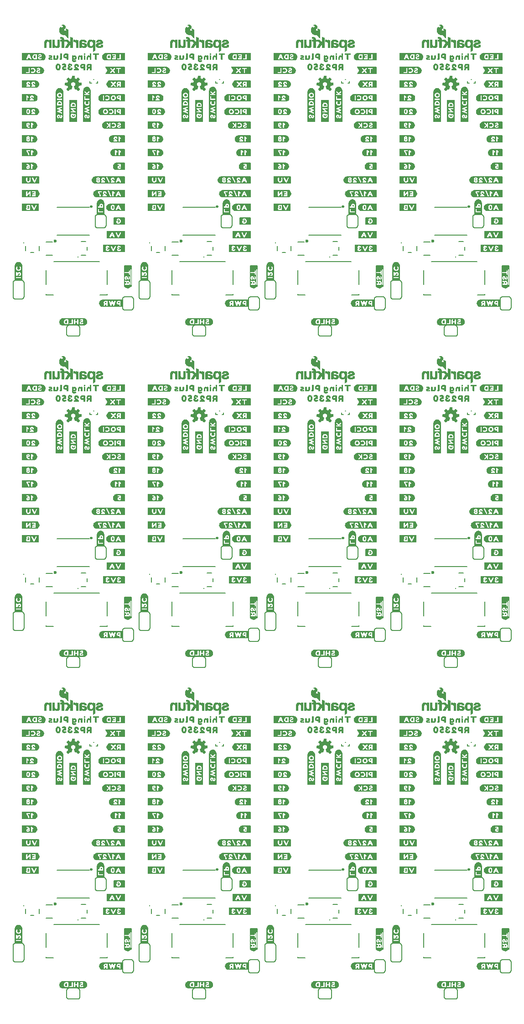
<source format=gbo>
G04 EAGLE Gerber RS-274X export*
G75*
%MOMM*%
%FSLAX34Y34*%
%LPD*%
%INSilkscreen Bottom*%
%IPPOS*%
%AMOC8*
5,1,8,0,0,1.08239X$1,22.5*%
G01*
%ADD10C,0.203200*%
%ADD11C,0.254000*%
%ADD12C,0.200000*%
%ADD13C,0.600000*%
%ADD14C,0.300000*%
%ADD15C,0.152400*%
%ADD16C,0.177800*%

G36*
X847046Y1014275D02*
X847046Y1014275D01*
X847050Y1014272D01*
X847550Y1014372D01*
X847578Y1014404D01*
X847580Y1014405D01*
X847580Y1014406D01*
X847589Y1014416D01*
X847587Y1014418D01*
X847589Y1014420D01*
X847589Y1073220D01*
X847586Y1073224D01*
X847589Y1073227D01*
X847389Y1074627D01*
X847384Y1074632D01*
X847387Y1074636D01*
X846987Y1075836D01*
X846979Y1075841D01*
X846981Y1075847D01*
X846583Y1076445D01*
X846284Y1077042D01*
X846274Y1077047D01*
X846275Y1077055D01*
X845777Y1077553D01*
X845378Y1078051D01*
X845368Y1078053D01*
X845367Y1078061D01*
X844769Y1078460D01*
X844271Y1078858D01*
X844263Y1078859D01*
X844262Y1078864D01*
X843062Y1079464D01*
X843055Y1079463D01*
X843054Y1079467D01*
X842354Y1079667D01*
X842349Y1079666D01*
X842347Y1079669D01*
X841648Y1079769D01*
X841048Y1079869D01*
X841043Y1079866D01*
X841040Y1079869D01*
X840340Y1079869D01*
X840336Y1079866D01*
X840333Y1079869D01*
X838933Y1079669D01*
X838925Y1079661D01*
X838918Y1079664D01*
X838321Y1079366D01*
X837724Y1079167D01*
X837719Y1079159D01*
X837713Y1079161D01*
X837115Y1078763D01*
X836518Y1078464D01*
X836513Y1078454D01*
X836505Y1078455D01*
X836005Y1077955D01*
X836005Y1077951D01*
X836002Y1077951D01*
X835603Y1077453D01*
X835105Y1076955D01*
X835104Y1076943D01*
X835096Y1076942D01*
X834196Y1075142D01*
X834198Y1075131D01*
X834191Y1075127D01*
X834091Y1074427D01*
X833991Y1073728D01*
X833891Y1073128D01*
X833894Y1073123D01*
X833891Y1073120D01*
X833891Y1014820D01*
X833899Y1014809D01*
X833894Y1014802D01*
X834094Y1014302D01*
X834135Y1014277D01*
X834140Y1014271D01*
X847040Y1014271D01*
X847046Y1014275D01*
G37*
G36*
X146006Y1014275D02*
X146006Y1014275D01*
X146010Y1014272D01*
X146510Y1014372D01*
X146538Y1014404D01*
X146540Y1014405D01*
X146540Y1014406D01*
X146549Y1014416D01*
X146547Y1014418D01*
X146549Y1014420D01*
X146549Y1073220D01*
X146546Y1073224D01*
X146549Y1073227D01*
X146349Y1074627D01*
X146344Y1074632D01*
X146347Y1074636D01*
X145947Y1075836D01*
X145939Y1075841D01*
X145941Y1075847D01*
X145543Y1076445D01*
X145244Y1077042D01*
X145234Y1077047D01*
X145235Y1077055D01*
X144737Y1077553D01*
X144338Y1078051D01*
X144328Y1078053D01*
X144327Y1078061D01*
X143729Y1078460D01*
X143231Y1078858D01*
X143223Y1078859D01*
X143222Y1078864D01*
X142022Y1079464D01*
X142015Y1079463D01*
X142014Y1079467D01*
X141314Y1079667D01*
X141309Y1079666D01*
X141307Y1079669D01*
X140608Y1079769D01*
X140008Y1079869D01*
X140003Y1079866D01*
X140000Y1079869D01*
X139300Y1079869D01*
X139296Y1079866D01*
X139293Y1079869D01*
X137893Y1079669D01*
X137885Y1079661D01*
X137878Y1079664D01*
X137281Y1079366D01*
X136684Y1079167D01*
X136679Y1079159D01*
X136673Y1079161D01*
X136075Y1078763D01*
X135478Y1078464D01*
X135473Y1078454D01*
X135465Y1078455D01*
X134965Y1077955D01*
X134965Y1077951D01*
X134962Y1077951D01*
X134563Y1077453D01*
X134065Y1076955D01*
X134064Y1076943D01*
X134056Y1076942D01*
X133156Y1075142D01*
X133158Y1075131D01*
X133151Y1075127D01*
X133051Y1074427D01*
X132951Y1073728D01*
X132851Y1073128D01*
X132854Y1073123D01*
X132851Y1073120D01*
X132851Y1014820D01*
X132859Y1014809D01*
X132854Y1014802D01*
X133054Y1014302D01*
X133095Y1014277D01*
X133100Y1014271D01*
X146000Y1014271D01*
X146006Y1014275D01*
G37*
G36*
X379686Y1014275D02*
X379686Y1014275D01*
X379690Y1014272D01*
X380190Y1014372D01*
X380218Y1014404D01*
X380220Y1014405D01*
X380220Y1014406D01*
X380229Y1014416D01*
X380227Y1014418D01*
X380229Y1014420D01*
X380229Y1073220D01*
X380226Y1073224D01*
X380229Y1073227D01*
X380029Y1074627D01*
X380024Y1074632D01*
X380027Y1074636D01*
X379627Y1075836D01*
X379619Y1075841D01*
X379621Y1075847D01*
X379223Y1076445D01*
X378924Y1077042D01*
X378914Y1077047D01*
X378915Y1077055D01*
X378417Y1077553D01*
X378018Y1078051D01*
X378008Y1078053D01*
X378007Y1078061D01*
X377409Y1078460D01*
X376911Y1078858D01*
X376903Y1078859D01*
X376902Y1078864D01*
X375702Y1079464D01*
X375695Y1079463D01*
X375694Y1079467D01*
X374994Y1079667D01*
X374989Y1079666D01*
X374987Y1079669D01*
X374288Y1079769D01*
X373688Y1079869D01*
X373683Y1079866D01*
X373680Y1079869D01*
X372980Y1079869D01*
X372976Y1079866D01*
X372973Y1079869D01*
X371573Y1079669D01*
X371565Y1079661D01*
X371558Y1079664D01*
X370961Y1079366D01*
X370364Y1079167D01*
X370359Y1079159D01*
X370353Y1079161D01*
X369755Y1078763D01*
X369158Y1078464D01*
X369153Y1078454D01*
X369145Y1078455D01*
X368645Y1077955D01*
X368645Y1077951D01*
X368642Y1077951D01*
X368243Y1077453D01*
X367745Y1076955D01*
X367744Y1076943D01*
X367736Y1076942D01*
X366836Y1075142D01*
X366838Y1075131D01*
X366831Y1075127D01*
X366731Y1074427D01*
X366631Y1073728D01*
X366531Y1073128D01*
X366534Y1073123D01*
X366531Y1073120D01*
X366531Y1014820D01*
X366539Y1014809D01*
X366534Y1014802D01*
X366734Y1014302D01*
X366775Y1014277D01*
X366780Y1014271D01*
X379680Y1014271D01*
X379686Y1014275D01*
G37*
G36*
X613366Y1014275D02*
X613366Y1014275D01*
X613370Y1014272D01*
X613870Y1014372D01*
X613898Y1014404D01*
X613900Y1014405D01*
X613900Y1014406D01*
X613909Y1014416D01*
X613907Y1014418D01*
X613909Y1014420D01*
X613909Y1073220D01*
X613906Y1073224D01*
X613909Y1073227D01*
X613709Y1074627D01*
X613704Y1074632D01*
X613707Y1074636D01*
X613307Y1075836D01*
X613299Y1075841D01*
X613301Y1075847D01*
X612903Y1076445D01*
X612604Y1077042D01*
X612594Y1077047D01*
X612595Y1077055D01*
X612097Y1077553D01*
X611698Y1078051D01*
X611688Y1078053D01*
X611687Y1078061D01*
X611089Y1078460D01*
X610591Y1078858D01*
X610583Y1078859D01*
X610582Y1078864D01*
X609382Y1079464D01*
X609375Y1079463D01*
X609374Y1079467D01*
X608674Y1079667D01*
X608669Y1079666D01*
X608667Y1079669D01*
X607968Y1079769D01*
X607368Y1079869D01*
X607363Y1079866D01*
X607360Y1079869D01*
X606660Y1079869D01*
X606656Y1079866D01*
X606653Y1079869D01*
X605253Y1079669D01*
X605245Y1079661D01*
X605238Y1079664D01*
X604641Y1079366D01*
X604044Y1079167D01*
X604039Y1079159D01*
X604033Y1079161D01*
X603435Y1078763D01*
X602838Y1078464D01*
X602833Y1078454D01*
X602825Y1078455D01*
X602325Y1077955D01*
X602325Y1077951D01*
X602322Y1077951D01*
X601923Y1077453D01*
X601425Y1076955D01*
X601424Y1076943D01*
X601416Y1076942D01*
X600516Y1075142D01*
X600518Y1075131D01*
X600511Y1075127D01*
X600411Y1074427D01*
X600311Y1073728D01*
X600211Y1073128D01*
X600214Y1073123D01*
X600211Y1073120D01*
X600211Y1014820D01*
X600219Y1014809D01*
X600214Y1014802D01*
X600414Y1014302D01*
X600455Y1014277D01*
X600460Y1014271D01*
X613360Y1014271D01*
X613366Y1014275D01*
G37*
G36*
X146006Y399595D02*
X146006Y399595D01*
X146010Y399592D01*
X146510Y399692D01*
X146538Y399724D01*
X146540Y399725D01*
X146540Y399726D01*
X146549Y399736D01*
X146547Y399738D01*
X146549Y399740D01*
X146549Y458540D01*
X146546Y458544D01*
X146549Y458547D01*
X146349Y459947D01*
X146344Y459952D01*
X146347Y459956D01*
X145947Y461156D01*
X145939Y461161D01*
X145941Y461167D01*
X145543Y461765D01*
X145244Y462362D01*
X145234Y462367D01*
X145235Y462375D01*
X144737Y462873D01*
X144338Y463371D01*
X144328Y463373D01*
X144327Y463381D01*
X143729Y463780D01*
X143231Y464178D01*
X143223Y464179D01*
X143222Y464184D01*
X142022Y464784D01*
X142015Y464783D01*
X142014Y464787D01*
X141314Y464987D01*
X141309Y464986D01*
X141307Y464989D01*
X140608Y465089D01*
X140008Y465189D01*
X140003Y465186D01*
X140000Y465189D01*
X139300Y465189D01*
X139296Y465186D01*
X139293Y465189D01*
X137893Y464989D01*
X137885Y464981D01*
X137878Y464984D01*
X137281Y464686D01*
X136684Y464487D01*
X136679Y464479D01*
X136673Y464481D01*
X136075Y464083D01*
X135478Y463784D01*
X135473Y463774D01*
X135465Y463775D01*
X134965Y463275D01*
X134965Y463271D01*
X134962Y463271D01*
X134563Y462773D01*
X134065Y462275D01*
X134064Y462263D01*
X134056Y462262D01*
X133156Y460462D01*
X133158Y460451D01*
X133151Y460447D01*
X133051Y459747D01*
X132951Y459048D01*
X132851Y458448D01*
X132854Y458443D01*
X132851Y458440D01*
X132851Y400140D01*
X132859Y400129D01*
X132854Y400122D01*
X133054Y399622D01*
X133095Y399597D01*
X133100Y399591D01*
X146000Y399591D01*
X146006Y399595D01*
G37*
G36*
X379686Y399595D02*
X379686Y399595D01*
X379690Y399592D01*
X380190Y399692D01*
X380218Y399724D01*
X380220Y399725D01*
X380220Y399726D01*
X380229Y399736D01*
X380227Y399738D01*
X380229Y399740D01*
X380229Y458540D01*
X380226Y458544D01*
X380229Y458547D01*
X380029Y459947D01*
X380024Y459952D01*
X380027Y459956D01*
X379627Y461156D01*
X379619Y461161D01*
X379621Y461167D01*
X379223Y461765D01*
X378924Y462362D01*
X378914Y462367D01*
X378915Y462375D01*
X378417Y462873D01*
X378018Y463371D01*
X378008Y463373D01*
X378007Y463381D01*
X377409Y463780D01*
X376911Y464178D01*
X376903Y464179D01*
X376902Y464184D01*
X375702Y464784D01*
X375695Y464783D01*
X375694Y464787D01*
X374994Y464987D01*
X374989Y464986D01*
X374987Y464989D01*
X374288Y465089D01*
X373688Y465189D01*
X373683Y465186D01*
X373680Y465189D01*
X372980Y465189D01*
X372976Y465186D01*
X372973Y465189D01*
X371573Y464989D01*
X371565Y464981D01*
X371558Y464984D01*
X370961Y464686D01*
X370364Y464487D01*
X370359Y464479D01*
X370353Y464481D01*
X369755Y464083D01*
X369158Y463784D01*
X369153Y463774D01*
X369145Y463775D01*
X368645Y463275D01*
X368645Y463271D01*
X368642Y463271D01*
X368243Y462773D01*
X367745Y462275D01*
X367744Y462263D01*
X367736Y462262D01*
X366836Y460462D01*
X366838Y460451D01*
X366831Y460447D01*
X366731Y459747D01*
X366631Y459048D01*
X366531Y458448D01*
X366534Y458443D01*
X366531Y458440D01*
X366531Y400140D01*
X366539Y400129D01*
X366534Y400122D01*
X366734Y399622D01*
X366775Y399597D01*
X366780Y399591D01*
X379680Y399591D01*
X379686Y399595D01*
G37*
G36*
X613366Y1628955D02*
X613366Y1628955D01*
X613370Y1628952D01*
X613870Y1629052D01*
X613898Y1629084D01*
X613900Y1629085D01*
X613900Y1629086D01*
X613909Y1629096D01*
X613907Y1629098D01*
X613909Y1629100D01*
X613909Y1687900D01*
X613906Y1687904D01*
X613909Y1687907D01*
X613709Y1689307D01*
X613704Y1689312D01*
X613707Y1689316D01*
X613307Y1690516D01*
X613299Y1690521D01*
X613301Y1690527D01*
X612903Y1691125D01*
X612604Y1691722D01*
X612594Y1691727D01*
X612595Y1691735D01*
X612097Y1692233D01*
X611698Y1692731D01*
X611688Y1692733D01*
X611687Y1692741D01*
X611089Y1693140D01*
X610591Y1693538D01*
X610583Y1693539D01*
X610582Y1693544D01*
X609382Y1694144D01*
X609375Y1694143D01*
X609374Y1694147D01*
X608674Y1694347D01*
X608669Y1694346D01*
X608667Y1694349D01*
X607968Y1694449D01*
X607368Y1694549D01*
X607363Y1694546D01*
X607360Y1694549D01*
X606660Y1694549D01*
X606656Y1694546D01*
X606653Y1694549D01*
X605253Y1694349D01*
X605245Y1694341D01*
X605238Y1694344D01*
X604641Y1694046D01*
X604044Y1693847D01*
X604039Y1693839D01*
X604033Y1693841D01*
X603435Y1693443D01*
X602838Y1693144D01*
X602833Y1693134D01*
X602825Y1693135D01*
X602325Y1692635D01*
X602325Y1692631D01*
X602322Y1692631D01*
X601923Y1692133D01*
X601425Y1691635D01*
X601424Y1691623D01*
X601416Y1691622D01*
X600516Y1689822D01*
X600518Y1689811D01*
X600511Y1689807D01*
X600411Y1689107D01*
X600311Y1688408D01*
X600211Y1687808D01*
X600214Y1687803D01*
X600211Y1687800D01*
X600211Y1629500D01*
X600219Y1629489D01*
X600214Y1629482D01*
X600414Y1628982D01*
X600455Y1628957D01*
X600460Y1628951D01*
X613360Y1628951D01*
X613366Y1628955D01*
G37*
G36*
X847046Y1628955D02*
X847046Y1628955D01*
X847050Y1628952D01*
X847550Y1629052D01*
X847578Y1629084D01*
X847580Y1629085D01*
X847580Y1629086D01*
X847589Y1629096D01*
X847587Y1629098D01*
X847589Y1629100D01*
X847589Y1687900D01*
X847586Y1687904D01*
X847589Y1687907D01*
X847389Y1689307D01*
X847384Y1689312D01*
X847387Y1689316D01*
X846987Y1690516D01*
X846979Y1690521D01*
X846981Y1690527D01*
X846583Y1691125D01*
X846284Y1691722D01*
X846274Y1691727D01*
X846275Y1691735D01*
X845777Y1692233D01*
X845378Y1692731D01*
X845368Y1692733D01*
X845367Y1692741D01*
X844769Y1693140D01*
X844271Y1693538D01*
X844263Y1693539D01*
X844262Y1693544D01*
X843062Y1694144D01*
X843055Y1694143D01*
X843054Y1694147D01*
X842354Y1694347D01*
X842349Y1694346D01*
X842347Y1694349D01*
X841648Y1694449D01*
X841048Y1694549D01*
X841043Y1694546D01*
X841040Y1694549D01*
X840340Y1694549D01*
X840336Y1694546D01*
X840333Y1694549D01*
X838933Y1694349D01*
X838925Y1694341D01*
X838918Y1694344D01*
X838321Y1694046D01*
X837724Y1693847D01*
X837719Y1693839D01*
X837713Y1693841D01*
X837115Y1693443D01*
X836518Y1693144D01*
X836513Y1693134D01*
X836505Y1693135D01*
X836005Y1692635D01*
X836005Y1692631D01*
X836002Y1692631D01*
X835603Y1692133D01*
X835105Y1691635D01*
X835104Y1691623D01*
X835096Y1691622D01*
X834196Y1689822D01*
X834198Y1689811D01*
X834191Y1689807D01*
X834091Y1689107D01*
X833991Y1688408D01*
X833891Y1687808D01*
X833894Y1687803D01*
X833891Y1687800D01*
X833891Y1629500D01*
X833899Y1629489D01*
X833894Y1629482D01*
X834094Y1628982D01*
X834135Y1628957D01*
X834140Y1628951D01*
X847040Y1628951D01*
X847046Y1628955D01*
G37*
G36*
X613366Y399595D02*
X613366Y399595D01*
X613370Y399592D01*
X613870Y399692D01*
X613898Y399724D01*
X613900Y399725D01*
X613900Y399726D01*
X613909Y399736D01*
X613907Y399738D01*
X613909Y399740D01*
X613909Y458540D01*
X613906Y458544D01*
X613909Y458547D01*
X613709Y459947D01*
X613704Y459952D01*
X613707Y459956D01*
X613307Y461156D01*
X613299Y461161D01*
X613301Y461167D01*
X612903Y461765D01*
X612604Y462362D01*
X612594Y462367D01*
X612595Y462375D01*
X612097Y462873D01*
X611698Y463371D01*
X611688Y463373D01*
X611687Y463381D01*
X611089Y463780D01*
X610591Y464178D01*
X610583Y464179D01*
X610582Y464184D01*
X609382Y464784D01*
X609375Y464783D01*
X609374Y464787D01*
X608674Y464987D01*
X608669Y464986D01*
X608667Y464989D01*
X607968Y465089D01*
X607368Y465189D01*
X607363Y465186D01*
X607360Y465189D01*
X606660Y465189D01*
X606656Y465186D01*
X606653Y465189D01*
X605253Y464989D01*
X605245Y464981D01*
X605238Y464984D01*
X604641Y464686D01*
X604044Y464487D01*
X604039Y464479D01*
X604033Y464481D01*
X603435Y464083D01*
X602838Y463784D01*
X602833Y463774D01*
X602825Y463775D01*
X602325Y463275D01*
X602325Y463271D01*
X602322Y463271D01*
X601923Y462773D01*
X601425Y462275D01*
X601424Y462263D01*
X601416Y462262D01*
X600516Y460462D01*
X600518Y460451D01*
X600511Y460447D01*
X600411Y459747D01*
X600311Y459048D01*
X600211Y458448D01*
X600214Y458443D01*
X600211Y458440D01*
X600211Y400140D01*
X600219Y400129D01*
X600214Y400122D01*
X600414Y399622D01*
X600455Y399597D01*
X600460Y399591D01*
X613360Y399591D01*
X613366Y399595D01*
G37*
G36*
X146006Y1628955D02*
X146006Y1628955D01*
X146010Y1628952D01*
X146510Y1629052D01*
X146538Y1629084D01*
X146540Y1629085D01*
X146540Y1629086D01*
X146549Y1629096D01*
X146547Y1629098D01*
X146549Y1629100D01*
X146549Y1687900D01*
X146546Y1687904D01*
X146549Y1687907D01*
X146349Y1689307D01*
X146344Y1689312D01*
X146347Y1689316D01*
X145947Y1690516D01*
X145939Y1690521D01*
X145941Y1690527D01*
X145543Y1691125D01*
X145244Y1691722D01*
X145234Y1691727D01*
X145235Y1691735D01*
X144737Y1692233D01*
X144338Y1692731D01*
X144328Y1692733D01*
X144327Y1692741D01*
X143729Y1693140D01*
X143231Y1693538D01*
X143223Y1693539D01*
X143222Y1693544D01*
X142022Y1694144D01*
X142015Y1694143D01*
X142014Y1694147D01*
X141314Y1694347D01*
X141309Y1694346D01*
X141307Y1694349D01*
X140608Y1694449D01*
X140008Y1694549D01*
X140003Y1694546D01*
X140000Y1694549D01*
X139300Y1694549D01*
X139296Y1694546D01*
X139293Y1694549D01*
X137893Y1694349D01*
X137885Y1694341D01*
X137878Y1694344D01*
X137281Y1694046D01*
X136684Y1693847D01*
X136679Y1693839D01*
X136673Y1693841D01*
X136075Y1693443D01*
X135478Y1693144D01*
X135473Y1693134D01*
X135465Y1693135D01*
X134965Y1692635D01*
X134965Y1692631D01*
X134962Y1692631D01*
X134563Y1692133D01*
X134065Y1691635D01*
X134064Y1691623D01*
X134056Y1691622D01*
X133156Y1689822D01*
X133158Y1689811D01*
X133151Y1689807D01*
X133051Y1689107D01*
X132951Y1688408D01*
X132851Y1687808D01*
X132854Y1687803D01*
X132851Y1687800D01*
X132851Y1629500D01*
X132859Y1629489D01*
X132854Y1629482D01*
X133054Y1628982D01*
X133095Y1628957D01*
X133100Y1628951D01*
X146000Y1628951D01*
X146006Y1628955D01*
G37*
G36*
X379686Y1628955D02*
X379686Y1628955D01*
X379690Y1628952D01*
X380190Y1629052D01*
X380218Y1629084D01*
X380220Y1629085D01*
X380220Y1629086D01*
X380229Y1629096D01*
X380227Y1629098D01*
X380229Y1629100D01*
X380229Y1687900D01*
X380226Y1687904D01*
X380229Y1687907D01*
X380029Y1689307D01*
X380024Y1689312D01*
X380027Y1689316D01*
X379627Y1690516D01*
X379619Y1690521D01*
X379621Y1690527D01*
X379223Y1691125D01*
X378924Y1691722D01*
X378914Y1691727D01*
X378915Y1691735D01*
X378417Y1692233D01*
X378018Y1692731D01*
X378008Y1692733D01*
X378007Y1692741D01*
X377409Y1693140D01*
X376911Y1693538D01*
X376903Y1693539D01*
X376902Y1693544D01*
X375702Y1694144D01*
X375695Y1694143D01*
X375694Y1694147D01*
X374994Y1694347D01*
X374989Y1694346D01*
X374987Y1694349D01*
X374288Y1694449D01*
X373688Y1694549D01*
X373683Y1694546D01*
X373680Y1694549D01*
X372980Y1694549D01*
X372976Y1694546D01*
X372973Y1694549D01*
X371573Y1694349D01*
X371565Y1694341D01*
X371558Y1694344D01*
X370961Y1694046D01*
X370364Y1693847D01*
X370359Y1693839D01*
X370353Y1693841D01*
X369755Y1693443D01*
X369158Y1693144D01*
X369153Y1693134D01*
X369145Y1693135D01*
X368645Y1692635D01*
X368645Y1692631D01*
X368642Y1692631D01*
X368243Y1692133D01*
X367745Y1691635D01*
X367744Y1691623D01*
X367736Y1691622D01*
X366836Y1689822D01*
X366838Y1689811D01*
X366831Y1689807D01*
X366731Y1689107D01*
X366631Y1688408D01*
X366531Y1687808D01*
X366534Y1687803D01*
X366531Y1687800D01*
X366531Y1629500D01*
X366539Y1629489D01*
X366534Y1629482D01*
X366734Y1628982D01*
X366775Y1628957D01*
X366780Y1628951D01*
X379680Y1628951D01*
X379686Y1628955D01*
G37*
G36*
X847046Y399595D02*
X847046Y399595D01*
X847050Y399592D01*
X847550Y399692D01*
X847578Y399724D01*
X847580Y399725D01*
X847580Y399726D01*
X847589Y399736D01*
X847587Y399738D01*
X847589Y399740D01*
X847589Y458540D01*
X847586Y458544D01*
X847589Y458547D01*
X847389Y459947D01*
X847384Y459952D01*
X847387Y459956D01*
X846987Y461156D01*
X846979Y461161D01*
X846981Y461167D01*
X846583Y461765D01*
X846284Y462362D01*
X846274Y462367D01*
X846275Y462375D01*
X845777Y462873D01*
X845378Y463371D01*
X845368Y463373D01*
X845367Y463381D01*
X844769Y463780D01*
X844271Y464178D01*
X844263Y464179D01*
X844262Y464184D01*
X843062Y464784D01*
X843055Y464783D01*
X843054Y464787D01*
X842354Y464987D01*
X842349Y464986D01*
X842347Y464989D01*
X841648Y465089D01*
X841048Y465189D01*
X841043Y465186D01*
X841040Y465189D01*
X840340Y465189D01*
X840336Y465186D01*
X840333Y465189D01*
X838933Y464989D01*
X838925Y464981D01*
X838918Y464984D01*
X838321Y464686D01*
X837724Y464487D01*
X837719Y464479D01*
X837713Y464481D01*
X837115Y464083D01*
X836518Y463784D01*
X836513Y463774D01*
X836505Y463775D01*
X836005Y463275D01*
X836005Y463271D01*
X836002Y463271D01*
X835603Y462773D01*
X835105Y462275D01*
X835104Y462263D01*
X835096Y462262D01*
X834196Y460462D01*
X834198Y460451D01*
X834191Y460447D01*
X834091Y459747D01*
X833991Y459048D01*
X833891Y458448D01*
X833894Y458443D01*
X833891Y458440D01*
X833891Y400140D01*
X833899Y400129D01*
X833894Y400122D01*
X834094Y399622D01*
X834135Y399597D01*
X834140Y399591D01*
X847040Y399591D01*
X847046Y399595D01*
G37*
G36*
X796687Y1628987D02*
X796687Y1628987D01*
X796685Y1628990D01*
X796689Y1628992D01*
X796789Y1629592D01*
X796786Y1629597D01*
X796789Y1629600D01*
X796789Y1685900D01*
X796786Y1685905D01*
X796789Y1685908D01*
X796689Y1686508D01*
X796685Y1686511D01*
X796687Y1686514D01*
X796287Y1687914D01*
X796282Y1687918D01*
X796284Y1687922D01*
X795684Y1689122D01*
X795677Y1689125D01*
X795678Y1689131D01*
X794878Y1690131D01*
X794874Y1690132D01*
X794875Y1690135D01*
X794375Y1690635D01*
X794368Y1690636D01*
X794367Y1690641D01*
X793767Y1691041D01*
X793766Y1691041D01*
X793765Y1691042D01*
X793265Y1691342D01*
X793260Y1691342D01*
X793259Y1691345D01*
X792561Y1691645D01*
X791962Y1691944D01*
X791952Y1691942D01*
X791948Y1691949D01*
X791348Y1692049D01*
X791347Y1692048D01*
X791347Y1692049D01*
X789947Y1692249D01*
X789938Y1692244D01*
X789933Y1692249D01*
X789233Y1692149D01*
X789232Y1692148D01*
X789232Y1692149D01*
X788632Y1692049D01*
X787933Y1691949D01*
X787928Y1691944D01*
X787924Y1691947D01*
X787324Y1691747D01*
X787321Y1691742D01*
X787318Y1691744D01*
X786718Y1691444D01*
X786716Y1691440D01*
X786713Y1691441D01*
X785513Y1690641D01*
X785509Y1690631D01*
X785502Y1690631D01*
X785103Y1690133D01*
X784605Y1689635D01*
X784605Y1689631D01*
X784602Y1689631D01*
X784202Y1689131D01*
X784201Y1689123D01*
X784196Y1689122D01*
X783596Y1687922D01*
X783597Y1687918D01*
X783594Y1687916D01*
X783595Y1687915D01*
X783593Y1687914D01*
X783565Y1687818D01*
X783551Y1687769D01*
X783509Y1687621D01*
X783467Y1687473D01*
X783453Y1687424D01*
X783411Y1687276D01*
X783393Y1687215D01*
X783193Y1686616D01*
X783195Y1686609D01*
X783191Y1686607D01*
X783091Y1685907D01*
X783094Y1685902D01*
X783091Y1685900D01*
X783091Y1629000D01*
X783127Y1628953D01*
X783134Y1628958D01*
X783140Y1628951D01*
X796640Y1628951D01*
X796687Y1628987D01*
G37*
G36*
X95647Y1628987D02*
X95647Y1628987D01*
X95645Y1628990D01*
X95649Y1628992D01*
X95749Y1629592D01*
X95746Y1629597D01*
X95749Y1629600D01*
X95749Y1685900D01*
X95746Y1685905D01*
X95749Y1685908D01*
X95649Y1686508D01*
X95645Y1686511D01*
X95647Y1686514D01*
X95247Y1687914D01*
X95242Y1687918D01*
X95244Y1687922D01*
X94644Y1689122D01*
X94637Y1689125D01*
X94638Y1689131D01*
X93838Y1690131D01*
X93834Y1690132D01*
X93835Y1690135D01*
X93335Y1690635D01*
X93328Y1690636D01*
X93327Y1690641D01*
X92727Y1691041D01*
X92726Y1691041D01*
X92725Y1691042D01*
X92225Y1691342D01*
X92220Y1691342D01*
X92219Y1691345D01*
X91521Y1691645D01*
X90922Y1691944D01*
X90912Y1691942D01*
X90908Y1691949D01*
X90308Y1692049D01*
X90307Y1692048D01*
X90307Y1692049D01*
X88907Y1692249D01*
X88898Y1692244D01*
X88893Y1692249D01*
X88193Y1692149D01*
X88192Y1692148D01*
X88192Y1692149D01*
X87592Y1692049D01*
X86893Y1691949D01*
X86888Y1691944D01*
X86884Y1691947D01*
X86284Y1691747D01*
X86281Y1691742D01*
X86278Y1691744D01*
X85678Y1691444D01*
X85676Y1691440D01*
X85673Y1691441D01*
X84473Y1690641D01*
X84469Y1690631D01*
X84462Y1690631D01*
X84063Y1690133D01*
X83565Y1689635D01*
X83565Y1689631D01*
X83562Y1689631D01*
X83162Y1689131D01*
X83161Y1689123D01*
X83156Y1689122D01*
X82556Y1687922D01*
X82557Y1687918D01*
X82554Y1687916D01*
X82555Y1687915D01*
X82553Y1687914D01*
X82525Y1687818D01*
X82511Y1687769D01*
X82469Y1687621D01*
X82427Y1687473D01*
X82413Y1687424D01*
X82371Y1687276D01*
X82353Y1687215D01*
X82153Y1686616D01*
X82155Y1686609D01*
X82151Y1686607D01*
X82051Y1685907D01*
X82054Y1685902D01*
X82051Y1685900D01*
X82051Y1629000D01*
X82087Y1628953D01*
X82094Y1628958D01*
X82100Y1628951D01*
X95600Y1628951D01*
X95647Y1628987D01*
G37*
G36*
X563007Y1628987D02*
X563007Y1628987D01*
X563005Y1628990D01*
X563009Y1628992D01*
X563109Y1629592D01*
X563106Y1629597D01*
X563109Y1629600D01*
X563109Y1685900D01*
X563106Y1685905D01*
X563109Y1685908D01*
X563009Y1686508D01*
X563005Y1686511D01*
X563007Y1686514D01*
X562607Y1687914D01*
X562602Y1687918D01*
X562604Y1687922D01*
X562004Y1689122D01*
X561997Y1689125D01*
X561998Y1689131D01*
X561198Y1690131D01*
X561194Y1690132D01*
X561195Y1690135D01*
X560695Y1690635D01*
X560688Y1690636D01*
X560687Y1690641D01*
X560087Y1691041D01*
X560086Y1691041D01*
X560085Y1691042D01*
X559585Y1691342D01*
X559580Y1691342D01*
X559579Y1691345D01*
X558881Y1691645D01*
X558282Y1691944D01*
X558272Y1691942D01*
X558268Y1691949D01*
X557668Y1692049D01*
X557667Y1692048D01*
X557667Y1692049D01*
X556267Y1692249D01*
X556258Y1692244D01*
X556253Y1692249D01*
X555553Y1692149D01*
X555552Y1692148D01*
X555552Y1692149D01*
X554952Y1692049D01*
X554253Y1691949D01*
X554248Y1691944D01*
X554244Y1691947D01*
X553644Y1691747D01*
X553641Y1691742D01*
X553638Y1691744D01*
X553038Y1691444D01*
X553036Y1691440D01*
X553033Y1691441D01*
X551833Y1690641D01*
X551829Y1690631D01*
X551822Y1690631D01*
X551423Y1690133D01*
X550925Y1689635D01*
X550925Y1689631D01*
X550922Y1689631D01*
X550522Y1689131D01*
X550521Y1689123D01*
X550516Y1689122D01*
X549916Y1687922D01*
X549917Y1687918D01*
X549914Y1687916D01*
X549915Y1687915D01*
X549913Y1687914D01*
X549885Y1687818D01*
X549871Y1687769D01*
X549829Y1687621D01*
X549787Y1687473D01*
X549773Y1687424D01*
X549731Y1687276D01*
X549713Y1687215D01*
X549513Y1686616D01*
X549515Y1686609D01*
X549511Y1686607D01*
X549411Y1685907D01*
X549414Y1685902D01*
X549411Y1685900D01*
X549411Y1629000D01*
X549447Y1628953D01*
X549454Y1628958D01*
X549460Y1628951D01*
X562960Y1628951D01*
X563007Y1628987D01*
G37*
G36*
X329327Y399627D02*
X329327Y399627D01*
X329325Y399630D01*
X329329Y399632D01*
X329429Y400232D01*
X329426Y400237D01*
X329429Y400240D01*
X329429Y456540D01*
X329426Y456545D01*
X329429Y456548D01*
X329329Y457148D01*
X329325Y457151D01*
X329327Y457154D01*
X328927Y458554D01*
X328922Y458558D01*
X328924Y458562D01*
X328324Y459762D01*
X328317Y459765D01*
X328318Y459771D01*
X327518Y460771D01*
X327514Y460772D01*
X327515Y460775D01*
X327015Y461275D01*
X327008Y461276D01*
X327007Y461281D01*
X326407Y461681D01*
X326406Y461681D01*
X326405Y461682D01*
X325905Y461982D01*
X325900Y461982D01*
X325899Y461985D01*
X325201Y462285D01*
X324602Y462584D01*
X324592Y462582D01*
X324588Y462589D01*
X323988Y462689D01*
X323987Y462688D01*
X323987Y462689D01*
X322587Y462889D01*
X322578Y462884D01*
X322573Y462889D01*
X321873Y462789D01*
X321872Y462788D01*
X321872Y462789D01*
X321272Y462689D01*
X320573Y462589D01*
X320568Y462584D01*
X320564Y462587D01*
X319964Y462387D01*
X319961Y462382D01*
X319958Y462384D01*
X319358Y462084D01*
X319356Y462080D01*
X319353Y462081D01*
X318153Y461281D01*
X318149Y461271D01*
X318142Y461271D01*
X317743Y460773D01*
X317245Y460275D01*
X317245Y460271D01*
X317242Y460271D01*
X316842Y459771D01*
X316841Y459763D01*
X316836Y459762D01*
X316236Y458562D01*
X316237Y458558D01*
X316234Y458556D01*
X316235Y458555D01*
X316233Y458554D01*
X316205Y458458D01*
X316191Y458409D01*
X316149Y458261D01*
X316107Y458113D01*
X316093Y458064D01*
X316051Y457916D01*
X316033Y457855D01*
X315833Y457256D01*
X315835Y457249D01*
X315831Y457247D01*
X315731Y456547D01*
X315734Y456542D01*
X315731Y456540D01*
X315731Y399640D01*
X315767Y399593D01*
X315774Y399598D01*
X315780Y399591D01*
X329280Y399591D01*
X329327Y399627D01*
G37*
G36*
X796687Y399627D02*
X796687Y399627D01*
X796685Y399630D01*
X796689Y399632D01*
X796789Y400232D01*
X796786Y400237D01*
X796789Y400240D01*
X796789Y456540D01*
X796786Y456545D01*
X796789Y456548D01*
X796689Y457148D01*
X796685Y457151D01*
X796687Y457154D01*
X796287Y458554D01*
X796282Y458558D01*
X796284Y458562D01*
X795684Y459762D01*
X795677Y459765D01*
X795678Y459771D01*
X794878Y460771D01*
X794874Y460772D01*
X794875Y460775D01*
X794375Y461275D01*
X794368Y461276D01*
X794367Y461281D01*
X793767Y461681D01*
X793766Y461681D01*
X793765Y461682D01*
X793265Y461982D01*
X793260Y461982D01*
X793259Y461985D01*
X792561Y462285D01*
X791962Y462584D01*
X791952Y462582D01*
X791948Y462589D01*
X791348Y462689D01*
X791347Y462688D01*
X791347Y462689D01*
X789947Y462889D01*
X789938Y462884D01*
X789933Y462889D01*
X789233Y462789D01*
X789232Y462788D01*
X789232Y462789D01*
X788632Y462689D01*
X787933Y462589D01*
X787928Y462584D01*
X787924Y462587D01*
X787324Y462387D01*
X787321Y462382D01*
X787318Y462384D01*
X786718Y462084D01*
X786716Y462080D01*
X786713Y462081D01*
X785513Y461281D01*
X785509Y461271D01*
X785502Y461271D01*
X785103Y460773D01*
X784605Y460275D01*
X784605Y460271D01*
X784602Y460271D01*
X784202Y459771D01*
X784201Y459763D01*
X784196Y459762D01*
X783596Y458562D01*
X783597Y458558D01*
X783594Y458556D01*
X783595Y458555D01*
X783593Y458554D01*
X783565Y458458D01*
X783551Y458409D01*
X783509Y458261D01*
X783467Y458113D01*
X783453Y458064D01*
X783411Y457916D01*
X783393Y457855D01*
X783193Y457256D01*
X783195Y457249D01*
X783191Y457247D01*
X783091Y456547D01*
X783094Y456542D01*
X783091Y456540D01*
X783091Y399640D01*
X783127Y399593D01*
X783134Y399598D01*
X783140Y399591D01*
X796640Y399591D01*
X796687Y399627D01*
G37*
G36*
X329327Y1014307D02*
X329327Y1014307D01*
X329325Y1014310D01*
X329329Y1014312D01*
X329429Y1014912D01*
X329426Y1014917D01*
X329429Y1014920D01*
X329429Y1071220D01*
X329426Y1071225D01*
X329429Y1071228D01*
X329329Y1071828D01*
X329325Y1071831D01*
X329327Y1071834D01*
X328927Y1073234D01*
X328922Y1073238D01*
X328924Y1073242D01*
X328324Y1074442D01*
X328317Y1074445D01*
X328318Y1074451D01*
X327518Y1075451D01*
X327514Y1075452D01*
X327515Y1075455D01*
X327015Y1075955D01*
X327008Y1075956D01*
X327007Y1075961D01*
X326407Y1076361D01*
X326406Y1076361D01*
X326405Y1076362D01*
X325905Y1076662D01*
X325900Y1076662D01*
X325899Y1076665D01*
X325201Y1076965D01*
X324602Y1077264D01*
X324592Y1077262D01*
X324588Y1077269D01*
X323988Y1077369D01*
X323987Y1077368D01*
X323987Y1077369D01*
X322587Y1077569D01*
X322578Y1077564D01*
X322573Y1077569D01*
X321873Y1077469D01*
X321872Y1077468D01*
X321872Y1077469D01*
X321272Y1077369D01*
X320573Y1077269D01*
X320568Y1077264D01*
X320564Y1077267D01*
X319964Y1077067D01*
X319961Y1077062D01*
X319958Y1077064D01*
X319358Y1076764D01*
X319356Y1076760D01*
X319353Y1076761D01*
X318153Y1075961D01*
X318149Y1075951D01*
X318142Y1075951D01*
X317743Y1075453D01*
X317245Y1074955D01*
X317245Y1074951D01*
X317242Y1074951D01*
X316842Y1074451D01*
X316841Y1074443D01*
X316836Y1074442D01*
X316236Y1073242D01*
X316237Y1073238D01*
X316234Y1073236D01*
X316235Y1073235D01*
X316233Y1073234D01*
X316205Y1073138D01*
X316191Y1073089D01*
X316149Y1072941D01*
X316107Y1072793D01*
X316093Y1072744D01*
X316051Y1072596D01*
X316033Y1072535D01*
X315833Y1071936D01*
X315835Y1071929D01*
X315831Y1071927D01*
X315731Y1071227D01*
X315734Y1071222D01*
X315731Y1071220D01*
X315731Y1014320D01*
X315767Y1014273D01*
X315774Y1014278D01*
X315780Y1014271D01*
X329280Y1014271D01*
X329327Y1014307D01*
G37*
G36*
X95647Y1014307D02*
X95647Y1014307D01*
X95645Y1014310D01*
X95649Y1014312D01*
X95749Y1014912D01*
X95746Y1014917D01*
X95749Y1014920D01*
X95749Y1071220D01*
X95746Y1071225D01*
X95749Y1071228D01*
X95649Y1071828D01*
X95645Y1071831D01*
X95647Y1071834D01*
X95247Y1073234D01*
X95242Y1073238D01*
X95244Y1073242D01*
X94644Y1074442D01*
X94637Y1074445D01*
X94638Y1074451D01*
X93838Y1075451D01*
X93834Y1075452D01*
X93835Y1075455D01*
X93335Y1075955D01*
X93328Y1075956D01*
X93327Y1075961D01*
X92727Y1076361D01*
X92726Y1076361D01*
X92725Y1076362D01*
X92225Y1076662D01*
X92220Y1076662D01*
X92219Y1076665D01*
X91521Y1076965D01*
X90922Y1077264D01*
X90912Y1077262D01*
X90908Y1077269D01*
X90308Y1077369D01*
X90307Y1077368D01*
X90307Y1077369D01*
X88907Y1077569D01*
X88898Y1077564D01*
X88893Y1077569D01*
X88193Y1077469D01*
X88192Y1077468D01*
X88192Y1077469D01*
X87592Y1077369D01*
X86893Y1077269D01*
X86888Y1077264D01*
X86884Y1077267D01*
X86284Y1077067D01*
X86281Y1077062D01*
X86278Y1077064D01*
X85678Y1076764D01*
X85676Y1076760D01*
X85673Y1076761D01*
X84473Y1075961D01*
X84469Y1075951D01*
X84462Y1075951D01*
X84063Y1075453D01*
X83565Y1074955D01*
X83565Y1074951D01*
X83562Y1074951D01*
X83162Y1074451D01*
X83161Y1074443D01*
X83156Y1074442D01*
X82556Y1073242D01*
X82557Y1073238D01*
X82554Y1073236D01*
X82555Y1073235D01*
X82553Y1073234D01*
X82525Y1073138D01*
X82511Y1073089D01*
X82469Y1072941D01*
X82427Y1072793D01*
X82413Y1072744D01*
X82371Y1072596D01*
X82353Y1072535D01*
X82153Y1071936D01*
X82155Y1071929D01*
X82151Y1071927D01*
X82051Y1071227D01*
X82054Y1071222D01*
X82051Y1071220D01*
X82051Y1014320D01*
X82087Y1014273D01*
X82094Y1014278D01*
X82100Y1014271D01*
X95600Y1014271D01*
X95647Y1014307D01*
G37*
G36*
X563007Y1014307D02*
X563007Y1014307D01*
X563005Y1014310D01*
X563009Y1014312D01*
X563109Y1014912D01*
X563106Y1014917D01*
X563109Y1014920D01*
X563109Y1071220D01*
X563106Y1071225D01*
X563109Y1071228D01*
X563009Y1071828D01*
X563005Y1071831D01*
X563007Y1071834D01*
X562607Y1073234D01*
X562602Y1073238D01*
X562604Y1073242D01*
X562004Y1074442D01*
X561997Y1074445D01*
X561998Y1074451D01*
X561198Y1075451D01*
X561194Y1075452D01*
X561195Y1075455D01*
X560695Y1075955D01*
X560688Y1075956D01*
X560687Y1075961D01*
X560087Y1076361D01*
X560086Y1076361D01*
X560085Y1076362D01*
X559585Y1076662D01*
X559580Y1076662D01*
X559579Y1076665D01*
X558881Y1076965D01*
X558282Y1077264D01*
X558272Y1077262D01*
X558268Y1077269D01*
X557668Y1077369D01*
X557667Y1077368D01*
X557667Y1077369D01*
X556267Y1077569D01*
X556258Y1077564D01*
X556253Y1077569D01*
X555553Y1077469D01*
X555552Y1077468D01*
X555552Y1077469D01*
X554952Y1077369D01*
X554253Y1077269D01*
X554248Y1077264D01*
X554244Y1077267D01*
X553644Y1077067D01*
X553641Y1077062D01*
X553638Y1077064D01*
X553038Y1076764D01*
X553036Y1076760D01*
X553033Y1076761D01*
X551833Y1075961D01*
X551829Y1075951D01*
X551822Y1075951D01*
X551423Y1075453D01*
X550925Y1074955D01*
X550925Y1074951D01*
X550922Y1074951D01*
X550522Y1074451D01*
X550521Y1074443D01*
X550516Y1074442D01*
X549916Y1073242D01*
X549917Y1073238D01*
X549914Y1073236D01*
X549915Y1073235D01*
X549913Y1073234D01*
X549885Y1073138D01*
X549871Y1073089D01*
X549829Y1072941D01*
X549787Y1072793D01*
X549773Y1072744D01*
X549731Y1072596D01*
X549713Y1072535D01*
X549513Y1071936D01*
X549515Y1071929D01*
X549511Y1071927D01*
X549411Y1071227D01*
X549414Y1071222D01*
X549411Y1071220D01*
X549411Y1014320D01*
X549447Y1014273D01*
X549454Y1014278D01*
X549460Y1014271D01*
X562960Y1014271D01*
X563007Y1014307D01*
G37*
G36*
X796687Y1014307D02*
X796687Y1014307D01*
X796685Y1014310D01*
X796689Y1014312D01*
X796789Y1014912D01*
X796786Y1014917D01*
X796789Y1014920D01*
X796789Y1071220D01*
X796786Y1071225D01*
X796789Y1071228D01*
X796689Y1071828D01*
X796685Y1071831D01*
X796687Y1071834D01*
X796287Y1073234D01*
X796282Y1073238D01*
X796284Y1073242D01*
X795684Y1074442D01*
X795677Y1074445D01*
X795678Y1074451D01*
X794878Y1075451D01*
X794874Y1075452D01*
X794875Y1075455D01*
X794375Y1075955D01*
X794368Y1075956D01*
X794367Y1075961D01*
X793767Y1076361D01*
X793766Y1076361D01*
X793765Y1076362D01*
X793265Y1076662D01*
X793260Y1076662D01*
X793259Y1076665D01*
X792561Y1076965D01*
X791962Y1077264D01*
X791952Y1077262D01*
X791948Y1077269D01*
X791348Y1077369D01*
X791347Y1077368D01*
X791347Y1077369D01*
X789947Y1077569D01*
X789938Y1077564D01*
X789933Y1077569D01*
X789233Y1077469D01*
X789232Y1077468D01*
X789232Y1077469D01*
X788632Y1077369D01*
X787933Y1077269D01*
X787928Y1077264D01*
X787924Y1077267D01*
X787324Y1077067D01*
X787321Y1077062D01*
X787318Y1077064D01*
X786718Y1076764D01*
X786716Y1076760D01*
X786713Y1076761D01*
X785513Y1075961D01*
X785509Y1075951D01*
X785502Y1075951D01*
X785103Y1075453D01*
X784605Y1074955D01*
X784605Y1074951D01*
X784602Y1074951D01*
X784202Y1074451D01*
X784201Y1074443D01*
X784196Y1074442D01*
X783596Y1073242D01*
X783597Y1073238D01*
X783594Y1073236D01*
X783595Y1073235D01*
X783593Y1073234D01*
X783565Y1073138D01*
X783551Y1073089D01*
X783509Y1072941D01*
X783467Y1072793D01*
X783453Y1072744D01*
X783411Y1072596D01*
X783393Y1072535D01*
X783193Y1071936D01*
X783195Y1071929D01*
X783191Y1071927D01*
X783091Y1071227D01*
X783094Y1071222D01*
X783091Y1071220D01*
X783091Y1014320D01*
X783127Y1014273D01*
X783134Y1014278D01*
X783140Y1014271D01*
X796640Y1014271D01*
X796687Y1014307D01*
G37*
G36*
X329327Y1628987D02*
X329327Y1628987D01*
X329325Y1628990D01*
X329329Y1628992D01*
X329429Y1629592D01*
X329426Y1629597D01*
X329429Y1629600D01*
X329429Y1685900D01*
X329426Y1685905D01*
X329429Y1685908D01*
X329329Y1686508D01*
X329325Y1686511D01*
X329327Y1686514D01*
X328927Y1687914D01*
X328922Y1687918D01*
X328924Y1687922D01*
X328324Y1689122D01*
X328317Y1689125D01*
X328318Y1689131D01*
X327518Y1690131D01*
X327514Y1690132D01*
X327515Y1690135D01*
X327015Y1690635D01*
X327008Y1690636D01*
X327007Y1690641D01*
X326407Y1691041D01*
X326406Y1691041D01*
X326405Y1691042D01*
X325905Y1691342D01*
X325900Y1691342D01*
X325899Y1691345D01*
X325201Y1691645D01*
X324602Y1691944D01*
X324592Y1691942D01*
X324588Y1691949D01*
X323988Y1692049D01*
X323987Y1692048D01*
X323987Y1692049D01*
X322587Y1692249D01*
X322578Y1692244D01*
X322573Y1692249D01*
X321873Y1692149D01*
X321872Y1692148D01*
X321872Y1692149D01*
X321272Y1692049D01*
X320573Y1691949D01*
X320568Y1691944D01*
X320564Y1691947D01*
X319964Y1691747D01*
X319961Y1691742D01*
X319958Y1691744D01*
X319358Y1691444D01*
X319356Y1691440D01*
X319353Y1691441D01*
X318153Y1690641D01*
X318149Y1690631D01*
X318142Y1690631D01*
X317743Y1690133D01*
X317245Y1689635D01*
X317245Y1689631D01*
X317242Y1689631D01*
X316842Y1689131D01*
X316841Y1689123D01*
X316836Y1689122D01*
X316236Y1687922D01*
X316237Y1687918D01*
X316234Y1687916D01*
X316235Y1687915D01*
X316233Y1687914D01*
X316205Y1687818D01*
X316191Y1687769D01*
X316149Y1687621D01*
X316107Y1687473D01*
X316093Y1687424D01*
X316051Y1687276D01*
X316033Y1687215D01*
X315833Y1686616D01*
X315835Y1686609D01*
X315831Y1686607D01*
X315731Y1685907D01*
X315734Y1685902D01*
X315731Y1685900D01*
X315731Y1629000D01*
X315767Y1628953D01*
X315774Y1628958D01*
X315780Y1628951D01*
X329280Y1628951D01*
X329327Y1628987D01*
G37*
G36*
X563007Y399627D02*
X563007Y399627D01*
X563005Y399630D01*
X563009Y399632D01*
X563109Y400232D01*
X563106Y400237D01*
X563109Y400240D01*
X563109Y456540D01*
X563106Y456545D01*
X563109Y456548D01*
X563009Y457148D01*
X563005Y457151D01*
X563007Y457154D01*
X562607Y458554D01*
X562602Y458558D01*
X562604Y458562D01*
X562004Y459762D01*
X561997Y459765D01*
X561998Y459771D01*
X561198Y460771D01*
X561194Y460772D01*
X561195Y460775D01*
X560695Y461275D01*
X560688Y461276D01*
X560687Y461281D01*
X560087Y461681D01*
X560086Y461681D01*
X560085Y461682D01*
X559585Y461982D01*
X559580Y461982D01*
X559579Y461985D01*
X558881Y462285D01*
X558282Y462584D01*
X558272Y462582D01*
X558268Y462589D01*
X557668Y462689D01*
X557667Y462688D01*
X557667Y462689D01*
X556267Y462889D01*
X556258Y462884D01*
X556253Y462889D01*
X555553Y462789D01*
X555552Y462788D01*
X555552Y462789D01*
X554952Y462689D01*
X554253Y462589D01*
X554248Y462584D01*
X554244Y462587D01*
X553644Y462387D01*
X553641Y462382D01*
X553638Y462384D01*
X553038Y462084D01*
X553036Y462080D01*
X553033Y462081D01*
X551833Y461281D01*
X551829Y461271D01*
X551822Y461271D01*
X551423Y460773D01*
X550925Y460275D01*
X550925Y460271D01*
X550922Y460271D01*
X550522Y459771D01*
X550521Y459763D01*
X550516Y459762D01*
X549916Y458562D01*
X549917Y458558D01*
X549914Y458556D01*
X549915Y458555D01*
X549913Y458554D01*
X549885Y458458D01*
X549871Y458409D01*
X549829Y458261D01*
X549787Y458113D01*
X549773Y458064D01*
X549731Y457916D01*
X549713Y457855D01*
X549513Y457256D01*
X549515Y457249D01*
X549511Y457247D01*
X549411Y456547D01*
X549414Y456542D01*
X549411Y456540D01*
X549411Y399640D01*
X549447Y399593D01*
X549454Y399598D01*
X549460Y399591D01*
X562960Y399591D01*
X563007Y399627D01*
G37*
G36*
X95647Y399627D02*
X95647Y399627D01*
X95645Y399630D01*
X95649Y399632D01*
X95749Y400232D01*
X95746Y400237D01*
X95749Y400240D01*
X95749Y456540D01*
X95746Y456545D01*
X95749Y456548D01*
X95649Y457148D01*
X95645Y457151D01*
X95647Y457154D01*
X95247Y458554D01*
X95242Y458558D01*
X95244Y458562D01*
X94644Y459762D01*
X94637Y459765D01*
X94638Y459771D01*
X93838Y460771D01*
X93834Y460772D01*
X93835Y460775D01*
X93335Y461275D01*
X93328Y461276D01*
X93327Y461281D01*
X92727Y461681D01*
X92726Y461681D01*
X92725Y461682D01*
X92225Y461982D01*
X92220Y461982D01*
X92219Y461985D01*
X91521Y462285D01*
X90922Y462584D01*
X90912Y462582D01*
X90908Y462589D01*
X90308Y462689D01*
X90307Y462688D01*
X90307Y462689D01*
X88907Y462889D01*
X88898Y462884D01*
X88893Y462889D01*
X88193Y462789D01*
X88192Y462788D01*
X88192Y462789D01*
X87592Y462689D01*
X86893Y462589D01*
X86888Y462584D01*
X86884Y462587D01*
X86284Y462387D01*
X86281Y462382D01*
X86278Y462384D01*
X85678Y462084D01*
X85676Y462080D01*
X85673Y462081D01*
X84473Y461281D01*
X84469Y461271D01*
X84462Y461271D01*
X84063Y460773D01*
X83565Y460275D01*
X83565Y460271D01*
X83562Y460271D01*
X83162Y459771D01*
X83161Y459763D01*
X83156Y459762D01*
X82556Y458562D01*
X82557Y458558D01*
X82554Y458556D01*
X82555Y458555D01*
X82553Y458554D01*
X82525Y458458D01*
X82511Y458409D01*
X82469Y458261D01*
X82427Y458113D01*
X82413Y458064D01*
X82371Y457916D01*
X82353Y457855D01*
X82153Y457256D01*
X82155Y457249D01*
X82151Y457247D01*
X82051Y456547D01*
X82054Y456542D01*
X82051Y456540D01*
X82051Y399640D01*
X82087Y399593D01*
X82094Y399598D01*
X82100Y399591D01*
X95600Y399591D01*
X95647Y399627D01*
G37*
G36*
X209577Y285263D02*
X209577Y285263D01*
X209578Y285264D01*
X209590Y285261D01*
X209990Y285561D01*
X209994Y285577D01*
X210001Y285582D01*
X209997Y285588D01*
X209999Y285592D01*
X210009Y285600D01*
X210009Y298500D01*
X209996Y298518D01*
X209999Y298530D01*
X209699Y298930D01*
X209668Y298939D01*
X209660Y298949D01*
X155060Y298949D01*
X155055Y298946D01*
X155052Y298949D01*
X154452Y298849D01*
X153753Y298749D01*
X153750Y298745D01*
X153749Y298745D01*
X153746Y298747D01*
X153046Y298547D01*
X153042Y298542D01*
X153038Y298544D01*
X151838Y297944D01*
X151835Y297937D01*
X151829Y297938D01*
X151331Y297540D01*
X150733Y297141D01*
X150729Y297131D01*
X150722Y297131D01*
X150323Y296633D01*
X149825Y296135D01*
X149824Y296123D01*
X149816Y296122D01*
X148916Y294322D01*
X148917Y294315D01*
X148913Y294314D01*
X148874Y294178D01*
X148832Y294031D01*
X148818Y293981D01*
X148776Y293834D01*
X148733Y293686D01*
X148719Y293637D01*
X148713Y293614D01*
X148714Y293610D01*
X148711Y293608D01*
X148611Y293008D01*
X148612Y293007D01*
X148611Y293007D01*
X148511Y292307D01*
X148516Y292298D01*
X148511Y292293D01*
X148611Y291597D01*
X148611Y290900D01*
X148618Y290891D01*
X148613Y290884D01*
X148813Y290285D01*
X149013Y289586D01*
X149018Y289582D01*
X149016Y289578D01*
X149616Y288378D01*
X149623Y288375D01*
X149622Y288369D01*
X150022Y287869D01*
X150026Y287868D01*
X150025Y287865D01*
X151025Y286865D01*
X151029Y286865D01*
X151029Y286862D01*
X151529Y286462D01*
X151537Y286461D01*
X151538Y286456D01*
X153338Y285556D01*
X153349Y285558D01*
X153353Y285551D01*
X154053Y285451D01*
X154752Y285351D01*
X155352Y285251D01*
X155357Y285254D01*
X155360Y285251D01*
X209560Y285251D01*
X209577Y285263D01*
G37*
G36*
X209577Y899943D02*
X209577Y899943D01*
X209578Y899944D01*
X209590Y899941D01*
X209990Y900241D01*
X209994Y900257D01*
X210001Y900262D01*
X209997Y900268D01*
X209999Y900272D01*
X210009Y900280D01*
X210009Y913180D01*
X209996Y913198D01*
X209999Y913210D01*
X209699Y913610D01*
X209668Y913619D01*
X209660Y913629D01*
X155060Y913629D01*
X155055Y913626D01*
X155052Y913629D01*
X154452Y913529D01*
X153753Y913429D01*
X153750Y913425D01*
X153749Y913425D01*
X153746Y913427D01*
X153046Y913227D01*
X153042Y913222D01*
X153038Y913224D01*
X151838Y912624D01*
X151835Y912617D01*
X151829Y912618D01*
X151331Y912220D01*
X150733Y911821D01*
X150729Y911811D01*
X150722Y911811D01*
X150323Y911313D01*
X149825Y910815D01*
X149824Y910803D01*
X149816Y910802D01*
X148916Y909002D01*
X148917Y908995D01*
X148913Y908994D01*
X148874Y908858D01*
X148832Y908711D01*
X148818Y908661D01*
X148776Y908514D01*
X148733Y908366D01*
X148719Y908317D01*
X148713Y908294D01*
X148714Y908290D01*
X148711Y908288D01*
X148611Y907688D01*
X148612Y907687D01*
X148611Y907687D01*
X148511Y906987D01*
X148516Y906978D01*
X148511Y906973D01*
X148611Y906277D01*
X148611Y905580D01*
X148618Y905571D01*
X148613Y905564D01*
X148813Y904965D01*
X149013Y904266D01*
X149018Y904262D01*
X149016Y904258D01*
X149616Y903058D01*
X149623Y903055D01*
X149622Y903049D01*
X150022Y902549D01*
X150026Y902548D01*
X150025Y902545D01*
X151025Y901545D01*
X151029Y901545D01*
X151029Y901542D01*
X151529Y901142D01*
X151537Y901141D01*
X151538Y901136D01*
X153338Y900236D01*
X153349Y900238D01*
X153353Y900231D01*
X154053Y900131D01*
X154752Y900031D01*
X155352Y899931D01*
X155357Y899934D01*
X155360Y899931D01*
X209560Y899931D01*
X209577Y899943D01*
G37*
G36*
X676937Y899943D02*
X676937Y899943D01*
X676938Y899944D01*
X676950Y899941D01*
X677350Y900241D01*
X677354Y900257D01*
X677361Y900262D01*
X677357Y900268D01*
X677359Y900272D01*
X677369Y900280D01*
X677369Y913180D01*
X677356Y913198D01*
X677359Y913210D01*
X677059Y913610D01*
X677028Y913619D01*
X677020Y913629D01*
X622420Y913629D01*
X622415Y913626D01*
X622412Y913629D01*
X621812Y913529D01*
X621113Y913429D01*
X621110Y913425D01*
X621109Y913425D01*
X621106Y913427D01*
X620406Y913227D01*
X620402Y913222D01*
X620398Y913224D01*
X619198Y912624D01*
X619195Y912617D01*
X619189Y912618D01*
X618691Y912220D01*
X618093Y911821D01*
X618089Y911811D01*
X618082Y911811D01*
X617683Y911313D01*
X617185Y910815D01*
X617184Y910803D01*
X617176Y910802D01*
X616276Y909002D01*
X616277Y908995D01*
X616273Y908994D01*
X616234Y908858D01*
X616192Y908711D01*
X616178Y908661D01*
X616136Y908514D01*
X616093Y908366D01*
X616079Y908317D01*
X616073Y908294D01*
X616074Y908290D01*
X616071Y908288D01*
X615971Y907688D01*
X615972Y907687D01*
X615971Y907687D01*
X615871Y906987D01*
X615876Y906978D01*
X615871Y906973D01*
X615971Y906277D01*
X615971Y905580D01*
X615978Y905571D01*
X615973Y905564D01*
X616173Y904965D01*
X616373Y904266D01*
X616378Y904262D01*
X616376Y904258D01*
X616976Y903058D01*
X616983Y903055D01*
X616982Y903049D01*
X617382Y902549D01*
X617386Y902548D01*
X617385Y902545D01*
X618385Y901545D01*
X618389Y901545D01*
X618389Y901542D01*
X618889Y901142D01*
X618897Y901141D01*
X618898Y901136D01*
X620698Y900236D01*
X620709Y900238D01*
X620713Y900231D01*
X621413Y900131D01*
X622112Y900031D01*
X622712Y899931D01*
X622717Y899934D01*
X622720Y899931D01*
X676920Y899931D01*
X676937Y899943D01*
G37*
G36*
X209577Y1514623D02*
X209577Y1514623D01*
X209578Y1514624D01*
X209590Y1514621D01*
X209990Y1514921D01*
X209994Y1514937D01*
X210001Y1514942D01*
X209997Y1514948D01*
X209999Y1514952D01*
X210009Y1514960D01*
X210009Y1527860D01*
X209996Y1527878D01*
X209999Y1527890D01*
X209699Y1528290D01*
X209668Y1528299D01*
X209660Y1528309D01*
X155060Y1528309D01*
X155055Y1528306D01*
X155052Y1528309D01*
X154452Y1528209D01*
X153753Y1528109D01*
X153750Y1528105D01*
X153749Y1528105D01*
X153746Y1528107D01*
X153046Y1527907D01*
X153042Y1527902D01*
X153038Y1527904D01*
X151838Y1527304D01*
X151835Y1527297D01*
X151829Y1527298D01*
X151331Y1526900D01*
X150733Y1526501D01*
X150729Y1526491D01*
X150722Y1526491D01*
X150323Y1525993D01*
X149825Y1525495D01*
X149824Y1525483D01*
X149816Y1525482D01*
X148916Y1523682D01*
X148917Y1523675D01*
X148913Y1523674D01*
X148874Y1523538D01*
X148832Y1523391D01*
X148818Y1523341D01*
X148776Y1523194D01*
X148733Y1523046D01*
X148719Y1522997D01*
X148713Y1522974D01*
X148714Y1522970D01*
X148711Y1522968D01*
X148611Y1522368D01*
X148612Y1522367D01*
X148611Y1522367D01*
X148511Y1521667D01*
X148516Y1521658D01*
X148511Y1521653D01*
X148611Y1520957D01*
X148611Y1520260D01*
X148618Y1520251D01*
X148613Y1520244D01*
X148813Y1519645D01*
X149013Y1518946D01*
X149018Y1518942D01*
X149016Y1518938D01*
X149616Y1517738D01*
X149623Y1517735D01*
X149622Y1517729D01*
X150022Y1517229D01*
X150026Y1517228D01*
X150025Y1517225D01*
X151025Y1516225D01*
X151029Y1516225D01*
X151029Y1516222D01*
X151529Y1515822D01*
X151537Y1515821D01*
X151538Y1515816D01*
X153338Y1514916D01*
X153349Y1514918D01*
X153353Y1514911D01*
X154053Y1514811D01*
X154752Y1514711D01*
X155352Y1514611D01*
X155357Y1514614D01*
X155360Y1514611D01*
X209560Y1514611D01*
X209577Y1514623D01*
G37*
G36*
X676937Y1514623D02*
X676937Y1514623D01*
X676938Y1514624D01*
X676950Y1514621D01*
X677350Y1514921D01*
X677354Y1514937D01*
X677361Y1514942D01*
X677357Y1514948D01*
X677359Y1514952D01*
X677369Y1514960D01*
X677369Y1527860D01*
X677356Y1527878D01*
X677359Y1527890D01*
X677059Y1528290D01*
X677028Y1528299D01*
X677020Y1528309D01*
X622420Y1528309D01*
X622415Y1528306D01*
X622412Y1528309D01*
X621812Y1528209D01*
X621113Y1528109D01*
X621110Y1528105D01*
X621109Y1528105D01*
X621106Y1528107D01*
X620406Y1527907D01*
X620402Y1527902D01*
X620398Y1527904D01*
X619198Y1527304D01*
X619195Y1527297D01*
X619189Y1527298D01*
X618691Y1526900D01*
X618093Y1526501D01*
X618089Y1526491D01*
X618082Y1526491D01*
X617683Y1525993D01*
X617185Y1525495D01*
X617184Y1525483D01*
X617176Y1525482D01*
X616276Y1523682D01*
X616277Y1523675D01*
X616273Y1523674D01*
X616234Y1523538D01*
X616192Y1523391D01*
X616178Y1523341D01*
X616136Y1523194D01*
X616093Y1523046D01*
X616079Y1522997D01*
X616073Y1522974D01*
X616074Y1522970D01*
X616071Y1522968D01*
X615971Y1522368D01*
X615972Y1522367D01*
X615971Y1522367D01*
X615871Y1521667D01*
X615876Y1521658D01*
X615871Y1521653D01*
X615971Y1520957D01*
X615971Y1520260D01*
X615978Y1520251D01*
X615973Y1520244D01*
X616173Y1519645D01*
X616373Y1518946D01*
X616378Y1518942D01*
X616376Y1518938D01*
X616976Y1517738D01*
X616983Y1517735D01*
X616982Y1517729D01*
X617382Y1517229D01*
X617386Y1517228D01*
X617385Y1517225D01*
X618385Y1516225D01*
X618389Y1516225D01*
X618389Y1516222D01*
X618889Y1515822D01*
X618897Y1515821D01*
X618898Y1515816D01*
X620698Y1514916D01*
X620709Y1514918D01*
X620713Y1514911D01*
X621413Y1514811D01*
X622112Y1514711D01*
X622712Y1514611D01*
X622717Y1514614D01*
X622720Y1514611D01*
X676920Y1514611D01*
X676937Y1514623D01*
G37*
G36*
X443257Y899943D02*
X443257Y899943D01*
X443258Y899944D01*
X443270Y899941D01*
X443670Y900241D01*
X443674Y900257D01*
X443681Y900262D01*
X443677Y900268D01*
X443679Y900272D01*
X443689Y900280D01*
X443689Y913180D01*
X443676Y913198D01*
X443679Y913210D01*
X443379Y913610D01*
X443348Y913619D01*
X443340Y913629D01*
X388740Y913629D01*
X388735Y913626D01*
X388732Y913629D01*
X388132Y913529D01*
X387433Y913429D01*
X387430Y913425D01*
X387429Y913425D01*
X387426Y913427D01*
X386726Y913227D01*
X386722Y913222D01*
X386718Y913224D01*
X385518Y912624D01*
X385515Y912617D01*
X385509Y912618D01*
X385011Y912220D01*
X384413Y911821D01*
X384409Y911811D01*
X384402Y911811D01*
X384003Y911313D01*
X383505Y910815D01*
X383504Y910803D01*
X383496Y910802D01*
X382596Y909002D01*
X382597Y908995D01*
X382593Y908994D01*
X382554Y908858D01*
X382512Y908711D01*
X382498Y908661D01*
X382456Y908514D01*
X382413Y908366D01*
X382399Y908317D01*
X382393Y908294D01*
X382394Y908290D01*
X382391Y908288D01*
X382291Y907688D01*
X382292Y907687D01*
X382291Y907687D01*
X382191Y906987D01*
X382196Y906978D01*
X382191Y906973D01*
X382291Y906277D01*
X382291Y905580D01*
X382298Y905571D01*
X382293Y905564D01*
X382493Y904965D01*
X382693Y904266D01*
X382698Y904262D01*
X382696Y904258D01*
X383296Y903058D01*
X383303Y903055D01*
X383302Y903049D01*
X383702Y902549D01*
X383706Y902548D01*
X383705Y902545D01*
X384705Y901545D01*
X384709Y901545D01*
X384709Y901542D01*
X385209Y901142D01*
X385217Y901141D01*
X385218Y901136D01*
X387018Y900236D01*
X387029Y900238D01*
X387033Y900231D01*
X387733Y900131D01*
X388432Y900031D01*
X389032Y899931D01*
X389037Y899934D01*
X389040Y899931D01*
X443240Y899931D01*
X443257Y899943D01*
G37*
G36*
X910617Y899943D02*
X910617Y899943D01*
X910618Y899944D01*
X910630Y899941D01*
X911030Y900241D01*
X911034Y900257D01*
X911041Y900262D01*
X911037Y900268D01*
X911039Y900272D01*
X911049Y900280D01*
X911049Y913180D01*
X911036Y913198D01*
X911039Y913210D01*
X910739Y913610D01*
X910708Y913619D01*
X910700Y913629D01*
X856100Y913629D01*
X856095Y913626D01*
X856092Y913629D01*
X855492Y913529D01*
X854793Y913429D01*
X854790Y913425D01*
X854789Y913425D01*
X854786Y913427D01*
X854086Y913227D01*
X854082Y913222D01*
X854078Y913224D01*
X852878Y912624D01*
X852875Y912617D01*
X852869Y912618D01*
X852371Y912220D01*
X851773Y911821D01*
X851769Y911811D01*
X851762Y911811D01*
X851363Y911313D01*
X850865Y910815D01*
X850864Y910803D01*
X850856Y910802D01*
X849956Y909002D01*
X849957Y908995D01*
X849953Y908994D01*
X849914Y908858D01*
X849872Y908711D01*
X849858Y908661D01*
X849816Y908514D01*
X849773Y908366D01*
X849759Y908317D01*
X849753Y908294D01*
X849754Y908290D01*
X849751Y908288D01*
X849651Y907688D01*
X849652Y907687D01*
X849651Y907687D01*
X849551Y906987D01*
X849556Y906978D01*
X849551Y906973D01*
X849651Y906277D01*
X849651Y905580D01*
X849658Y905571D01*
X849653Y905564D01*
X849853Y904965D01*
X850053Y904266D01*
X850058Y904262D01*
X850056Y904258D01*
X850656Y903058D01*
X850663Y903055D01*
X850662Y903049D01*
X851062Y902549D01*
X851066Y902548D01*
X851065Y902545D01*
X852065Y901545D01*
X852069Y901545D01*
X852069Y901542D01*
X852569Y901142D01*
X852577Y901141D01*
X852578Y901136D01*
X854378Y900236D01*
X854389Y900238D01*
X854393Y900231D01*
X855093Y900131D01*
X855792Y900031D01*
X856392Y899931D01*
X856397Y899934D01*
X856400Y899931D01*
X910600Y899931D01*
X910617Y899943D01*
G37*
G36*
X676937Y285263D02*
X676937Y285263D01*
X676938Y285264D01*
X676950Y285261D01*
X677350Y285561D01*
X677354Y285577D01*
X677361Y285582D01*
X677357Y285588D01*
X677359Y285592D01*
X677369Y285600D01*
X677369Y298500D01*
X677356Y298518D01*
X677359Y298530D01*
X677059Y298930D01*
X677028Y298939D01*
X677020Y298949D01*
X622420Y298949D01*
X622415Y298946D01*
X622412Y298949D01*
X621812Y298849D01*
X621113Y298749D01*
X621110Y298745D01*
X621109Y298745D01*
X621106Y298747D01*
X620406Y298547D01*
X620402Y298542D01*
X620398Y298544D01*
X619198Y297944D01*
X619195Y297937D01*
X619189Y297938D01*
X618691Y297540D01*
X618093Y297141D01*
X618089Y297131D01*
X618082Y297131D01*
X617683Y296633D01*
X617185Y296135D01*
X617184Y296123D01*
X617176Y296122D01*
X616276Y294322D01*
X616277Y294315D01*
X616273Y294314D01*
X616234Y294178D01*
X616192Y294031D01*
X616178Y293981D01*
X616136Y293834D01*
X616093Y293686D01*
X616079Y293637D01*
X616073Y293614D01*
X616074Y293610D01*
X616071Y293608D01*
X615971Y293008D01*
X615972Y293007D01*
X615971Y293007D01*
X615871Y292307D01*
X615876Y292298D01*
X615871Y292293D01*
X615971Y291597D01*
X615971Y290900D01*
X615978Y290891D01*
X615973Y290884D01*
X616173Y290285D01*
X616373Y289586D01*
X616378Y289582D01*
X616376Y289578D01*
X616976Y288378D01*
X616983Y288375D01*
X616982Y288369D01*
X617382Y287869D01*
X617386Y287868D01*
X617385Y287865D01*
X618385Y286865D01*
X618389Y286865D01*
X618389Y286862D01*
X618889Y286462D01*
X618897Y286461D01*
X618898Y286456D01*
X620698Y285556D01*
X620709Y285558D01*
X620713Y285551D01*
X621413Y285451D01*
X622112Y285351D01*
X622712Y285251D01*
X622717Y285254D01*
X622720Y285251D01*
X676920Y285251D01*
X676937Y285263D01*
G37*
G36*
X443257Y1514623D02*
X443257Y1514623D01*
X443258Y1514624D01*
X443270Y1514621D01*
X443670Y1514921D01*
X443674Y1514937D01*
X443681Y1514942D01*
X443677Y1514948D01*
X443679Y1514952D01*
X443689Y1514960D01*
X443689Y1527860D01*
X443676Y1527878D01*
X443679Y1527890D01*
X443379Y1528290D01*
X443348Y1528299D01*
X443340Y1528309D01*
X388740Y1528309D01*
X388735Y1528306D01*
X388732Y1528309D01*
X388132Y1528209D01*
X387433Y1528109D01*
X387430Y1528105D01*
X387429Y1528105D01*
X387426Y1528107D01*
X386726Y1527907D01*
X386722Y1527902D01*
X386718Y1527904D01*
X385518Y1527304D01*
X385515Y1527297D01*
X385509Y1527298D01*
X385011Y1526900D01*
X384413Y1526501D01*
X384409Y1526491D01*
X384402Y1526491D01*
X384003Y1525993D01*
X383505Y1525495D01*
X383504Y1525483D01*
X383496Y1525482D01*
X382596Y1523682D01*
X382597Y1523675D01*
X382593Y1523674D01*
X382554Y1523538D01*
X382512Y1523391D01*
X382498Y1523341D01*
X382456Y1523194D01*
X382413Y1523046D01*
X382399Y1522997D01*
X382393Y1522974D01*
X382394Y1522970D01*
X382391Y1522968D01*
X382291Y1522368D01*
X382292Y1522367D01*
X382291Y1522367D01*
X382191Y1521667D01*
X382196Y1521658D01*
X382191Y1521653D01*
X382291Y1520957D01*
X382291Y1520260D01*
X382298Y1520251D01*
X382293Y1520244D01*
X382493Y1519645D01*
X382693Y1518946D01*
X382698Y1518942D01*
X382696Y1518938D01*
X383296Y1517738D01*
X383303Y1517735D01*
X383302Y1517729D01*
X383702Y1517229D01*
X383706Y1517228D01*
X383705Y1517225D01*
X384705Y1516225D01*
X384709Y1516225D01*
X384709Y1516222D01*
X385209Y1515822D01*
X385217Y1515821D01*
X385218Y1515816D01*
X387018Y1514916D01*
X387029Y1514918D01*
X387033Y1514911D01*
X387733Y1514811D01*
X388432Y1514711D01*
X389032Y1514611D01*
X389037Y1514614D01*
X389040Y1514611D01*
X443240Y1514611D01*
X443257Y1514623D01*
G37*
G36*
X910617Y1514623D02*
X910617Y1514623D01*
X910618Y1514624D01*
X910630Y1514621D01*
X911030Y1514921D01*
X911034Y1514937D01*
X911041Y1514942D01*
X911037Y1514948D01*
X911039Y1514952D01*
X911049Y1514960D01*
X911049Y1527860D01*
X911036Y1527878D01*
X911039Y1527890D01*
X910739Y1528290D01*
X910708Y1528299D01*
X910700Y1528309D01*
X856100Y1528309D01*
X856095Y1528306D01*
X856092Y1528309D01*
X855492Y1528209D01*
X854793Y1528109D01*
X854790Y1528105D01*
X854789Y1528105D01*
X854786Y1528107D01*
X854086Y1527907D01*
X854082Y1527902D01*
X854078Y1527904D01*
X852878Y1527304D01*
X852875Y1527297D01*
X852869Y1527298D01*
X852371Y1526900D01*
X851773Y1526501D01*
X851769Y1526491D01*
X851762Y1526491D01*
X851363Y1525993D01*
X850865Y1525495D01*
X850864Y1525483D01*
X850856Y1525482D01*
X849956Y1523682D01*
X849957Y1523675D01*
X849953Y1523674D01*
X849914Y1523538D01*
X849872Y1523391D01*
X849858Y1523341D01*
X849816Y1523194D01*
X849773Y1523046D01*
X849759Y1522997D01*
X849753Y1522974D01*
X849754Y1522970D01*
X849751Y1522968D01*
X849651Y1522368D01*
X849652Y1522367D01*
X849651Y1522367D01*
X849551Y1521667D01*
X849556Y1521658D01*
X849551Y1521653D01*
X849651Y1520957D01*
X849651Y1520260D01*
X849658Y1520251D01*
X849653Y1520244D01*
X849853Y1519645D01*
X850053Y1518946D01*
X850058Y1518942D01*
X850056Y1518938D01*
X850656Y1517738D01*
X850663Y1517735D01*
X850662Y1517729D01*
X851062Y1517229D01*
X851066Y1517228D01*
X851065Y1517225D01*
X852065Y1516225D01*
X852069Y1516225D01*
X852069Y1516222D01*
X852569Y1515822D01*
X852577Y1515821D01*
X852578Y1515816D01*
X854378Y1514916D01*
X854389Y1514918D01*
X854393Y1514911D01*
X855093Y1514811D01*
X855792Y1514711D01*
X856392Y1514611D01*
X856397Y1514614D01*
X856400Y1514611D01*
X910600Y1514611D01*
X910617Y1514623D01*
G37*
G36*
X910617Y285263D02*
X910617Y285263D01*
X910618Y285264D01*
X910630Y285261D01*
X911030Y285561D01*
X911034Y285577D01*
X911041Y285582D01*
X911037Y285588D01*
X911039Y285592D01*
X911049Y285600D01*
X911049Y298500D01*
X911036Y298518D01*
X911039Y298530D01*
X910739Y298930D01*
X910708Y298939D01*
X910700Y298949D01*
X856100Y298949D01*
X856095Y298946D01*
X856092Y298949D01*
X855492Y298849D01*
X854793Y298749D01*
X854790Y298745D01*
X854789Y298745D01*
X854786Y298747D01*
X854086Y298547D01*
X854082Y298542D01*
X854078Y298544D01*
X852878Y297944D01*
X852875Y297937D01*
X852869Y297938D01*
X852371Y297540D01*
X851773Y297141D01*
X851769Y297131D01*
X851762Y297131D01*
X851363Y296633D01*
X850865Y296135D01*
X850864Y296123D01*
X850856Y296122D01*
X849956Y294322D01*
X849957Y294315D01*
X849953Y294314D01*
X849914Y294178D01*
X849872Y294031D01*
X849858Y293981D01*
X849816Y293834D01*
X849773Y293686D01*
X849759Y293637D01*
X849753Y293614D01*
X849754Y293610D01*
X849751Y293608D01*
X849651Y293008D01*
X849652Y293007D01*
X849651Y293007D01*
X849551Y292307D01*
X849556Y292298D01*
X849551Y292293D01*
X849651Y291597D01*
X849651Y290900D01*
X849658Y290891D01*
X849653Y290884D01*
X849853Y290285D01*
X850053Y289586D01*
X850058Y289582D01*
X850056Y289578D01*
X850656Y288378D01*
X850663Y288375D01*
X850662Y288369D01*
X851062Y287869D01*
X851066Y287868D01*
X851065Y287865D01*
X852065Y286865D01*
X852069Y286865D01*
X852069Y286862D01*
X852569Y286462D01*
X852577Y286461D01*
X852578Y286456D01*
X854378Y285556D01*
X854389Y285558D01*
X854393Y285551D01*
X855093Y285451D01*
X855792Y285351D01*
X856392Y285251D01*
X856397Y285254D01*
X856400Y285251D01*
X910600Y285251D01*
X910617Y285263D01*
G37*
G36*
X443257Y285263D02*
X443257Y285263D01*
X443258Y285264D01*
X443270Y285261D01*
X443670Y285561D01*
X443674Y285577D01*
X443681Y285582D01*
X443677Y285588D01*
X443679Y285592D01*
X443689Y285600D01*
X443689Y298500D01*
X443676Y298518D01*
X443679Y298530D01*
X443379Y298930D01*
X443348Y298939D01*
X443340Y298949D01*
X388740Y298949D01*
X388735Y298946D01*
X388732Y298949D01*
X388132Y298849D01*
X387433Y298749D01*
X387430Y298745D01*
X387429Y298745D01*
X387426Y298747D01*
X386726Y298547D01*
X386722Y298542D01*
X386718Y298544D01*
X385518Y297944D01*
X385515Y297937D01*
X385509Y297938D01*
X385011Y297540D01*
X384413Y297141D01*
X384409Y297131D01*
X384402Y297131D01*
X384003Y296633D01*
X383505Y296135D01*
X383504Y296123D01*
X383496Y296122D01*
X382596Y294322D01*
X382597Y294315D01*
X382593Y294314D01*
X382554Y294178D01*
X382512Y294031D01*
X382498Y293981D01*
X382456Y293834D01*
X382413Y293686D01*
X382399Y293637D01*
X382393Y293614D01*
X382394Y293610D01*
X382391Y293608D01*
X382291Y293008D01*
X382292Y293007D01*
X382291Y293007D01*
X382191Y292307D01*
X382196Y292298D01*
X382191Y292293D01*
X382291Y291597D01*
X382291Y290900D01*
X382298Y290891D01*
X382293Y290884D01*
X382493Y290285D01*
X382693Y289586D01*
X382698Y289582D01*
X382696Y289578D01*
X383296Y288378D01*
X383303Y288375D01*
X383302Y288369D01*
X383702Y287869D01*
X383706Y287868D01*
X383705Y287865D01*
X384705Y286865D01*
X384709Y286865D01*
X384709Y286862D01*
X385209Y286462D01*
X385217Y286461D01*
X385218Y286456D01*
X387018Y285556D01*
X387029Y285558D01*
X387033Y285551D01*
X387733Y285451D01*
X388432Y285351D01*
X389032Y285251D01*
X389037Y285254D01*
X389040Y285251D01*
X443240Y285251D01*
X443257Y285263D01*
G37*
G36*
X677267Y874567D02*
X677267Y874567D01*
X677265Y874570D01*
X677269Y874572D01*
X677369Y875172D01*
X677366Y875177D01*
X677369Y875180D01*
X677369Y888080D01*
X677333Y888127D01*
X677330Y888125D01*
X677328Y888129D01*
X676728Y888229D01*
X676723Y888226D01*
X676720Y888229D01*
X625120Y888229D01*
X625115Y888226D01*
X625112Y888229D01*
X624512Y888129D01*
X624509Y888125D01*
X624506Y888127D01*
X623806Y887927D01*
X623805Y887926D01*
X623804Y887927D01*
X623205Y887727D01*
X622506Y887527D01*
X622500Y887519D01*
X622493Y887521D01*
X621893Y887121D01*
X621892Y887118D01*
X621889Y887118D01*
X620889Y886318D01*
X620888Y886314D01*
X620885Y886315D01*
X620385Y885815D01*
X620385Y885811D01*
X620382Y885811D01*
X619982Y885311D01*
X619981Y885307D01*
X619979Y885307D01*
X619579Y884707D01*
X619579Y884703D01*
X619576Y884702D01*
X619276Y884102D01*
X619276Y884099D01*
X619275Y884099D01*
X619277Y884096D01*
X619277Y884095D01*
X619273Y884094D01*
X619232Y883951D01*
X619218Y883902D01*
X619176Y883754D01*
X619133Y883606D01*
X619119Y883557D01*
X619077Y883409D01*
X619073Y883395D01*
X618873Y882796D01*
X618875Y882789D01*
X618871Y882787D01*
X618771Y882087D01*
X618774Y882082D01*
X618771Y882080D01*
X618771Y880780D01*
X618774Y880776D01*
X618771Y880773D01*
X618871Y880073D01*
X618875Y880069D01*
X618873Y880066D01*
X619073Y879366D01*
X619074Y879365D01*
X619073Y879364D01*
X619273Y878764D01*
X619278Y878761D01*
X619276Y878758D01*
X619876Y877558D01*
X619886Y877553D01*
X619885Y877545D01*
X620383Y877047D01*
X620782Y876549D01*
X620786Y876548D01*
X620785Y876545D01*
X621285Y876045D01*
X621292Y876044D01*
X621293Y876039D01*
X621893Y875639D01*
X621897Y875639D01*
X621898Y875636D01*
X623098Y875036D01*
X623103Y875037D01*
X623104Y875033D01*
X623704Y874833D01*
X623706Y874834D01*
X623706Y874833D01*
X624406Y874633D01*
X624410Y874634D01*
X624412Y874631D01*
X625012Y874531D01*
X625017Y874534D01*
X625020Y874531D01*
X677220Y874531D01*
X677267Y874567D01*
G37*
G36*
X910947Y874567D02*
X910947Y874567D01*
X910945Y874570D01*
X910949Y874572D01*
X911049Y875172D01*
X911046Y875177D01*
X911049Y875180D01*
X911049Y888080D01*
X911013Y888127D01*
X911010Y888125D01*
X911008Y888129D01*
X910408Y888229D01*
X910403Y888226D01*
X910400Y888229D01*
X858800Y888229D01*
X858795Y888226D01*
X858792Y888229D01*
X858192Y888129D01*
X858189Y888125D01*
X858186Y888127D01*
X857486Y887927D01*
X857485Y887926D01*
X857484Y887927D01*
X856885Y887727D01*
X856186Y887527D01*
X856180Y887519D01*
X856173Y887521D01*
X855573Y887121D01*
X855572Y887118D01*
X855569Y887118D01*
X854569Y886318D01*
X854568Y886314D01*
X854565Y886315D01*
X854065Y885815D01*
X854065Y885811D01*
X854062Y885811D01*
X853662Y885311D01*
X853661Y885307D01*
X853659Y885307D01*
X853259Y884707D01*
X853259Y884703D01*
X853256Y884702D01*
X852956Y884102D01*
X852956Y884099D01*
X852955Y884099D01*
X852957Y884096D01*
X852957Y884095D01*
X852953Y884094D01*
X852912Y883951D01*
X852898Y883902D01*
X852856Y883754D01*
X852813Y883606D01*
X852799Y883557D01*
X852757Y883409D01*
X852753Y883395D01*
X852553Y882796D01*
X852555Y882789D01*
X852551Y882787D01*
X852451Y882087D01*
X852454Y882082D01*
X852451Y882080D01*
X852451Y880780D01*
X852454Y880776D01*
X852451Y880773D01*
X852551Y880073D01*
X852555Y880069D01*
X852553Y880066D01*
X852753Y879366D01*
X852754Y879365D01*
X852753Y879364D01*
X852953Y878764D01*
X852958Y878761D01*
X852956Y878758D01*
X853556Y877558D01*
X853566Y877553D01*
X853565Y877545D01*
X854063Y877047D01*
X854462Y876549D01*
X854466Y876548D01*
X854465Y876545D01*
X854965Y876045D01*
X854972Y876044D01*
X854973Y876039D01*
X855573Y875639D01*
X855577Y875639D01*
X855578Y875636D01*
X856778Y875036D01*
X856783Y875037D01*
X856784Y875033D01*
X857384Y874833D01*
X857386Y874834D01*
X857386Y874833D01*
X858086Y874633D01*
X858090Y874634D01*
X858092Y874631D01*
X858692Y874531D01*
X858697Y874534D01*
X858700Y874531D01*
X910900Y874531D01*
X910947Y874567D01*
G37*
G36*
X209907Y874567D02*
X209907Y874567D01*
X209905Y874570D01*
X209909Y874572D01*
X210009Y875172D01*
X210006Y875177D01*
X210009Y875180D01*
X210009Y888080D01*
X209973Y888127D01*
X209970Y888125D01*
X209968Y888129D01*
X209368Y888229D01*
X209363Y888226D01*
X209360Y888229D01*
X157760Y888229D01*
X157755Y888226D01*
X157752Y888229D01*
X157152Y888129D01*
X157149Y888125D01*
X157146Y888127D01*
X156446Y887927D01*
X156445Y887926D01*
X156444Y887927D01*
X155845Y887727D01*
X155146Y887527D01*
X155140Y887519D01*
X155133Y887521D01*
X154533Y887121D01*
X154532Y887118D01*
X154529Y887118D01*
X153529Y886318D01*
X153528Y886314D01*
X153525Y886315D01*
X153025Y885815D01*
X153025Y885811D01*
X153022Y885811D01*
X152622Y885311D01*
X152621Y885307D01*
X152619Y885307D01*
X152219Y884707D01*
X152219Y884703D01*
X152216Y884702D01*
X151916Y884102D01*
X151916Y884099D01*
X151915Y884099D01*
X151917Y884096D01*
X151917Y884095D01*
X151913Y884094D01*
X151872Y883951D01*
X151858Y883902D01*
X151816Y883754D01*
X151773Y883606D01*
X151759Y883557D01*
X151717Y883409D01*
X151713Y883395D01*
X151513Y882796D01*
X151515Y882789D01*
X151511Y882787D01*
X151411Y882087D01*
X151414Y882082D01*
X151411Y882080D01*
X151411Y880780D01*
X151414Y880776D01*
X151411Y880773D01*
X151511Y880073D01*
X151515Y880069D01*
X151513Y880066D01*
X151713Y879366D01*
X151714Y879365D01*
X151713Y879364D01*
X151913Y878764D01*
X151918Y878761D01*
X151916Y878758D01*
X152516Y877558D01*
X152526Y877553D01*
X152525Y877545D01*
X153023Y877047D01*
X153422Y876549D01*
X153426Y876548D01*
X153425Y876545D01*
X153925Y876045D01*
X153932Y876044D01*
X153933Y876039D01*
X154533Y875639D01*
X154537Y875639D01*
X154538Y875636D01*
X155738Y875036D01*
X155743Y875037D01*
X155744Y875033D01*
X156344Y874833D01*
X156346Y874834D01*
X156346Y874833D01*
X157046Y874633D01*
X157050Y874634D01*
X157052Y874631D01*
X157652Y874531D01*
X157657Y874534D01*
X157660Y874531D01*
X209860Y874531D01*
X209907Y874567D01*
G37*
G36*
X443587Y874567D02*
X443587Y874567D01*
X443585Y874570D01*
X443589Y874572D01*
X443689Y875172D01*
X443686Y875177D01*
X443689Y875180D01*
X443689Y888080D01*
X443653Y888127D01*
X443650Y888125D01*
X443648Y888129D01*
X443048Y888229D01*
X443043Y888226D01*
X443040Y888229D01*
X391440Y888229D01*
X391435Y888226D01*
X391432Y888229D01*
X390832Y888129D01*
X390829Y888125D01*
X390826Y888127D01*
X390126Y887927D01*
X390125Y887926D01*
X390124Y887927D01*
X389525Y887727D01*
X388826Y887527D01*
X388820Y887519D01*
X388813Y887521D01*
X388213Y887121D01*
X388212Y887118D01*
X388209Y887118D01*
X387209Y886318D01*
X387208Y886314D01*
X387205Y886315D01*
X386705Y885815D01*
X386705Y885811D01*
X386702Y885811D01*
X386302Y885311D01*
X386301Y885307D01*
X386299Y885307D01*
X385899Y884707D01*
X385899Y884703D01*
X385896Y884702D01*
X385596Y884102D01*
X385596Y884099D01*
X385595Y884099D01*
X385597Y884096D01*
X385597Y884095D01*
X385593Y884094D01*
X385552Y883951D01*
X385538Y883902D01*
X385496Y883754D01*
X385453Y883606D01*
X385439Y883557D01*
X385397Y883409D01*
X385393Y883395D01*
X385193Y882796D01*
X385195Y882789D01*
X385191Y882787D01*
X385091Y882087D01*
X385094Y882082D01*
X385091Y882080D01*
X385091Y880780D01*
X385094Y880776D01*
X385091Y880773D01*
X385191Y880073D01*
X385195Y880069D01*
X385193Y880066D01*
X385393Y879366D01*
X385394Y879365D01*
X385393Y879364D01*
X385593Y878764D01*
X385598Y878761D01*
X385596Y878758D01*
X386196Y877558D01*
X386206Y877553D01*
X386205Y877545D01*
X386703Y877047D01*
X387102Y876549D01*
X387106Y876548D01*
X387105Y876545D01*
X387605Y876045D01*
X387612Y876044D01*
X387613Y876039D01*
X388213Y875639D01*
X388217Y875639D01*
X388218Y875636D01*
X389418Y875036D01*
X389423Y875037D01*
X389424Y875033D01*
X390024Y874833D01*
X390026Y874834D01*
X390026Y874833D01*
X390726Y874633D01*
X390730Y874634D01*
X390732Y874631D01*
X391332Y874531D01*
X391337Y874534D01*
X391340Y874531D01*
X443540Y874531D01*
X443587Y874567D01*
G37*
G36*
X910947Y1489247D02*
X910947Y1489247D01*
X910945Y1489250D01*
X910949Y1489252D01*
X911049Y1489852D01*
X911046Y1489857D01*
X911049Y1489860D01*
X911049Y1502760D01*
X911013Y1502807D01*
X911010Y1502805D01*
X911008Y1502809D01*
X910408Y1502909D01*
X910403Y1502906D01*
X910400Y1502909D01*
X858800Y1502909D01*
X858795Y1502906D01*
X858792Y1502909D01*
X858192Y1502809D01*
X858189Y1502805D01*
X858186Y1502807D01*
X857486Y1502607D01*
X857485Y1502606D01*
X857484Y1502607D01*
X856885Y1502407D01*
X856186Y1502207D01*
X856180Y1502199D01*
X856173Y1502201D01*
X855573Y1501801D01*
X855572Y1501798D01*
X855569Y1501798D01*
X854569Y1500998D01*
X854568Y1500994D01*
X854565Y1500995D01*
X854065Y1500495D01*
X854065Y1500491D01*
X854062Y1500491D01*
X853662Y1499991D01*
X853661Y1499987D01*
X853659Y1499987D01*
X853259Y1499387D01*
X853259Y1499383D01*
X853256Y1499382D01*
X852956Y1498782D01*
X852956Y1498779D01*
X852955Y1498779D01*
X852957Y1498776D01*
X852957Y1498775D01*
X852953Y1498774D01*
X852940Y1498729D01*
X852898Y1498582D01*
X852884Y1498532D01*
X852842Y1498385D01*
X852799Y1498237D01*
X852785Y1498188D01*
X852753Y1498075D01*
X852553Y1497476D01*
X852555Y1497469D01*
X852551Y1497467D01*
X852451Y1496767D01*
X852454Y1496762D01*
X852451Y1496760D01*
X852451Y1495460D01*
X852454Y1495456D01*
X852451Y1495453D01*
X852551Y1494753D01*
X852555Y1494749D01*
X852553Y1494746D01*
X852753Y1494046D01*
X852754Y1494045D01*
X852753Y1494044D01*
X852953Y1493444D01*
X852958Y1493441D01*
X852956Y1493438D01*
X853556Y1492238D01*
X853566Y1492233D01*
X853565Y1492225D01*
X854063Y1491727D01*
X854462Y1491229D01*
X854466Y1491228D01*
X854465Y1491225D01*
X854965Y1490725D01*
X854972Y1490724D01*
X854973Y1490719D01*
X855573Y1490319D01*
X855577Y1490319D01*
X855578Y1490316D01*
X856778Y1489716D01*
X856783Y1489717D01*
X856784Y1489713D01*
X857384Y1489513D01*
X857386Y1489514D01*
X857386Y1489513D01*
X858086Y1489313D01*
X858090Y1489314D01*
X858092Y1489311D01*
X858692Y1489211D01*
X858697Y1489214D01*
X858700Y1489211D01*
X910900Y1489211D01*
X910947Y1489247D01*
G37*
G36*
X443587Y1489247D02*
X443587Y1489247D01*
X443585Y1489250D01*
X443589Y1489252D01*
X443689Y1489852D01*
X443686Y1489857D01*
X443689Y1489860D01*
X443689Y1502760D01*
X443653Y1502807D01*
X443650Y1502805D01*
X443648Y1502809D01*
X443048Y1502909D01*
X443043Y1502906D01*
X443040Y1502909D01*
X391440Y1502909D01*
X391435Y1502906D01*
X391432Y1502909D01*
X390832Y1502809D01*
X390829Y1502805D01*
X390826Y1502807D01*
X390126Y1502607D01*
X390125Y1502606D01*
X390124Y1502607D01*
X389525Y1502407D01*
X388826Y1502207D01*
X388820Y1502199D01*
X388813Y1502201D01*
X388213Y1501801D01*
X388212Y1501798D01*
X388209Y1501798D01*
X387209Y1500998D01*
X387208Y1500994D01*
X387205Y1500995D01*
X386705Y1500495D01*
X386705Y1500491D01*
X386702Y1500491D01*
X386302Y1499991D01*
X386301Y1499987D01*
X386299Y1499987D01*
X385899Y1499387D01*
X385899Y1499383D01*
X385896Y1499382D01*
X385596Y1498782D01*
X385596Y1498779D01*
X385595Y1498779D01*
X385597Y1498776D01*
X385597Y1498775D01*
X385593Y1498774D01*
X385580Y1498729D01*
X385538Y1498582D01*
X385524Y1498532D01*
X385482Y1498385D01*
X385439Y1498237D01*
X385425Y1498188D01*
X385393Y1498075D01*
X385193Y1497476D01*
X385195Y1497469D01*
X385191Y1497467D01*
X385091Y1496767D01*
X385094Y1496762D01*
X385091Y1496760D01*
X385091Y1495460D01*
X385094Y1495456D01*
X385091Y1495453D01*
X385191Y1494753D01*
X385195Y1494749D01*
X385193Y1494746D01*
X385393Y1494046D01*
X385394Y1494045D01*
X385393Y1494044D01*
X385593Y1493444D01*
X385598Y1493441D01*
X385596Y1493438D01*
X386196Y1492238D01*
X386206Y1492233D01*
X386205Y1492225D01*
X386703Y1491727D01*
X387102Y1491229D01*
X387106Y1491228D01*
X387105Y1491225D01*
X387605Y1490725D01*
X387612Y1490724D01*
X387613Y1490719D01*
X388213Y1490319D01*
X388217Y1490319D01*
X388218Y1490316D01*
X389418Y1489716D01*
X389423Y1489717D01*
X389424Y1489713D01*
X390024Y1489513D01*
X390026Y1489514D01*
X390026Y1489513D01*
X390726Y1489313D01*
X390730Y1489314D01*
X390732Y1489311D01*
X391332Y1489211D01*
X391337Y1489214D01*
X391340Y1489211D01*
X443540Y1489211D01*
X443587Y1489247D01*
G37*
G36*
X209907Y1489247D02*
X209907Y1489247D01*
X209905Y1489250D01*
X209909Y1489252D01*
X210009Y1489852D01*
X210006Y1489857D01*
X210009Y1489860D01*
X210009Y1502760D01*
X209973Y1502807D01*
X209970Y1502805D01*
X209968Y1502809D01*
X209368Y1502909D01*
X209363Y1502906D01*
X209360Y1502909D01*
X157760Y1502909D01*
X157755Y1502906D01*
X157752Y1502909D01*
X157152Y1502809D01*
X157149Y1502805D01*
X157146Y1502807D01*
X156446Y1502607D01*
X156445Y1502606D01*
X156444Y1502607D01*
X155845Y1502407D01*
X155146Y1502207D01*
X155140Y1502199D01*
X155133Y1502201D01*
X154533Y1501801D01*
X154532Y1501798D01*
X154529Y1501798D01*
X153529Y1500998D01*
X153528Y1500994D01*
X153525Y1500995D01*
X153025Y1500495D01*
X153025Y1500491D01*
X153022Y1500491D01*
X152622Y1499991D01*
X152621Y1499987D01*
X152619Y1499987D01*
X152219Y1499387D01*
X152219Y1499383D01*
X152216Y1499382D01*
X151916Y1498782D01*
X151916Y1498779D01*
X151915Y1498779D01*
X151917Y1498776D01*
X151917Y1498775D01*
X151913Y1498774D01*
X151900Y1498729D01*
X151858Y1498582D01*
X151844Y1498532D01*
X151802Y1498385D01*
X151759Y1498237D01*
X151745Y1498188D01*
X151713Y1498075D01*
X151513Y1497476D01*
X151515Y1497469D01*
X151511Y1497467D01*
X151411Y1496767D01*
X151414Y1496762D01*
X151411Y1496760D01*
X151411Y1495460D01*
X151414Y1495456D01*
X151411Y1495453D01*
X151511Y1494753D01*
X151515Y1494749D01*
X151513Y1494746D01*
X151713Y1494046D01*
X151714Y1494045D01*
X151713Y1494044D01*
X151913Y1493444D01*
X151918Y1493441D01*
X151916Y1493438D01*
X152516Y1492238D01*
X152526Y1492233D01*
X152525Y1492225D01*
X153023Y1491727D01*
X153422Y1491229D01*
X153426Y1491228D01*
X153425Y1491225D01*
X153925Y1490725D01*
X153932Y1490724D01*
X153933Y1490719D01*
X154533Y1490319D01*
X154537Y1490319D01*
X154538Y1490316D01*
X155738Y1489716D01*
X155743Y1489717D01*
X155744Y1489713D01*
X156344Y1489513D01*
X156346Y1489514D01*
X156346Y1489513D01*
X157046Y1489313D01*
X157050Y1489314D01*
X157052Y1489311D01*
X157652Y1489211D01*
X157657Y1489214D01*
X157660Y1489211D01*
X209860Y1489211D01*
X209907Y1489247D01*
G37*
G36*
X677267Y1489247D02*
X677267Y1489247D01*
X677265Y1489250D01*
X677269Y1489252D01*
X677369Y1489852D01*
X677366Y1489857D01*
X677369Y1489860D01*
X677369Y1502760D01*
X677333Y1502807D01*
X677330Y1502805D01*
X677328Y1502809D01*
X676728Y1502909D01*
X676723Y1502906D01*
X676720Y1502909D01*
X625120Y1502909D01*
X625115Y1502906D01*
X625112Y1502909D01*
X624512Y1502809D01*
X624509Y1502805D01*
X624506Y1502807D01*
X623806Y1502607D01*
X623805Y1502606D01*
X623804Y1502607D01*
X623205Y1502407D01*
X622506Y1502207D01*
X622500Y1502199D01*
X622493Y1502201D01*
X621893Y1501801D01*
X621892Y1501798D01*
X621889Y1501798D01*
X620889Y1500998D01*
X620888Y1500994D01*
X620885Y1500995D01*
X620385Y1500495D01*
X620385Y1500491D01*
X620382Y1500491D01*
X619982Y1499991D01*
X619981Y1499987D01*
X619979Y1499987D01*
X619579Y1499387D01*
X619579Y1499383D01*
X619576Y1499382D01*
X619276Y1498782D01*
X619276Y1498779D01*
X619275Y1498779D01*
X619277Y1498776D01*
X619277Y1498775D01*
X619273Y1498774D01*
X619260Y1498729D01*
X619218Y1498582D01*
X619204Y1498532D01*
X619162Y1498385D01*
X619119Y1498237D01*
X619105Y1498188D01*
X619073Y1498075D01*
X618873Y1497476D01*
X618875Y1497469D01*
X618871Y1497467D01*
X618771Y1496767D01*
X618774Y1496762D01*
X618771Y1496760D01*
X618771Y1495460D01*
X618774Y1495456D01*
X618771Y1495453D01*
X618871Y1494753D01*
X618875Y1494749D01*
X618873Y1494746D01*
X619073Y1494046D01*
X619074Y1494045D01*
X619073Y1494044D01*
X619273Y1493444D01*
X619278Y1493441D01*
X619276Y1493438D01*
X619876Y1492238D01*
X619886Y1492233D01*
X619885Y1492225D01*
X620383Y1491727D01*
X620782Y1491229D01*
X620786Y1491228D01*
X620785Y1491225D01*
X621285Y1490725D01*
X621292Y1490724D01*
X621293Y1490719D01*
X621893Y1490319D01*
X621897Y1490319D01*
X621898Y1490316D01*
X623098Y1489716D01*
X623103Y1489717D01*
X623104Y1489713D01*
X623704Y1489513D01*
X623706Y1489514D01*
X623706Y1489513D01*
X624406Y1489313D01*
X624410Y1489314D01*
X624412Y1489311D01*
X625012Y1489211D01*
X625017Y1489214D01*
X625020Y1489211D01*
X677220Y1489211D01*
X677267Y1489247D01*
G37*
G36*
X443587Y259887D02*
X443587Y259887D01*
X443585Y259890D01*
X443589Y259892D01*
X443689Y260492D01*
X443686Y260497D01*
X443689Y260500D01*
X443689Y273400D01*
X443653Y273447D01*
X443650Y273445D01*
X443648Y273449D01*
X443048Y273549D01*
X443043Y273546D01*
X443040Y273549D01*
X391440Y273549D01*
X391435Y273546D01*
X391432Y273549D01*
X390832Y273449D01*
X390829Y273445D01*
X390826Y273447D01*
X390126Y273247D01*
X390125Y273246D01*
X390124Y273247D01*
X389525Y273047D01*
X388826Y272847D01*
X388820Y272839D01*
X388813Y272841D01*
X388213Y272441D01*
X388212Y272438D01*
X388209Y272438D01*
X387209Y271638D01*
X387208Y271634D01*
X387205Y271635D01*
X386705Y271135D01*
X386705Y271131D01*
X386702Y271131D01*
X386302Y270631D01*
X386301Y270627D01*
X386299Y270627D01*
X385899Y270027D01*
X385899Y270023D01*
X385896Y270022D01*
X385596Y269422D01*
X385596Y269419D01*
X385595Y269419D01*
X385597Y269416D01*
X385597Y269415D01*
X385593Y269414D01*
X385580Y269369D01*
X385538Y269222D01*
X385524Y269172D01*
X385482Y269025D01*
X385439Y268877D01*
X385425Y268828D01*
X385393Y268715D01*
X385193Y268116D01*
X385195Y268109D01*
X385191Y268107D01*
X385091Y267407D01*
X385094Y267402D01*
X385091Y267400D01*
X385091Y266100D01*
X385094Y266096D01*
X385091Y266093D01*
X385191Y265393D01*
X385195Y265389D01*
X385193Y265386D01*
X385393Y264686D01*
X385394Y264685D01*
X385393Y264684D01*
X385593Y264084D01*
X385598Y264081D01*
X385596Y264078D01*
X386196Y262878D01*
X386206Y262873D01*
X386205Y262865D01*
X386703Y262367D01*
X387102Y261869D01*
X387106Y261868D01*
X387105Y261865D01*
X387605Y261365D01*
X387612Y261364D01*
X387613Y261359D01*
X388213Y260959D01*
X388217Y260959D01*
X388218Y260956D01*
X389418Y260356D01*
X389423Y260357D01*
X389424Y260353D01*
X390024Y260153D01*
X390026Y260154D01*
X390026Y260153D01*
X390726Y259953D01*
X390730Y259954D01*
X390732Y259951D01*
X391332Y259851D01*
X391337Y259854D01*
X391340Y259851D01*
X443540Y259851D01*
X443587Y259887D01*
G37*
G36*
X910947Y259887D02*
X910947Y259887D01*
X910945Y259890D01*
X910949Y259892D01*
X911049Y260492D01*
X911046Y260497D01*
X911049Y260500D01*
X911049Y273400D01*
X911013Y273447D01*
X911010Y273445D01*
X911008Y273449D01*
X910408Y273549D01*
X910403Y273546D01*
X910400Y273549D01*
X858800Y273549D01*
X858795Y273546D01*
X858792Y273549D01*
X858192Y273449D01*
X858189Y273445D01*
X858186Y273447D01*
X857486Y273247D01*
X857485Y273246D01*
X857484Y273247D01*
X856885Y273047D01*
X856186Y272847D01*
X856180Y272839D01*
X856173Y272841D01*
X855573Y272441D01*
X855572Y272438D01*
X855569Y272438D01*
X854569Y271638D01*
X854568Y271634D01*
X854565Y271635D01*
X854065Y271135D01*
X854065Y271131D01*
X854062Y271131D01*
X853662Y270631D01*
X853661Y270627D01*
X853659Y270627D01*
X853259Y270027D01*
X853259Y270023D01*
X853256Y270022D01*
X852956Y269422D01*
X852956Y269419D01*
X852955Y269419D01*
X852957Y269416D01*
X852957Y269415D01*
X852953Y269414D01*
X852940Y269369D01*
X852898Y269222D01*
X852884Y269172D01*
X852842Y269025D01*
X852799Y268877D01*
X852785Y268828D01*
X852753Y268715D01*
X852553Y268116D01*
X852555Y268109D01*
X852551Y268107D01*
X852451Y267407D01*
X852454Y267402D01*
X852451Y267400D01*
X852451Y266100D01*
X852454Y266096D01*
X852451Y266093D01*
X852551Y265393D01*
X852555Y265389D01*
X852553Y265386D01*
X852753Y264686D01*
X852754Y264685D01*
X852753Y264684D01*
X852953Y264084D01*
X852958Y264081D01*
X852956Y264078D01*
X853556Y262878D01*
X853566Y262873D01*
X853565Y262865D01*
X854063Y262367D01*
X854462Y261869D01*
X854466Y261868D01*
X854465Y261865D01*
X854965Y261365D01*
X854972Y261364D01*
X854973Y261359D01*
X855573Y260959D01*
X855577Y260959D01*
X855578Y260956D01*
X856778Y260356D01*
X856783Y260357D01*
X856784Y260353D01*
X857384Y260153D01*
X857386Y260154D01*
X857386Y260153D01*
X858086Y259953D01*
X858090Y259954D01*
X858092Y259951D01*
X858692Y259851D01*
X858697Y259854D01*
X858700Y259851D01*
X910900Y259851D01*
X910947Y259887D01*
G37*
G36*
X677267Y259887D02*
X677267Y259887D01*
X677265Y259890D01*
X677269Y259892D01*
X677369Y260492D01*
X677366Y260497D01*
X677369Y260500D01*
X677369Y273400D01*
X677333Y273447D01*
X677330Y273445D01*
X677328Y273449D01*
X676728Y273549D01*
X676723Y273546D01*
X676720Y273549D01*
X625120Y273549D01*
X625115Y273546D01*
X625112Y273549D01*
X624512Y273449D01*
X624509Y273445D01*
X624506Y273447D01*
X623806Y273247D01*
X623805Y273246D01*
X623804Y273247D01*
X623205Y273047D01*
X622506Y272847D01*
X622500Y272839D01*
X622493Y272841D01*
X621893Y272441D01*
X621892Y272438D01*
X621889Y272438D01*
X620889Y271638D01*
X620888Y271634D01*
X620885Y271635D01*
X620385Y271135D01*
X620385Y271131D01*
X620382Y271131D01*
X619982Y270631D01*
X619981Y270627D01*
X619979Y270627D01*
X619579Y270027D01*
X619579Y270023D01*
X619576Y270022D01*
X619276Y269422D01*
X619276Y269419D01*
X619275Y269419D01*
X619277Y269416D01*
X619277Y269415D01*
X619273Y269414D01*
X619260Y269369D01*
X619218Y269222D01*
X619204Y269172D01*
X619162Y269025D01*
X619119Y268877D01*
X619105Y268828D01*
X619073Y268715D01*
X618873Y268116D01*
X618875Y268109D01*
X618871Y268107D01*
X618771Y267407D01*
X618774Y267402D01*
X618771Y267400D01*
X618771Y266100D01*
X618774Y266096D01*
X618771Y266093D01*
X618871Y265393D01*
X618875Y265389D01*
X618873Y265386D01*
X619073Y264686D01*
X619074Y264685D01*
X619073Y264684D01*
X619273Y264084D01*
X619278Y264081D01*
X619276Y264078D01*
X619876Y262878D01*
X619886Y262873D01*
X619885Y262865D01*
X620383Y262367D01*
X620782Y261869D01*
X620786Y261868D01*
X620785Y261865D01*
X621285Y261365D01*
X621292Y261364D01*
X621293Y261359D01*
X621893Y260959D01*
X621897Y260959D01*
X621898Y260956D01*
X623098Y260356D01*
X623103Y260357D01*
X623104Y260353D01*
X623704Y260153D01*
X623706Y260154D01*
X623706Y260153D01*
X624406Y259953D01*
X624410Y259954D01*
X624412Y259951D01*
X625012Y259851D01*
X625017Y259854D01*
X625020Y259851D01*
X677220Y259851D01*
X677267Y259887D01*
G37*
G36*
X209907Y259887D02*
X209907Y259887D01*
X209905Y259890D01*
X209909Y259892D01*
X210009Y260492D01*
X210006Y260497D01*
X210009Y260500D01*
X210009Y273400D01*
X209973Y273447D01*
X209970Y273445D01*
X209968Y273449D01*
X209368Y273549D01*
X209363Y273546D01*
X209360Y273549D01*
X157760Y273549D01*
X157755Y273546D01*
X157752Y273549D01*
X157152Y273449D01*
X157149Y273445D01*
X157146Y273447D01*
X156446Y273247D01*
X156445Y273246D01*
X156444Y273247D01*
X155845Y273047D01*
X155146Y272847D01*
X155140Y272839D01*
X155133Y272841D01*
X154533Y272441D01*
X154532Y272438D01*
X154529Y272438D01*
X153529Y271638D01*
X153528Y271634D01*
X153525Y271635D01*
X153025Y271135D01*
X153025Y271131D01*
X153022Y271131D01*
X152622Y270631D01*
X152621Y270627D01*
X152619Y270627D01*
X152219Y270027D01*
X152219Y270023D01*
X152216Y270022D01*
X151916Y269422D01*
X151916Y269419D01*
X151915Y269419D01*
X151917Y269416D01*
X151917Y269415D01*
X151913Y269414D01*
X151900Y269369D01*
X151858Y269222D01*
X151844Y269172D01*
X151802Y269025D01*
X151759Y268877D01*
X151745Y268828D01*
X151713Y268715D01*
X151513Y268116D01*
X151515Y268109D01*
X151511Y268107D01*
X151411Y267407D01*
X151414Y267402D01*
X151411Y267400D01*
X151411Y266100D01*
X151414Y266096D01*
X151411Y266093D01*
X151511Y265393D01*
X151515Y265389D01*
X151513Y265386D01*
X151713Y264686D01*
X151714Y264685D01*
X151713Y264684D01*
X151913Y264084D01*
X151918Y264081D01*
X151916Y264078D01*
X152516Y262878D01*
X152526Y262873D01*
X152525Y262865D01*
X153023Y262367D01*
X153422Y261869D01*
X153426Y261868D01*
X153425Y261865D01*
X153925Y261365D01*
X153932Y261364D01*
X153933Y261359D01*
X154533Y260959D01*
X154537Y260959D01*
X154538Y260956D01*
X155738Y260356D01*
X155743Y260357D01*
X155744Y260353D01*
X156344Y260153D01*
X156346Y260154D01*
X156346Y260153D01*
X157046Y259953D01*
X157050Y259954D01*
X157052Y259951D01*
X157652Y259851D01*
X157657Y259854D01*
X157660Y259851D01*
X209860Y259851D01*
X209907Y259887D01*
G37*
G36*
X600764Y1251724D02*
X600764Y1251724D01*
X600767Y1251721D01*
X602167Y1251921D01*
X602172Y1251926D01*
X602176Y1251923D01*
X602775Y1252123D01*
X603474Y1252323D01*
X603478Y1252328D01*
X603482Y1252326D01*
X604082Y1252626D01*
X604084Y1252630D01*
X604087Y1252629D01*
X604687Y1253029D01*
X604688Y1253032D01*
X604691Y1253032D01*
X605691Y1253832D01*
X605693Y1253839D01*
X605698Y1253839D01*
X606098Y1254339D01*
X606099Y1254343D01*
X606101Y1254343D01*
X606501Y1254943D01*
X606501Y1254947D01*
X606504Y1254948D01*
X607104Y1256148D01*
X607103Y1256155D01*
X607107Y1256156D01*
X607117Y1256189D01*
X607131Y1256238D01*
X607173Y1256386D01*
X607215Y1256534D01*
X607229Y1256583D01*
X607271Y1256731D01*
X607272Y1256731D01*
X607271Y1256731D01*
X607307Y1256855D01*
X607507Y1257454D01*
X607503Y1257465D01*
X607509Y1257470D01*
X607509Y1259570D01*
X607502Y1259579D01*
X607507Y1259586D01*
X607307Y1260185D01*
X607107Y1260884D01*
X607106Y1260885D01*
X607107Y1260886D01*
X606907Y1261486D01*
X606902Y1261489D01*
X606904Y1261492D01*
X606604Y1262092D01*
X606600Y1262094D01*
X606601Y1262097D01*
X606201Y1262697D01*
X606198Y1262698D01*
X606198Y1262701D01*
X605798Y1263201D01*
X605794Y1263202D01*
X605795Y1263205D01*
X605295Y1263705D01*
X605291Y1263705D01*
X605291Y1263708D01*
X604791Y1264108D01*
X604783Y1264109D01*
X604782Y1264114D01*
X604185Y1264413D01*
X603587Y1264811D01*
X603578Y1264810D01*
X603576Y1264817D01*
X602976Y1265017D01*
X602974Y1265016D01*
X602974Y1265017D01*
X602274Y1265217D01*
X602269Y1265216D01*
X602267Y1265219D01*
X601568Y1265319D01*
X600968Y1265419D01*
X600963Y1265416D01*
X600960Y1265419D01*
X562060Y1265419D01*
X562055Y1265416D01*
X562052Y1265419D01*
X561452Y1265319D01*
X561449Y1265315D01*
X561446Y1265317D01*
X560746Y1265117D01*
X560745Y1265116D01*
X560744Y1265117D01*
X560144Y1264917D01*
X560143Y1264914D01*
X560141Y1264915D01*
X559441Y1264615D01*
X559439Y1264613D01*
X559438Y1264614D01*
X558838Y1264314D01*
X558835Y1264307D01*
X558829Y1264308D01*
X558329Y1263908D01*
X558328Y1263904D01*
X558325Y1263905D01*
X557325Y1262905D01*
X557325Y1262901D01*
X557322Y1262901D01*
X556922Y1262401D01*
X556921Y1262393D01*
X556916Y1262392D01*
X556316Y1261192D01*
X556316Y1261190D01*
X556316Y1261189D01*
X556317Y1261187D01*
X556313Y1261186D01*
X556113Y1260586D01*
X556114Y1260584D01*
X556113Y1260584D01*
X556103Y1260550D01*
X556061Y1260402D01*
X556047Y1260353D01*
X556005Y1260205D01*
X555962Y1260057D01*
X555948Y1260008D01*
X555913Y1259884D01*
X555915Y1259879D01*
X555911Y1259877D01*
X555811Y1259177D01*
X555814Y1259172D01*
X555811Y1259170D01*
X555811Y1257870D01*
X555814Y1257866D01*
X555811Y1257863D01*
X555911Y1257163D01*
X555916Y1257158D01*
X555913Y1257154D01*
X556113Y1256555D01*
X556313Y1255856D01*
X556318Y1255852D01*
X556316Y1255848D01*
X556616Y1255248D01*
X556620Y1255246D01*
X556619Y1255243D01*
X557019Y1254643D01*
X557022Y1254642D01*
X557022Y1254639D01*
X557822Y1253639D01*
X557832Y1253637D01*
X557833Y1253629D01*
X558431Y1253230D01*
X558929Y1252832D01*
X558933Y1252831D01*
X558933Y1252829D01*
X559533Y1252429D01*
X559542Y1252430D01*
X559544Y1252423D01*
X560144Y1252223D01*
X560146Y1252224D01*
X560146Y1252223D01*
X560845Y1252023D01*
X561444Y1251823D01*
X561451Y1251825D01*
X561453Y1251821D01*
X562153Y1251721D01*
X562158Y1251724D01*
X562160Y1251721D01*
X600760Y1251721D01*
X600764Y1251724D01*
G37*
G36*
X367084Y1251724D02*
X367084Y1251724D01*
X367087Y1251721D01*
X368487Y1251921D01*
X368492Y1251926D01*
X368496Y1251923D01*
X369095Y1252123D01*
X369794Y1252323D01*
X369798Y1252328D01*
X369802Y1252326D01*
X370402Y1252626D01*
X370404Y1252630D01*
X370407Y1252629D01*
X371007Y1253029D01*
X371008Y1253032D01*
X371011Y1253032D01*
X372011Y1253832D01*
X372013Y1253839D01*
X372018Y1253839D01*
X372418Y1254339D01*
X372419Y1254343D01*
X372421Y1254343D01*
X372821Y1254943D01*
X372821Y1254947D01*
X372824Y1254948D01*
X373424Y1256148D01*
X373423Y1256155D01*
X373427Y1256156D01*
X373437Y1256189D01*
X373451Y1256238D01*
X373493Y1256386D01*
X373535Y1256534D01*
X373549Y1256583D01*
X373591Y1256731D01*
X373592Y1256731D01*
X373591Y1256731D01*
X373627Y1256855D01*
X373827Y1257454D01*
X373823Y1257465D01*
X373829Y1257470D01*
X373829Y1259570D01*
X373822Y1259579D01*
X373827Y1259586D01*
X373627Y1260185D01*
X373427Y1260884D01*
X373426Y1260885D01*
X373427Y1260886D01*
X373227Y1261486D01*
X373222Y1261489D01*
X373224Y1261492D01*
X372924Y1262092D01*
X372920Y1262094D01*
X372921Y1262097D01*
X372521Y1262697D01*
X372518Y1262698D01*
X372518Y1262701D01*
X372118Y1263201D01*
X372114Y1263202D01*
X372115Y1263205D01*
X371615Y1263705D01*
X371611Y1263705D01*
X371611Y1263708D01*
X371111Y1264108D01*
X371103Y1264109D01*
X371102Y1264114D01*
X370505Y1264413D01*
X369907Y1264811D01*
X369898Y1264810D01*
X369896Y1264817D01*
X369296Y1265017D01*
X369294Y1265016D01*
X369294Y1265017D01*
X368594Y1265217D01*
X368589Y1265216D01*
X368587Y1265219D01*
X367888Y1265319D01*
X367288Y1265419D01*
X367283Y1265416D01*
X367280Y1265419D01*
X328380Y1265419D01*
X328375Y1265416D01*
X328372Y1265419D01*
X327772Y1265319D01*
X327769Y1265315D01*
X327766Y1265317D01*
X327066Y1265117D01*
X327065Y1265116D01*
X327064Y1265117D01*
X326464Y1264917D01*
X326463Y1264914D01*
X326461Y1264915D01*
X325761Y1264615D01*
X325759Y1264613D01*
X325758Y1264614D01*
X325158Y1264314D01*
X325155Y1264307D01*
X325149Y1264308D01*
X324649Y1263908D01*
X324648Y1263904D01*
X324645Y1263905D01*
X323645Y1262905D01*
X323645Y1262901D01*
X323642Y1262901D01*
X323242Y1262401D01*
X323241Y1262393D01*
X323236Y1262392D01*
X322636Y1261192D01*
X322636Y1261190D01*
X322636Y1261189D01*
X322637Y1261187D01*
X322633Y1261186D01*
X322433Y1260586D01*
X322434Y1260584D01*
X322433Y1260584D01*
X322423Y1260550D01*
X322381Y1260402D01*
X322367Y1260353D01*
X322325Y1260205D01*
X322282Y1260057D01*
X322268Y1260008D01*
X322233Y1259884D01*
X322235Y1259879D01*
X322231Y1259877D01*
X322131Y1259177D01*
X322134Y1259172D01*
X322131Y1259170D01*
X322131Y1257870D01*
X322134Y1257866D01*
X322131Y1257863D01*
X322231Y1257163D01*
X322236Y1257158D01*
X322233Y1257154D01*
X322433Y1256555D01*
X322633Y1255856D01*
X322638Y1255852D01*
X322636Y1255848D01*
X322936Y1255248D01*
X322940Y1255246D01*
X322939Y1255243D01*
X323339Y1254643D01*
X323342Y1254642D01*
X323342Y1254639D01*
X324142Y1253639D01*
X324152Y1253637D01*
X324153Y1253629D01*
X324751Y1253230D01*
X325249Y1252832D01*
X325253Y1252831D01*
X325253Y1252829D01*
X325853Y1252429D01*
X325862Y1252430D01*
X325864Y1252423D01*
X326464Y1252223D01*
X326466Y1252224D01*
X326466Y1252223D01*
X327165Y1252023D01*
X327764Y1251823D01*
X327771Y1251825D01*
X327773Y1251821D01*
X328473Y1251721D01*
X328478Y1251724D01*
X328480Y1251721D01*
X367080Y1251721D01*
X367084Y1251724D01*
G37*
G36*
X834444Y1251724D02*
X834444Y1251724D01*
X834447Y1251721D01*
X835847Y1251921D01*
X835852Y1251926D01*
X835856Y1251923D01*
X836455Y1252123D01*
X837154Y1252323D01*
X837158Y1252328D01*
X837162Y1252326D01*
X837762Y1252626D01*
X837764Y1252630D01*
X837767Y1252629D01*
X838367Y1253029D01*
X838368Y1253032D01*
X838371Y1253032D01*
X839371Y1253832D01*
X839373Y1253839D01*
X839378Y1253839D01*
X839778Y1254339D01*
X839779Y1254343D01*
X839781Y1254343D01*
X840181Y1254943D01*
X840181Y1254947D01*
X840184Y1254948D01*
X840784Y1256148D01*
X840783Y1256155D01*
X840787Y1256156D01*
X840797Y1256189D01*
X840811Y1256238D01*
X840853Y1256386D01*
X840895Y1256534D01*
X840909Y1256583D01*
X840951Y1256731D01*
X840952Y1256731D01*
X840951Y1256731D01*
X840987Y1256855D01*
X841187Y1257454D01*
X841183Y1257465D01*
X841189Y1257470D01*
X841189Y1259570D01*
X841182Y1259579D01*
X841187Y1259586D01*
X840987Y1260185D01*
X840787Y1260884D01*
X840786Y1260885D01*
X840787Y1260886D01*
X840587Y1261486D01*
X840582Y1261489D01*
X840584Y1261492D01*
X840284Y1262092D01*
X840280Y1262094D01*
X840281Y1262097D01*
X839881Y1262697D01*
X839878Y1262698D01*
X839878Y1262701D01*
X839478Y1263201D01*
X839474Y1263202D01*
X839475Y1263205D01*
X838975Y1263705D01*
X838971Y1263705D01*
X838971Y1263708D01*
X838471Y1264108D01*
X838463Y1264109D01*
X838462Y1264114D01*
X837865Y1264413D01*
X837267Y1264811D01*
X837258Y1264810D01*
X837256Y1264817D01*
X836656Y1265017D01*
X836654Y1265016D01*
X836654Y1265017D01*
X835954Y1265217D01*
X835949Y1265216D01*
X835947Y1265219D01*
X835248Y1265319D01*
X834648Y1265419D01*
X834643Y1265416D01*
X834640Y1265419D01*
X795740Y1265419D01*
X795735Y1265416D01*
X795732Y1265419D01*
X795132Y1265319D01*
X795129Y1265315D01*
X795126Y1265317D01*
X794426Y1265117D01*
X794425Y1265116D01*
X794424Y1265117D01*
X793824Y1264917D01*
X793823Y1264914D01*
X793821Y1264915D01*
X793121Y1264615D01*
X793119Y1264613D01*
X793118Y1264614D01*
X792518Y1264314D01*
X792515Y1264307D01*
X792509Y1264308D01*
X792009Y1263908D01*
X792008Y1263904D01*
X792005Y1263905D01*
X791005Y1262905D01*
X791005Y1262901D01*
X791002Y1262901D01*
X790602Y1262401D01*
X790601Y1262393D01*
X790596Y1262392D01*
X789996Y1261192D01*
X789996Y1261190D01*
X789996Y1261189D01*
X789997Y1261187D01*
X789993Y1261186D01*
X789793Y1260586D01*
X789794Y1260584D01*
X789793Y1260584D01*
X789783Y1260550D01*
X789741Y1260402D01*
X789727Y1260353D01*
X789685Y1260205D01*
X789642Y1260057D01*
X789628Y1260008D01*
X789593Y1259884D01*
X789595Y1259879D01*
X789591Y1259877D01*
X789491Y1259177D01*
X789494Y1259172D01*
X789491Y1259170D01*
X789491Y1257870D01*
X789494Y1257866D01*
X789491Y1257863D01*
X789591Y1257163D01*
X789596Y1257158D01*
X789593Y1257154D01*
X789793Y1256555D01*
X789993Y1255856D01*
X789998Y1255852D01*
X789996Y1255848D01*
X790296Y1255248D01*
X790300Y1255246D01*
X790299Y1255243D01*
X790699Y1254643D01*
X790702Y1254642D01*
X790702Y1254639D01*
X791502Y1253639D01*
X791512Y1253637D01*
X791513Y1253629D01*
X792111Y1253230D01*
X792609Y1252832D01*
X792613Y1252831D01*
X792613Y1252829D01*
X793213Y1252429D01*
X793222Y1252430D01*
X793224Y1252423D01*
X793824Y1252223D01*
X793826Y1252224D01*
X793826Y1252223D01*
X794525Y1252023D01*
X795124Y1251823D01*
X795131Y1251825D01*
X795133Y1251821D01*
X795833Y1251721D01*
X795838Y1251724D01*
X795840Y1251721D01*
X834440Y1251721D01*
X834444Y1251724D01*
G37*
G36*
X367084Y637044D02*
X367084Y637044D01*
X367087Y637041D01*
X368487Y637241D01*
X368492Y637246D01*
X368496Y637243D01*
X369095Y637443D01*
X369794Y637643D01*
X369798Y637648D01*
X369802Y637646D01*
X370402Y637946D01*
X370404Y637950D01*
X370407Y637949D01*
X371007Y638349D01*
X371008Y638352D01*
X371011Y638352D01*
X372011Y639152D01*
X372013Y639159D01*
X372018Y639159D01*
X372418Y639659D01*
X372419Y639663D01*
X372421Y639663D01*
X372821Y640263D01*
X372821Y640267D01*
X372824Y640268D01*
X373424Y641468D01*
X373423Y641475D01*
X373427Y641476D01*
X373437Y641509D01*
X373451Y641558D01*
X373493Y641706D01*
X373535Y641854D01*
X373549Y641903D01*
X373591Y642051D01*
X373592Y642051D01*
X373591Y642051D01*
X373627Y642175D01*
X373827Y642774D01*
X373823Y642785D01*
X373829Y642790D01*
X373829Y644890D01*
X373822Y644899D01*
X373827Y644906D01*
X373627Y645505D01*
X373427Y646204D01*
X373426Y646205D01*
X373427Y646206D01*
X373227Y646806D01*
X373222Y646809D01*
X373224Y646812D01*
X372924Y647412D01*
X372920Y647414D01*
X372921Y647417D01*
X372521Y648017D01*
X372518Y648018D01*
X372518Y648021D01*
X372118Y648521D01*
X372114Y648522D01*
X372115Y648525D01*
X371615Y649025D01*
X371611Y649025D01*
X371611Y649028D01*
X371111Y649428D01*
X371103Y649429D01*
X371102Y649434D01*
X370505Y649733D01*
X369907Y650131D01*
X369898Y650130D01*
X369896Y650137D01*
X369296Y650337D01*
X369294Y650336D01*
X369294Y650337D01*
X368594Y650537D01*
X368589Y650536D01*
X368587Y650539D01*
X367888Y650639D01*
X367288Y650739D01*
X367283Y650736D01*
X367280Y650739D01*
X328380Y650739D01*
X328375Y650736D01*
X328372Y650739D01*
X327772Y650639D01*
X327769Y650635D01*
X327766Y650637D01*
X327066Y650437D01*
X327065Y650436D01*
X327064Y650437D01*
X326464Y650237D01*
X326463Y650234D01*
X326461Y650235D01*
X325761Y649935D01*
X325759Y649933D01*
X325758Y649934D01*
X325158Y649634D01*
X325155Y649627D01*
X325149Y649628D01*
X324649Y649228D01*
X324648Y649224D01*
X324645Y649225D01*
X323645Y648225D01*
X323645Y648221D01*
X323642Y648221D01*
X323242Y647721D01*
X323241Y647713D01*
X323236Y647712D01*
X322636Y646512D01*
X322636Y646510D01*
X322636Y646509D01*
X322637Y646507D01*
X322633Y646506D01*
X322433Y645906D01*
X322434Y645904D01*
X322433Y645904D01*
X322423Y645870D01*
X322381Y645722D01*
X322367Y645673D01*
X322325Y645525D01*
X322282Y645377D01*
X322268Y645328D01*
X322233Y645204D01*
X322235Y645199D01*
X322231Y645197D01*
X322131Y644497D01*
X322134Y644492D01*
X322131Y644490D01*
X322131Y643190D01*
X322134Y643186D01*
X322131Y643183D01*
X322231Y642483D01*
X322236Y642478D01*
X322233Y642474D01*
X322433Y641875D01*
X322633Y641176D01*
X322638Y641172D01*
X322636Y641168D01*
X322936Y640568D01*
X322940Y640566D01*
X322939Y640563D01*
X323339Y639963D01*
X323342Y639962D01*
X323342Y639959D01*
X324142Y638959D01*
X324152Y638957D01*
X324153Y638949D01*
X324751Y638550D01*
X325249Y638152D01*
X325253Y638151D01*
X325253Y638149D01*
X325853Y637749D01*
X325862Y637750D01*
X325864Y637743D01*
X326464Y637543D01*
X326466Y637544D01*
X326466Y637543D01*
X327165Y637343D01*
X327764Y637143D01*
X327771Y637145D01*
X327773Y637141D01*
X328473Y637041D01*
X328478Y637044D01*
X328480Y637041D01*
X367080Y637041D01*
X367084Y637044D01*
G37*
G36*
X600764Y637044D02*
X600764Y637044D01*
X600767Y637041D01*
X602167Y637241D01*
X602172Y637246D01*
X602176Y637243D01*
X602775Y637443D01*
X603474Y637643D01*
X603478Y637648D01*
X603482Y637646D01*
X604082Y637946D01*
X604084Y637950D01*
X604087Y637949D01*
X604687Y638349D01*
X604688Y638352D01*
X604691Y638352D01*
X605691Y639152D01*
X605693Y639159D01*
X605698Y639159D01*
X606098Y639659D01*
X606099Y639663D01*
X606101Y639663D01*
X606501Y640263D01*
X606501Y640267D01*
X606504Y640268D01*
X607104Y641468D01*
X607103Y641475D01*
X607107Y641476D01*
X607117Y641509D01*
X607131Y641558D01*
X607173Y641706D01*
X607215Y641854D01*
X607229Y641903D01*
X607271Y642051D01*
X607272Y642051D01*
X607271Y642051D01*
X607307Y642175D01*
X607507Y642774D01*
X607503Y642785D01*
X607509Y642790D01*
X607509Y644890D01*
X607502Y644899D01*
X607507Y644906D01*
X607307Y645505D01*
X607107Y646204D01*
X607106Y646205D01*
X607107Y646206D01*
X606907Y646806D01*
X606902Y646809D01*
X606904Y646812D01*
X606604Y647412D01*
X606600Y647414D01*
X606601Y647417D01*
X606201Y648017D01*
X606198Y648018D01*
X606198Y648021D01*
X605798Y648521D01*
X605794Y648522D01*
X605795Y648525D01*
X605295Y649025D01*
X605291Y649025D01*
X605291Y649028D01*
X604791Y649428D01*
X604783Y649429D01*
X604782Y649434D01*
X604185Y649733D01*
X603587Y650131D01*
X603578Y650130D01*
X603576Y650137D01*
X602976Y650337D01*
X602974Y650336D01*
X602974Y650337D01*
X602274Y650537D01*
X602269Y650536D01*
X602267Y650539D01*
X601568Y650639D01*
X600968Y650739D01*
X600963Y650736D01*
X600960Y650739D01*
X562060Y650739D01*
X562055Y650736D01*
X562052Y650739D01*
X561452Y650639D01*
X561449Y650635D01*
X561446Y650637D01*
X560746Y650437D01*
X560745Y650436D01*
X560744Y650437D01*
X560144Y650237D01*
X560143Y650234D01*
X560141Y650235D01*
X559441Y649935D01*
X559439Y649933D01*
X559438Y649934D01*
X558838Y649634D01*
X558835Y649627D01*
X558829Y649628D01*
X558329Y649228D01*
X558328Y649224D01*
X558325Y649225D01*
X557325Y648225D01*
X557325Y648221D01*
X557322Y648221D01*
X556922Y647721D01*
X556921Y647713D01*
X556916Y647712D01*
X556316Y646512D01*
X556316Y646510D01*
X556316Y646509D01*
X556317Y646507D01*
X556313Y646506D01*
X556113Y645906D01*
X556114Y645904D01*
X556113Y645904D01*
X556103Y645870D01*
X556061Y645722D01*
X556047Y645673D01*
X556005Y645525D01*
X555962Y645377D01*
X555948Y645328D01*
X555913Y645204D01*
X555915Y645199D01*
X555911Y645197D01*
X555811Y644497D01*
X555814Y644492D01*
X555811Y644490D01*
X555811Y643190D01*
X555814Y643186D01*
X555811Y643183D01*
X555911Y642483D01*
X555916Y642478D01*
X555913Y642474D01*
X556113Y641875D01*
X556313Y641176D01*
X556318Y641172D01*
X556316Y641168D01*
X556616Y640568D01*
X556620Y640566D01*
X556619Y640563D01*
X557019Y639963D01*
X557022Y639962D01*
X557022Y639959D01*
X557822Y638959D01*
X557832Y638957D01*
X557833Y638949D01*
X558431Y638550D01*
X558929Y638152D01*
X558933Y638151D01*
X558933Y638149D01*
X559533Y637749D01*
X559542Y637750D01*
X559544Y637743D01*
X560144Y637543D01*
X560146Y637544D01*
X560146Y637543D01*
X560845Y637343D01*
X561444Y637143D01*
X561451Y637145D01*
X561453Y637141D01*
X562153Y637041D01*
X562158Y637044D01*
X562160Y637041D01*
X600760Y637041D01*
X600764Y637044D01*
G37*
G36*
X834444Y637044D02*
X834444Y637044D01*
X834447Y637041D01*
X835847Y637241D01*
X835852Y637246D01*
X835856Y637243D01*
X836455Y637443D01*
X837154Y637643D01*
X837158Y637648D01*
X837162Y637646D01*
X837762Y637946D01*
X837764Y637950D01*
X837767Y637949D01*
X838367Y638349D01*
X838368Y638352D01*
X838371Y638352D01*
X839371Y639152D01*
X839373Y639159D01*
X839378Y639159D01*
X839778Y639659D01*
X839779Y639663D01*
X839781Y639663D01*
X840181Y640263D01*
X840181Y640267D01*
X840184Y640268D01*
X840784Y641468D01*
X840783Y641475D01*
X840787Y641476D01*
X840797Y641509D01*
X840811Y641558D01*
X840853Y641706D01*
X840895Y641854D01*
X840909Y641903D01*
X840951Y642051D01*
X840952Y642051D01*
X840951Y642051D01*
X840987Y642175D01*
X841187Y642774D01*
X841183Y642785D01*
X841189Y642790D01*
X841189Y644890D01*
X841182Y644899D01*
X841187Y644906D01*
X840987Y645505D01*
X840787Y646204D01*
X840786Y646205D01*
X840787Y646206D01*
X840587Y646806D01*
X840582Y646809D01*
X840584Y646812D01*
X840284Y647412D01*
X840280Y647414D01*
X840281Y647417D01*
X839881Y648017D01*
X839878Y648018D01*
X839878Y648021D01*
X839478Y648521D01*
X839474Y648522D01*
X839475Y648525D01*
X838975Y649025D01*
X838971Y649025D01*
X838971Y649028D01*
X838471Y649428D01*
X838463Y649429D01*
X838462Y649434D01*
X837865Y649733D01*
X837267Y650131D01*
X837258Y650130D01*
X837256Y650137D01*
X836656Y650337D01*
X836654Y650336D01*
X836654Y650337D01*
X835954Y650537D01*
X835949Y650536D01*
X835947Y650539D01*
X835248Y650639D01*
X834648Y650739D01*
X834643Y650736D01*
X834640Y650739D01*
X795740Y650739D01*
X795735Y650736D01*
X795732Y650739D01*
X795132Y650639D01*
X795129Y650635D01*
X795126Y650637D01*
X794426Y650437D01*
X794425Y650436D01*
X794424Y650437D01*
X793824Y650237D01*
X793823Y650234D01*
X793821Y650235D01*
X793121Y649935D01*
X793119Y649933D01*
X793118Y649934D01*
X792518Y649634D01*
X792515Y649627D01*
X792509Y649628D01*
X792009Y649228D01*
X792008Y649224D01*
X792005Y649225D01*
X791005Y648225D01*
X791005Y648221D01*
X791002Y648221D01*
X790602Y647721D01*
X790601Y647713D01*
X790596Y647712D01*
X789996Y646512D01*
X789996Y646510D01*
X789996Y646509D01*
X789997Y646507D01*
X789993Y646506D01*
X789793Y645906D01*
X789794Y645904D01*
X789793Y645904D01*
X789783Y645870D01*
X789741Y645722D01*
X789727Y645673D01*
X789685Y645525D01*
X789642Y645377D01*
X789628Y645328D01*
X789593Y645204D01*
X789595Y645199D01*
X789591Y645197D01*
X789491Y644497D01*
X789494Y644492D01*
X789491Y644490D01*
X789491Y643190D01*
X789494Y643186D01*
X789491Y643183D01*
X789591Y642483D01*
X789596Y642478D01*
X789593Y642474D01*
X789793Y641875D01*
X789993Y641176D01*
X789998Y641172D01*
X789996Y641168D01*
X790296Y640568D01*
X790300Y640566D01*
X790299Y640563D01*
X790699Y639963D01*
X790702Y639962D01*
X790702Y639959D01*
X791502Y638959D01*
X791512Y638957D01*
X791513Y638949D01*
X792111Y638550D01*
X792609Y638152D01*
X792613Y638151D01*
X792613Y638149D01*
X793213Y637749D01*
X793222Y637750D01*
X793224Y637743D01*
X793824Y637543D01*
X793826Y637544D01*
X793826Y637543D01*
X794525Y637343D01*
X795124Y637143D01*
X795131Y637145D01*
X795133Y637141D01*
X795833Y637041D01*
X795838Y637044D01*
X795840Y637041D01*
X834440Y637041D01*
X834444Y637044D01*
G37*
G36*
X133404Y637044D02*
X133404Y637044D01*
X133407Y637041D01*
X134807Y637241D01*
X134812Y637246D01*
X134816Y637243D01*
X135415Y637443D01*
X136114Y637643D01*
X136118Y637648D01*
X136122Y637646D01*
X136722Y637946D01*
X136724Y637950D01*
X136727Y637949D01*
X137327Y638349D01*
X137328Y638352D01*
X137331Y638352D01*
X138331Y639152D01*
X138333Y639159D01*
X138338Y639159D01*
X138738Y639659D01*
X138739Y639663D01*
X138741Y639663D01*
X139141Y640263D01*
X139141Y640267D01*
X139144Y640268D01*
X139744Y641468D01*
X139743Y641475D01*
X139747Y641476D01*
X139757Y641509D01*
X139771Y641558D01*
X139813Y641706D01*
X139855Y641854D01*
X139869Y641903D01*
X139911Y642051D01*
X139912Y642051D01*
X139911Y642051D01*
X139947Y642175D01*
X140147Y642774D01*
X140143Y642785D01*
X140149Y642790D01*
X140149Y644890D01*
X140142Y644899D01*
X140147Y644906D01*
X139947Y645505D01*
X139747Y646204D01*
X139746Y646205D01*
X139747Y646206D01*
X139547Y646806D01*
X139542Y646809D01*
X139544Y646812D01*
X139244Y647412D01*
X139240Y647414D01*
X139241Y647417D01*
X138841Y648017D01*
X138838Y648018D01*
X138838Y648021D01*
X138438Y648521D01*
X138434Y648522D01*
X138435Y648525D01*
X137935Y649025D01*
X137931Y649025D01*
X137931Y649028D01*
X137431Y649428D01*
X137423Y649429D01*
X137422Y649434D01*
X136825Y649733D01*
X136227Y650131D01*
X136218Y650130D01*
X136216Y650137D01*
X135616Y650337D01*
X135614Y650336D01*
X135614Y650337D01*
X134914Y650537D01*
X134909Y650536D01*
X134907Y650539D01*
X134208Y650639D01*
X133608Y650739D01*
X133603Y650736D01*
X133600Y650739D01*
X94700Y650739D01*
X94695Y650736D01*
X94692Y650739D01*
X94092Y650639D01*
X94089Y650635D01*
X94086Y650637D01*
X93386Y650437D01*
X93385Y650436D01*
X93384Y650437D01*
X92784Y650237D01*
X92783Y650234D01*
X92781Y650235D01*
X92081Y649935D01*
X92079Y649933D01*
X92078Y649934D01*
X91478Y649634D01*
X91475Y649627D01*
X91469Y649628D01*
X90969Y649228D01*
X90968Y649224D01*
X90965Y649225D01*
X89965Y648225D01*
X89965Y648221D01*
X89962Y648221D01*
X89562Y647721D01*
X89561Y647713D01*
X89556Y647712D01*
X88956Y646512D01*
X88956Y646510D01*
X88956Y646509D01*
X88957Y646507D01*
X88953Y646506D01*
X88753Y645906D01*
X88754Y645904D01*
X88753Y645904D01*
X88743Y645870D01*
X88701Y645722D01*
X88687Y645673D01*
X88645Y645525D01*
X88602Y645377D01*
X88588Y645328D01*
X88553Y645204D01*
X88555Y645199D01*
X88551Y645197D01*
X88451Y644497D01*
X88454Y644492D01*
X88451Y644490D01*
X88451Y643190D01*
X88454Y643186D01*
X88451Y643183D01*
X88551Y642483D01*
X88556Y642478D01*
X88553Y642474D01*
X88753Y641875D01*
X88953Y641176D01*
X88958Y641172D01*
X88956Y641168D01*
X89256Y640568D01*
X89260Y640566D01*
X89259Y640563D01*
X89659Y639963D01*
X89662Y639962D01*
X89662Y639959D01*
X90462Y638959D01*
X90472Y638957D01*
X90473Y638949D01*
X91071Y638550D01*
X91569Y638152D01*
X91573Y638151D01*
X91573Y638149D01*
X92173Y637749D01*
X92182Y637750D01*
X92184Y637743D01*
X92784Y637543D01*
X92786Y637544D01*
X92786Y637543D01*
X93485Y637343D01*
X94084Y637143D01*
X94091Y637145D01*
X94093Y637141D01*
X94793Y637041D01*
X94798Y637044D01*
X94800Y637041D01*
X133400Y637041D01*
X133404Y637044D01*
G37*
G36*
X133404Y22364D02*
X133404Y22364D01*
X133407Y22361D01*
X134807Y22561D01*
X134812Y22566D01*
X134816Y22563D01*
X135415Y22763D01*
X136114Y22963D01*
X136118Y22968D01*
X136122Y22966D01*
X136722Y23266D01*
X136724Y23270D01*
X136727Y23269D01*
X137327Y23669D01*
X137328Y23672D01*
X137331Y23672D01*
X138331Y24472D01*
X138333Y24479D01*
X138338Y24479D01*
X138738Y24979D01*
X138739Y24983D01*
X138741Y24983D01*
X139141Y25583D01*
X139141Y25587D01*
X139144Y25588D01*
X139744Y26788D01*
X139743Y26795D01*
X139747Y26796D01*
X139757Y26829D01*
X139771Y26878D01*
X139813Y27026D01*
X139855Y27174D01*
X139869Y27223D01*
X139911Y27371D01*
X139912Y27371D01*
X139911Y27371D01*
X139947Y27495D01*
X140147Y28094D01*
X140143Y28105D01*
X140149Y28110D01*
X140149Y30210D01*
X140142Y30219D01*
X140147Y30226D01*
X139947Y30825D01*
X139747Y31524D01*
X139746Y31525D01*
X139747Y31526D01*
X139547Y32126D01*
X139542Y32129D01*
X139544Y32132D01*
X139244Y32732D01*
X139240Y32734D01*
X139241Y32737D01*
X138841Y33337D01*
X138838Y33338D01*
X138838Y33341D01*
X138438Y33841D01*
X138434Y33842D01*
X138435Y33845D01*
X137935Y34345D01*
X137931Y34345D01*
X137931Y34348D01*
X137431Y34748D01*
X137423Y34749D01*
X137422Y34754D01*
X136825Y35053D01*
X136227Y35451D01*
X136218Y35450D01*
X136216Y35457D01*
X135616Y35657D01*
X135614Y35656D01*
X135614Y35657D01*
X134914Y35857D01*
X134909Y35856D01*
X134907Y35859D01*
X134208Y35959D01*
X133608Y36059D01*
X133603Y36056D01*
X133600Y36059D01*
X94700Y36059D01*
X94695Y36056D01*
X94692Y36059D01*
X94092Y35959D01*
X94089Y35955D01*
X94086Y35957D01*
X93386Y35757D01*
X93385Y35756D01*
X93384Y35757D01*
X92784Y35557D01*
X92783Y35554D01*
X92781Y35555D01*
X92081Y35255D01*
X92079Y35253D01*
X92078Y35254D01*
X91478Y34954D01*
X91475Y34947D01*
X91469Y34948D01*
X90969Y34548D01*
X90968Y34544D01*
X90965Y34545D01*
X89965Y33545D01*
X89965Y33541D01*
X89962Y33541D01*
X89562Y33041D01*
X89561Y33033D01*
X89556Y33032D01*
X88956Y31832D01*
X88956Y31830D01*
X88956Y31829D01*
X88957Y31827D01*
X88953Y31826D01*
X88753Y31226D01*
X88754Y31224D01*
X88753Y31224D01*
X88743Y31190D01*
X88701Y31042D01*
X88687Y30993D01*
X88645Y30845D01*
X88602Y30697D01*
X88588Y30648D01*
X88553Y30524D01*
X88555Y30519D01*
X88551Y30517D01*
X88451Y29817D01*
X88454Y29812D01*
X88451Y29810D01*
X88451Y28510D01*
X88454Y28506D01*
X88451Y28503D01*
X88551Y27803D01*
X88556Y27798D01*
X88553Y27794D01*
X88753Y27195D01*
X88953Y26496D01*
X88958Y26492D01*
X88956Y26488D01*
X89256Y25888D01*
X89260Y25886D01*
X89259Y25883D01*
X89659Y25283D01*
X89662Y25282D01*
X89662Y25279D01*
X90462Y24279D01*
X90472Y24277D01*
X90473Y24269D01*
X91071Y23870D01*
X91569Y23472D01*
X91573Y23471D01*
X91573Y23469D01*
X92173Y23069D01*
X92182Y23070D01*
X92184Y23063D01*
X92784Y22863D01*
X92786Y22864D01*
X92786Y22863D01*
X93485Y22663D01*
X94084Y22463D01*
X94091Y22465D01*
X94093Y22461D01*
X94793Y22361D01*
X94798Y22364D01*
X94800Y22361D01*
X133400Y22361D01*
X133404Y22364D01*
G37*
G36*
X600764Y22364D02*
X600764Y22364D01*
X600767Y22361D01*
X602167Y22561D01*
X602172Y22566D01*
X602176Y22563D01*
X602775Y22763D01*
X603474Y22963D01*
X603478Y22968D01*
X603482Y22966D01*
X604082Y23266D01*
X604084Y23270D01*
X604087Y23269D01*
X604687Y23669D01*
X604688Y23672D01*
X604691Y23672D01*
X605691Y24472D01*
X605693Y24479D01*
X605698Y24479D01*
X606098Y24979D01*
X606099Y24983D01*
X606101Y24983D01*
X606501Y25583D01*
X606501Y25587D01*
X606504Y25588D01*
X607104Y26788D01*
X607103Y26795D01*
X607107Y26796D01*
X607117Y26829D01*
X607131Y26878D01*
X607173Y27026D01*
X607215Y27174D01*
X607229Y27223D01*
X607271Y27371D01*
X607272Y27371D01*
X607271Y27371D01*
X607307Y27495D01*
X607507Y28094D01*
X607503Y28105D01*
X607509Y28110D01*
X607509Y30210D01*
X607502Y30219D01*
X607507Y30226D01*
X607307Y30825D01*
X607107Y31524D01*
X607106Y31525D01*
X607107Y31526D01*
X606907Y32126D01*
X606902Y32129D01*
X606904Y32132D01*
X606604Y32732D01*
X606600Y32734D01*
X606601Y32737D01*
X606201Y33337D01*
X606198Y33338D01*
X606198Y33341D01*
X605798Y33841D01*
X605794Y33842D01*
X605795Y33845D01*
X605295Y34345D01*
X605291Y34345D01*
X605291Y34348D01*
X604791Y34748D01*
X604783Y34749D01*
X604782Y34754D01*
X604185Y35053D01*
X603587Y35451D01*
X603578Y35450D01*
X603576Y35457D01*
X602976Y35657D01*
X602974Y35656D01*
X602974Y35657D01*
X602274Y35857D01*
X602269Y35856D01*
X602267Y35859D01*
X601568Y35959D01*
X600968Y36059D01*
X600963Y36056D01*
X600960Y36059D01*
X562060Y36059D01*
X562055Y36056D01*
X562052Y36059D01*
X561452Y35959D01*
X561449Y35955D01*
X561446Y35957D01*
X560746Y35757D01*
X560745Y35756D01*
X560744Y35757D01*
X560144Y35557D01*
X560143Y35554D01*
X560141Y35555D01*
X559441Y35255D01*
X559439Y35253D01*
X559438Y35254D01*
X558838Y34954D01*
X558835Y34947D01*
X558829Y34948D01*
X558329Y34548D01*
X558328Y34544D01*
X558325Y34545D01*
X557325Y33545D01*
X557325Y33541D01*
X557322Y33541D01*
X556922Y33041D01*
X556921Y33033D01*
X556916Y33032D01*
X556316Y31832D01*
X556316Y31830D01*
X556316Y31829D01*
X556317Y31827D01*
X556313Y31826D01*
X556113Y31226D01*
X556114Y31224D01*
X556113Y31224D01*
X556103Y31190D01*
X556061Y31042D01*
X556047Y30993D01*
X556005Y30845D01*
X555962Y30697D01*
X555948Y30648D01*
X555913Y30524D01*
X555915Y30519D01*
X555911Y30517D01*
X555811Y29817D01*
X555814Y29812D01*
X555811Y29810D01*
X555811Y28510D01*
X555814Y28506D01*
X555811Y28503D01*
X555911Y27803D01*
X555916Y27798D01*
X555913Y27794D01*
X556113Y27195D01*
X556313Y26496D01*
X556318Y26492D01*
X556316Y26488D01*
X556616Y25888D01*
X556620Y25886D01*
X556619Y25883D01*
X557019Y25283D01*
X557022Y25282D01*
X557022Y25279D01*
X557822Y24279D01*
X557832Y24277D01*
X557833Y24269D01*
X558431Y23870D01*
X558929Y23472D01*
X558933Y23471D01*
X558933Y23469D01*
X559533Y23069D01*
X559542Y23070D01*
X559544Y23063D01*
X560144Y22863D01*
X560146Y22864D01*
X560146Y22863D01*
X560845Y22663D01*
X561444Y22463D01*
X561451Y22465D01*
X561453Y22461D01*
X562153Y22361D01*
X562158Y22364D01*
X562160Y22361D01*
X600760Y22361D01*
X600764Y22364D01*
G37*
G36*
X834444Y22364D02*
X834444Y22364D01*
X834447Y22361D01*
X835847Y22561D01*
X835852Y22566D01*
X835856Y22563D01*
X836455Y22763D01*
X837154Y22963D01*
X837158Y22968D01*
X837162Y22966D01*
X837762Y23266D01*
X837764Y23270D01*
X837767Y23269D01*
X838367Y23669D01*
X838368Y23672D01*
X838371Y23672D01*
X839371Y24472D01*
X839373Y24479D01*
X839378Y24479D01*
X839778Y24979D01*
X839779Y24983D01*
X839781Y24983D01*
X840181Y25583D01*
X840181Y25587D01*
X840184Y25588D01*
X840784Y26788D01*
X840783Y26795D01*
X840787Y26796D01*
X840797Y26829D01*
X840811Y26878D01*
X840853Y27026D01*
X840895Y27174D01*
X840909Y27223D01*
X840951Y27371D01*
X840952Y27371D01*
X840951Y27371D01*
X840987Y27495D01*
X841187Y28094D01*
X841183Y28105D01*
X841189Y28110D01*
X841189Y30210D01*
X841182Y30219D01*
X841187Y30226D01*
X840987Y30825D01*
X840787Y31524D01*
X840786Y31525D01*
X840787Y31526D01*
X840587Y32126D01*
X840582Y32129D01*
X840584Y32132D01*
X840284Y32732D01*
X840280Y32734D01*
X840281Y32737D01*
X839881Y33337D01*
X839878Y33338D01*
X839878Y33341D01*
X839478Y33841D01*
X839474Y33842D01*
X839475Y33845D01*
X838975Y34345D01*
X838971Y34345D01*
X838971Y34348D01*
X838471Y34748D01*
X838463Y34749D01*
X838462Y34754D01*
X837865Y35053D01*
X837267Y35451D01*
X837258Y35450D01*
X837256Y35457D01*
X836656Y35657D01*
X836654Y35656D01*
X836654Y35657D01*
X835954Y35857D01*
X835949Y35856D01*
X835947Y35859D01*
X835248Y35959D01*
X834648Y36059D01*
X834643Y36056D01*
X834640Y36059D01*
X795740Y36059D01*
X795735Y36056D01*
X795732Y36059D01*
X795132Y35959D01*
X795129Y35955D01*
X795126Y35957D01*
X794426Y35757D01*
X794425Y35756D01*
X794424Y35757D01*
X793824Y35557D01*
X793823Y35554D01*
X793821Y35555D01*
X793121Y35255D01*
X793119Y35253D01*
X793118Y35254D01*
X792518Y34954D01*
X792515Y34947D01*
X792509Y34948D01*
X792009Y34548D01*
X792008Y34544D01*
X792005Y34545D01*
X791005Y33545D01*
X791005Y33541D01*
X791002Y33541D01*
X790602Y33041D01*
X790601Y33033D01*
X790596Y33032D01*
X789996Y31832D01*
X789996Y31830D01*
X789996Y31829D01*
X789997Y31827D01*
X789993Y31826D01*
X789793Y31226D01*
X789794Y31224D01*
X789793Y31224D01*
X789783Y31190D01*
X789741Y31042D01*
X789727Y30993D01*
X789685Y30845D01*
X789642Y30697D01*
X789628Y30648D01*
X789593Y30524D01*
X789595Y30519D01*
X789591Y30517D01*
X789491Y29817D01*
X789494Y29812D01*
X789491Y29810D01*
X789491Y28510D01*
X789494Y28506D01*
X789491Y28503D01*
X789591Y27803D01*
X789596Y27798D01*
X789593Y27794D01*
X789793Y27195D01*
X789993Y26496D01*
X789998Y26492D01*
X789996Y26488D01*
X790296Y25888D01*
X790300Y25886D01*
X790299Y25883D01*
X790699Y25283D01*
X790702Y25282D01*
X790702Y25279D01*
X791502Y24279D01*
X791512Y24277D01*
X791513Y24269D01*
X792111Y23870D01*
X792609Y23472D01*
X792613Y23471D01*
X792613Y23469D01*
X793213Y23069D01*
X793222Y23070D01*
X793224Y23063D01*
X793824Y22863D01*
X793826Y22864D01*
X793826Y22863D01*
X794525Y22663D01*
X795124Y22463D01*
X795131Y22465D01*
X795133Y22461D01*
X795833Y22361D01*
X795838Y22364D01*
X795840Y22361D01*
X834440Y22361D01*
X834444Y22364D01*
G37*
G36*
X367084Y22364D02*
X367084Y22364D01*
X367087Y22361D01*
X368487Y22561D01*
X368492Y22566D01*
X368496Y22563D01*
X369095Y22763D01*
X369794Y22963D01*
X369798Y22968D01*
X369802Y22966D01*
X370402Y23266D01*
X370404Y23270D01*
X370407Y23269D01*
X371007Y23669D01*
X371008Y23672D01*
X371011Y23672D01*
X372011Y24472D01*
X372013Y24479D01*
X372018Y24479D01*
X372418Y24979D01*
X372419Y24983D01*
X372421Y24983D01*
X372821Y25583D01*
X372821Y25587D01*
X372824Y25588D01*
X373424Y26788D01*
X373423Y26795D01*
X373427Y26796D01*
X373437Y26829D01*
X373451Y26878D01*
X373493Y27026D01*
X373535Y27174D01*
X373549Y27223D01*
X373591Y27371D01*
X373592Y27371D01*
X373591Y27371D01*
X373627Y27495D01*
X373827Y28094D01*
X373823Y28105D01*
X373829Y28110D01*
X373829Y30210D01*
X373822Y30219D01*
X373827Y30226D01*
X373627Y30825D01*
X373427Y31524D01*
X373426Y31525D01*
X373427Y31526D01*
X373227Y32126D01*
X373222Y32129D01*
X373224Y32132D01*
X372924Y32732D01*
X372920Y32734D01*
X372921Y32737D01*
X372521Y33337D01*
X372518Y33338D01*
X372518Y33341D01*
X372118Y33841D01*
X372114Y33842D01*
X372115Y33845D01*
X371615Y34345D01*
X371611Y34345D01*
X371611Y34348D01*
X371111Y34748D01*
X371103Y34749D01*
X371102Y34754D01*
X370505Y35053D01*
X369907Y35451D01*
X369898Y35450D01*
X369896Y35457D01*
X369296Y35657D01*
X369294Y35656D01*
X369294Y35657D01*
X368594Y35857D01*
X368589Y35856D01*
X368587Y35859D01*
X367888Y35959D01*
X367288Y36059D01*
X367283Y36056D01*
X367280Y36059D01*
X328380Y36059D01*
X328375Y36056D01*
X328372Y36059D01*
X327772Y35959D01*
X327769Y35955D01*
X327766Y35957D01*
X327066Y35757D01*
X327065Y35756D01*
X327064Y35757D01*
X326464Y35557D01*
X326463Y35554D01*
X326461Y35555D01*
X325761Y35255D01*
X325759Y35253D01*
X325758Y35254D01*
X325158Y34954D01*
X325155Y34947D01*
X325149Y34948D01*
X324649Y34548D01*
X324648Y34544D01*
X324645Y34545D01*
X323645Y33545D01*
X323645Y33541D01*
X323642Y33541D01*
X323242Y33041D01*
X323241Y33033D01*
X323236Y33032D01*
X322636Y31832D01*
X322636Y31830D01*
X322636Y31829D01*
X322637Y31827D01*
X322633Y31826D01*
X322433Y31226D01*
X322434Y31224D01*
X322433Y31224D01*
X322423Y31190D01*
X322381Y31042D01*
X322367Y30993D01*
X322325Y30845D01*
X322282Y30697D01*
X322268Y30648D01*
X322233Y30524D01*
X322235Y30519D01*
X322231Y30517D01*
X322131Y29817D01*
X322134Y29812D01*
X322131Y29810D01*
X322131Y28510D01*
X322134Y28506D01*
X322131Y28503D01*
X322231Y27803D01*
X322236Y27798D01*
X322233Y27794D01*
X322433Y27195D01*
X322633Y26496D01*
X322638Y26492D01*
X322636Y26488D01*
X322936Y25888D01*
X322940Y25886D01*
X322939Y25883D01*
X323339Y25283D01*
X323342Y25282D01*
X323342Y25279D01*
X324142Y24279D01*
X324152Y24277D01*
X324153Y24269D01*
X324751Y23870D01*
X325249Y23472D01*
X325253Y23471D01*
X325253Y23469D01*
X325853Y23069D01*
X325862Y23070D01*
X325864Y23063D01*
X326464Y22863D01*
X326466Y22864D01*
X326466Y22863D01*
X327165Y22663D01*
X327764Y22463D01*
X327771Y22465D01*
X327773Y22461D01*
X328473Y22361D01*
X328478Y22364D01*
X328480Y22361D01*
X367080Y22361D01*
X367084Y22364D01*
G37*
G36*
X133404Y1251724D02*
X133404Y1251724D01*
X133407Y1251721D01*
X134807Y1251921D01*
X134812Y1251926D01*
X134816Y1251923D01*
X135415Y1252123D01*
X136114Y1252323D01*
X136118Y1252328D01*
X136122Y1252326D01*
X136722Y1252626D01*
X136724Y1252630D01*
X136727Y1252629D01*
X137327Y1253029D01*
X137328Y1253032D01*
X137331Y1253032D01*
X138331Y1253832D01*
X138333Y1253839D01*
X138338Y1253839D01*
X138738Y1254339D01*
X138739Y1254343D01*
X138741Y1254343D01*
X139141Y1254943D01*
X139141Y1254947D01*
X139144Y1254948D01*
X139744Y1256148D01*
X139743Y1256155D01*
X139747Y1256156D01*
X139757Y1256189D01*
X139771Y1256238D01*
X139813Y1256386D01*
X139855Y1256534D01*
X139869Y1256583D01*
X139911Y1256731D01*
X139912Y1256731D01*
X139911Y1256731D01*
X139947Y1256855D01*
X140147Y1257454D01*
X140143Y1257465D01*
X140149Y1257470D01*
X140149Y1259570D01*
X140142Y1259579D01*
X140147Y1259586D01*
X139947Y1260185D01*
X139747Y1260884D01*
X139746Y1260885D01*
X139747Y1260886D01*
X139547Y1261486D01*
X139542Y1261489D01*
X139544Y1261492D01*
X139244Y1262092D01*
X139240Y1262094D01*
X139241Y1262097D01*
X138841Y1262697D01*
X138838Y1262698D01*
X138838Y1262701D01*
X138438Y1263201D01*
X138434Y1263202D01*
X138435Y1263205D01*
X137935Y1263705D01*
X137931Y1263705D01*
X137931Y1263708D01*
X137431Y1264108D01*
X137423Y1264109D01*
X137422Y1264114D01*
X136825Y1264413D01*
X136227Y1264811D01*
X136218Y1264810D01*
X136216Y1264817D01*
X135616Y1265017D01*
X135614Y1265016D01*
X135614Y1265017D01*
X134914Y1265217D01*
X134909Y1265216D01*
X134907Y1265219D01*
X134208Y1265319D01*
X133608Y1265419D01*
X133603Y1265416D01*
X133600Y1265419D01*
X94700Y1265419D01*
X94695Y1265416D01*
X94692Y1265419D01*
X94092Y1265319D01*
X94089Y1265315D01*
X94086Y1265317D01*
X93386Y1265117D01*
X93385Y1265116D01*
X93384Y1265117D01*
X92784Y1264917D01*
X92783Y1264914D01*
X92781Y1264915D01*
X92081Y1264615D01*
X92079Y1264613D01*
X92078Y1264614D01*
X91478Y1264314D01*
X91475Y1264307D01*
X91469Y1264308D01*
X90969Y1263908D01*
X90968Y1263904D01*
X90965Y1263905D01*
X89965Y1262905D01*
X89965Y1262901D01*
X89962Y1262901D01*
X89562Y1262401D01*
X89561Y1262393D01*
X89556Y1262392D01*
X88956Y1261192D01*
X88956Y1261190D01*
X88956Y1261189D01*
X88957Y1261187D01*
X88953Y1261186D01*
X88753Y1260586D01*
X88754Y1260584D01*
X88753Y1260584D01*
X88743Y1260550D01*
X88701Y1260402D01*
X88687Y1260353D01*
X88645Y1260205D01*
X88602Y1260057D01*
X88588Y1260008D01*
X88553Y1259884D01*
X88555Y1259879D01*
X88551Y1259877D01*
X88451Y1259177D01*
X88454Y1259172D01*
X88451Y1259170D01*
X88451Y1257870D01*
X88454Y1257866D01*
X88451Y1257863D01*
X88551Y1257163D01*
X88556Y1257158D01*
X88553Y1257154D01*
X88753Y1256555D01*
X88953Y1255856D01*
X88958Y1255852D01*
X88956Y1255848D01*
X89256Y1255248D01*
X89260Y1255246D01*
X89259Y1255243D01*
X89659Y1254643D01*
X89662Y1254642D01*
X89662Y1254639D01*
X90462Y1253639D01*
X90472Y1253637D01*
X90473Y1253629D01*
X91071Y1253230D01*
X91569Y1252832D01*
X91573Y1252831D01*
X91573Y1252829D01*
X92173Y1252429D01*
X92182Y1252430D01*
X92184Y1252423D01*
X92784Y1252223D01*
X92786Y1252224D01*
X92786Y1252223D01*
X93485Y1252023D01*
X94084Y1251823D01*
X94091Y1251825D01*
X94093Y1251821D01*
X94793Y1251721D01*
X94798Y1251724D01*
X94800Y1251721D01*
X133400Y1251721D01*
X133404Y1251724D01*
G37*
G36*
X443045Y1052334D02*
X443045Y1052334D01*
X443048Y1052331D01*
X443648Y1052431D01*
X443689Y1052475D01*
X443686Y1052478D01*
X443689Y1052480D01*
X443689Y1065380D01*
X443686Y1065385D01*
X443689Y1065388D01*
X443589Y1065988D01*
X443545Y1066029D01*
X443543Y1066026D01*
X443540Y1066029D01*
X400940Y1066029D01*
X400936Y1066026D01*
X400933Y1066029D01*
X400233Y1065929D01*
X400228Y1065924D01*
X400224Y1065927D01*
X399625Y1065727D01*
X398926Y1065527D01*
X398922Y1065522D01*
X398918Y1065524D01*
X397718Y1064924D01*
X397715Y1064917D01*
X397709Y1064918D01*
X397209Y1064518D01*
X397208Y1064514D01*
X397205Y1064515D01*
X396205Y1063515D01*
X396205Y1063511D01*
X396202Y1063511D01*
X395802Y1063011D01*
X395801Y1063003D01*
X395796Y1063002D01*
X394896Y1061202D01*
X394898Y1061191D01*
X394891Y1061187D01*
X394791Y1060487D01*
X394691Y1059788D01*
X394591Y1059188D01*
X394597Y1059178D01*
X394591Y1059173D01*
X394791Y1057773D01*
X394796Y1057768D01*
X394793Y1057764D01*
X394993Y1057165D01*
X395193Y1056466D01*
X395198Y1056462D01*
X395196Y1056458D01*
X395796Y1055258D01*
X395806Y1055253D01*
X395805Y1055245D01*
X396303Y1054747D01*
X396702Y1054249D01*
X396709Y1054247D01*
X396709Y1054242D01*
X397209Y1053842D01*
X397213Y1053841D01*
X397213Y1053839D01*
X398413Y1053039D01*
X398422Y1053040D01*
X398424Y1053033D01*
X399624Y1052633D01*
X399626Y1052634D01*
X399626Y1052633D01*
X400326Y1052433D01*
X400331Y1052435D01*
X400333Y1052431D01*
X401033Y1052331D01*
X401038Y1052334D01*
X401040Y1052331D01*
X443040Y1052331D01*
X443045Y1052334D01*
G37*
G36*
X209365Y1052334D02*
X209365Y1052334D01*
X209368Y1052331D01*
X209968Y1052431D01*
X210009Y1052475D01*
X210006Y1052478D01*
X210009Y1052480D01*
X210009Y1065380D01*
X210006Y1065385D01*
X210009Y1065388D01*
X209909Y1065988D01*
X209865Y1066029D01*
X209863Y1066026D01*
X209860Y1066029D01*
X167260Y1066029D01*
X167256Y1066026D01*
X167253Y1066029D01*
X166553Y1065929D01*
X166548Y1065924D01*
X166544Y1065927D01*
X165945Y1065727D01*
X165246Y1065527D01*
X165242Y1065522D01*
X165238Y1065524D01*
X164038Y1064924D01*
X164035Y1064917D01*
X164029Y1064918D01*
X163529Y1064518D01*
X163528Y1064514D01*
X163525Y1064515D01*
X162525Y1063515D01*
X162525Y1063511D01*
X162522Y1063511D01*
X162122Y1063011D01*
X162121Y1063003D01*
X162116Y1063002D01*
X161216Y1061202D01*
X161218Y1061191D01*
X161211Y1061187D01*
X161111Y1060487D01*
X161011Y1059788D01*
X160911Y1059188D01*
X160917Y1059178D01*
X160911Y1059173D01*
X161111Y1057773D01*
X161116Y1057768D01*
X161113Y1057764D01*
X161313Y1057165D01*
X161513Y1056466D01*
X161518Y1056462D01*
X161516Y1056458D01*
X162116Y1055258D01*
X162126Y1055253D01*
X162125Y1055245D01*
X162623Y1054747D01*
X163022Y1054249D01*
X163029Y1054247D01*
X163029Y1054242D01*
X163529Y1053842D01*
X163533Y1053841D01*
X163533Y1053839D01*
X164733Y1053039D01*
X164742Y1053040D01*
X164744Y1053033D01*
X165944Y1052633D01*
X165946Y1052634D01*
X165946Y1052633D01*
X166646Y1052433D01*
X166651Y1052435D01*
X166653Y1052431D01*
X167353Y1052331D01*
X167358Y1052334D01*
X167360Y1052331D01*
X209360Y1052331D01*
X209365Y1052334D01*
G37*
G36*
X209365Y412254D02*
X209365Y412254D01*
X209368Y412251D01*
X209968Y412351D01*
X210009Y412395D01*
X210006Y412398D01*
X210009Y412400D01*
X210009Y425300D01*
X210006Y425305D01*
X210009Y425308D01*
X209909Y425908D01*
X209865Y425949D01*
X209863Y425946D01*
X209860Y425949D01*
X167260Y425949D01*
X167256Y425946D01*
X167253Y425949D01*
X166553Y425849D01*
X166548Y425844D01*
X166544Y425847D01*
X165945Y425647D01*
X165246Y425447D01*
X165242Y425442D01*
X165238Y425444D01*
X164038Y424844D01*
X164035Y424837D01*
X164029Y424838D01*
X163529Y424438D01*
X163528Y424434D01*
X163525Y424435D01*
X162525Y423435D01*
X162525Y423431D01*
X162522Y423431D01*
X162122Y422931D01*
X162121Y422923D01*
X162116Y422922D01*
X161216Y421122D01*
X161218Y421111D01*
X161211Y421107D01*
X161111Y420407D01*
X161011Y419708D01*
X160911Y419108D01*
X160917Y419098D01*
X160911Y419093D01*
X161111Y417693D01*
X161116Y417688D01*
X161113Y417684D01*
X161313Y417085D01*
X161513Y416386D01*
X161518Y416382D01*
X161516Y416378D01*
X162116Y415178D01*
X162126Y415173D01*
X162125Y415165D01*
X162623Y414667D01*
X163022Y414169D01*
X163029Y414167D01*
X163029Y414162D01*
X163529Y413762D01*
X163533Y413761D01*
X163533Y413759D01*
X164733Y412959D01*
X164742Y412960D01*
X164744Y412953D01*
X165944Y412553D01*
X165946Y412554D01*
X165946Y412553D01*
X166646Y412353D01*
X166651Y412355D01*
X166653Y412351D01*
X167353Y412251D01*
X167358Y412254D01*
X167360Y412251D01*
X209360Y412251D01*
X209365Y412254D01*
G37*
G36*
X676725Y437654D02*
X676725Y437654D01*
X676728Y437651D01*
X677328Y437751D01*
X677369Y437795D01*
X677366Y437798D01*
X677369Y437800D01*
X677369Y450700D01*
X677366Y450705D01*
X677369Y450708D01*
X677269Y451308D01*
X677225Y451349D01*
X677223Y451346D01*
X677220Y451349D01*
X634620Y451349D01*
X634616Y451346D01*
X634613Y451349D01*
X633913Y451249D01*
X633908Y451244D01*
X633904Y451247D01*
X633305Y451047D01*
X632606Y450847D01*
X632602Y450842D01*
X632598Y450844D01*
X631398Y450244D01*
X631395Y450237D01*
X631389Y450238D01*
X630889Y449838D01*
X630888Y449834D01*
X630885Y449835D01*
X629885Y448835D01*
X629885Y448831D01*
X629882Y448831D01*
X629482Y448331D01*
X629481Y448323D01*
X629476Y448322D01*
X628576Y446522D01*
X628578Y446511D01*
X628571Y446507D01*
X628471Y445807D01*
X628371Y445108D01*
X628271Y444508D01*
X628277Y444498D01*
X628271Y444493D01*
X628471Y443093D01*
X628476Y443088D01*
X628473Y443084D01*
X628673Y442485D01*
X628873Y441786D01*
X628878Y441782D01*
X628876Y441778D01*
X629476Y440578D01*
X629486Y440573D01*
X629485Y440565D01*
X629983Y440067D01*
X630382Y439569D01*
X630389Y439567D01*
X630389Y439562D01*
X630889Y439162D01*
X630893Y439161D01*
X630893Y439159D01*
X632093Y438359D01*
X632102Y438360D01*
X632104Y438353D01*
X633304Y437953D01*
X633306Y437954D01*
X633306Y437953D01*
X634006Y437753D01*
X634011Y437755D01*
X634013Y437751D01*
X634713Y437651D01*
X634718Y437654D01*
X634720Y437651D01*
X676720Y437651D01*
X676725Y437654D01*
G37*
G36*
X443045Y1667014D02*
X443045Y1667014D01*
X443048Y1667011D01*
X443648Y1667111D01*
X443689Y1667155D01*
X443686Y1667158D01*
X443689Y1667160D01*
X443689Y1680060D01*
X443686Y1680065D01*
X443689Y1680068D01*
X443589Y1680668D01*
X443545Y1680709D01*
X443543Y1680706D01*
X443540Y1680709D01*
X400940Y1680709D01*
X400936Y1680706D01*
X400933Y1680709D01*
X400233Y1680609D01*
X400228Y1680604D01*
X400224Y1680607D01*
X399625Y1680407D01*
X398926Y1680207D01*
X398922Y1680202D01*
X398918Y1680204D01*
X397718Y1679604D01*
X397715Y1679597D01*
X397709Y1679598D01*
X397209Y1679198D01*
X397208Y1679194D01*
X397205Y1679195D01*
X396205Y1678195D01*
X396205Y1678191D01*
X396202Y1678191D01*
X395802Y1677691D01*
X395801Y1677683D01*
X395796Y1677682D01*
X394896Y1675882D01*
X394898Y1675871D01*
X394891Y1675867D01*
X394791Y1675167D01*
X394691Y1674468D01*
X394591Y1673868D01*
X394597Y1673858D01*
X394591Y1673853D01*
X394791Y1672453D01*
X394796Y1672448D01*
X394793Y1672444D01*
X394993Y1671845D01*
X395193Y1671146D01*
X395198Y1671142D01*
X395196Y1671138D01*
X395796Y1669938D01*
X395806Y1669933D01*
X395805Y1669925D01*
X396303Y1669427D01*
X396702Y1668929D01*
X396709Y1668927D01*
X396709Y1668922D01*
X397209Y1668522D01*
X397213Y1668521D01*
X397213Y1668519D01*
X398413Y1667719D01*
X398422Y1667720D01*
X398424Y1667713D01*
X399624Y1667313D01*
X399626Y1667314D01*
X399626Y1667313D01*
X400326Y1667113D01*
X400331Y1667115D01*
X400333Y1667111D01*
X401033Y1667011D01*
X401038Y1667014D01*
X401040Y1667011D01*
X443040Y1667011D01*
X443045Y1667014D01*
G37*
G36*
X910405Y1667014D02*
X910405Y1667014D01*
X910408Y1667011D01*
X911008Y1667111D01*
X911049Y1667155D01*
X911046Y1667158D01*
X911049Y1667160D01*
X911049Y1680060D01*
X911046Y1680065D01*
X911049Y1680068D01*
X910949Y1680668D01*
X910905Y1680709D01*
X910903Y1680706D01*
X910900Y1680709D01*
X868300Y1680709D01*
X868296Y1680706D01*
X868293Y1680709D01*
X867593Y1680609D01*
X867588Y1680604D01*
X867584Y1680607D01*
X866985Y1680407D01*
X866286Y1680207D01*
X866282Y1680202D01*
X866278Y1680204D01*
X865078Y1679604D01*
X865075Y1679597D01*
X865069Y1679598D01*
X864569Y1679198D01*
X864568Y1679194D01*
X864565Y1679195D01*
X863565Y1678195D01*
X863565Y1678191D01*
X863562Y1678191D01*
X863162Y1677691D01*
X863161Y1677683D01*
X863156Y1677682D01*
X862256Y1675882D01*
X862258Y1675871D01*
X862251Y1675867D01*
X862151Y1675167D01*
X862051Y1674468D01*
X861951Y1673868D01*
X861957Y1673858D01*
X861951Y1673853D01*
X862151Y1672453D01*
X862156Y1672448D01*
X862153Y1672444D01*
X862353Y1671845D01*
X862553Y1671146D01*
X862558Y1671142D01*
X862556Y1671138D01*
X863156Y1669938D01*
X863166Y1669933D01*
X863165Y1669925D01*
X863663Y1669427D01*
X864062Y1668929D01*
X864069Y1668927D01*
X864069Y1668922D01*
X864569Y1668522D01*
X864573Y1668521D01*
X864573Y1668519D01*
X865773Y1667719D01*
X865782Y1667720D01*
X865784Y1667713D01*
X866984Y1667313D01*
X866986Y1667314D01*
X866986Y1667313D01*
X867686Y1667113D01*
X867691Y1667115D01*
X867693Y1667111D01*
X868393Y1667011D01*
X868398Y1667014D01*
X868400Y1667011D01*
X910400Y1667011D01*
X910405Y1667014D01*
G37*
G36*
X443045Y437654D02*
X443045Y437654D01*
X443048Y437651D01*
X443648Y437751D01*
X443689Y437795D01*
X443686Y437798D01*
X443689Y437800D01*
X443689Y450700D01*
X443686Y450705D01*
X443689Y450708D01*
X443589Y451308D01*
X443545Y451349D01*
X443543Y451346D01*
X443540Y451349D01*
X400940Y451349D01*
X400936Y451346D01*
X400933Y451349D01*
X400233Y451249D01*
X400228Y451244D01*
X400224Y451247D01*
X399625Y451047D01*
X398926Y450847D01*
X398922Y450842D01*
X398918Y450844D01*
X397718Y450244D01*
X397715Y450237D01*
X397709Y450238D01*
X397209Y449838D01*
X397208Y449834D01*
X397205Y449835D01*
X396205Y448835D01*
X396205Y448831D01*
X396202Y448831D01*
X395802Y448331D01*
X395801Y448323D01*
X395796Y448322D01*
X394896Y446522D01*
X394898Y446511D01*
X394891Y446507D01*
X394791Y445807D01*
X394691Y445108D01*
X394591Y444508D01*
X394597Y444498D01*
X394591Y444493D01*
X394791Y443093D01*
X394796Y443088D01*
X394793Y443084D01*
X394993Y442485D01*
X395193Y441786D01*
X395198Y441782D01*
X395196Y441778D01*
X395796Y440578D01*
X395806Y440573D01*
X395805Y440565D01*
X396303Y440067D01*
X396702Y439569D01*
X396709Y439567D01*
X396709Y439562D01*
X397209Y439162D01*
X397213Y439161D01*
X397213Y439159D01*
X398413Y438359D01*
X398422Y438360D01*
X398424Y438353D01*
X399624Y437953D01*
X399626Y437954D01*
X399626Y437953D01*
X400326Y437753D01*
X400331Y437755D01*
X400333Y437751D01*
X401033Y437651D01*
X401038Y437654D01*
X401040Y437651D01*
X443040Y437651D01*
X443045Y437654D01*
G37*
G36*
X910405Y437654D02*
X910405Y437654D01*
X910408Y437651D01*
X911008Y437751D01*
X911049Y437795D01*
X911046Y437798D01*
X911049Y437800D01*
X911049Y450700D01*
X911046Y450705D01*
X911049Y450708D01*
X910949Y451308D01*
X910905Y451349D01*
X910903Y451346D01*
X910900Y451349D01*
X868300Y451349D01*
X868296Y451346D01*
X868293Y451349D01*
X867593Y451249D01*
X867588Y451244D01*
X867584Y451247D01*
X866985Y451047D01*
X866286Y450847D01*
X866282Y450842D01*
X866278Y450844D01*
X865078Y450244D01*
X865075Y450237D01*
X865069Y450238D01*
X864569Y449838D01*
X864568Y449834D01*
X864565Y449835D01*
X863565Y448835D01*
X863565Y448831D01*
X863562Y448831D01*
X863162Y448331D01*
X863161Y448323D01*
X863156Y448322D01*
X862256Y446522D01*
X862258Y446511D01*
X862251Y446507D01*
X862151Y445807D01*
X862051Y445108D01*
X861951Y444508D01*
X861957Y444498D01*
X861951Y444493D01*
X862151Y443093D01*
X862156Y443088D01*
X862153Y443084D01*
X862353Y442485D01*
X862553Y441786D01*
X862558Y441782D01*
X862556Y441778D01*
X863156Y440578D01*
X863166Y440573D01*
X863165Y440565D01*
X863663Y440067D01*
X864062Y439569D01*
X864069Y439567D01*
X864069Y439562D01*
X864569Y439162D01*
X864573Y439161D01*
X864573Y439159D01*
X865773Y438359D01*
X865782Y438360D01*
X865784Y438353D01*
X866984Y437953D01*
X866986Y437954D01*
X866986Y437953D01*
X867686Y437753D01*
X867691Y437755D01*
X867693Y437751D01*
X868393Y437651D01*
X868398Y437654D01*
X868400Y437651D01*
X910400Y437651D01*
X910405Y437654D01*
G37*
G36*
X209365Y437654D02*
X209365Y437654D01*
X209368Y437651D01*
X209968Y437751D01*
X210009Y437795D01*
X210006Y437798D01*
X210009Y437800D01*
X210009Y450700D01*
X210006Y450705D01*
X210009Y450708D01*
X209909Y451308D01*
X209865Y451349D01*
X209863Y451346D01*
X209860Y451349D01*
X167260Y451349D01*
X167256Y451346D01*
X167253Y451349D01*
X166553Y451249D01*
X166548Y451244D01*
X166544Y451247D01*
X165945Y451047D01*
X165246Y450847D01*
X165242Y450842D01*
X165238Y450844D01*
X164038Y450244D01*
X164035Y450237D01*
X164029Y450238D01*
X163529Y449838D01*
X163528Y449834D01*
X163525Y449835D01*
X162525Y448835D01*
X162525Y448831D01*
X162522Y448831D01*
X162122Y448331D01*
X162121Y448323D01*
X162116Y448322D01*
X161216Y446522D01*
X161218Y446511D01*
X161211Y446507D01*
X161111Y445807D01*
X161011Y445108D01*
X160911Y444508D01*
X160917Y444498D01*
X160911Y444493D01*
X161111Y443093D01*
X161116Y443088D01*
X161113Y443084D01*
X161313Y442485D01*
X161513Y441786D01*
X161518Y441782D01*
X161516Y441778D01*
X162116Y440578D01*
X162126Y440573D01*
X162125Y440565D01*
X162623Y440067D01*
X163022Y439569D01*
X163029Y439567D01*
X163029Y439562D01*
X163529Y439162D01*
X163533Y439161D01*
X163533Y439159D01*
X164733Y438359D01*
X164742Y438360D01*
X164744Y438353D01*
X165944Y437953D01*
X165946Y437954D01*
X165946Y437953D01*
X166646Y437753D01*
X166651Y437755D01*
X166653Y437751D01*
X167353Y437651D01*
X167358Y437654D01*
X167360Y437651D01*
X209360Y437651D01*
X209365Y437654D01*
G37*
G36*
X676725Y1052334D02*
X676725Y1052334D01*
X676728Y1052331D01*
X677328Y1052431D01*
X677369Y1052475D01*
X677366Y1052478D01*
X677369Y1052480D01*
X677369Y1065380D01*
X677366Y1065385D01*
X677369Y1065388D01*
X677269Y1065988D01*
X677225Y1066029D01*
X677223Y1066026D01*
X677220Y1066029D01*
X634620Y1066029D01*
X634616Y1066026D01*
X634613Y1066029D01*
X633913Y1065929D01*
X633908Y1065924D01*
X633904Y1065927D01*
X633305Y1065727D01*
X632606Y1065527D01*
X632602Y1065522D01*
X632598Y1065524D01*
X631398Y1064924D01*
X631395Y1064917D01*
X631389Y1064918D01*
X630889Y1064518D01*
X630888Y1064514D01*
X630885Y1064515D01*
X629885Y1063515D01*
X629885Y1063511D01*
X629882Y1063511D01*
X629482Y1063011D01*
X629481Y1063003D01*
X629476Y1063002D01*
X628576Y1061202D01*
X628578Y1061191D01*
X628571Y1061187D01*
X628471Y1060487D01*
X628371Y1059788D01*
X628271Y1059188D01*
X628277Y1059178D01*
X628271Y1059173D01*
X628471Y1057773D01*
X628476Y1057768D01*
X628473Y1057764D01*
X628673Y1057165D01*
X628873Y1056466D01*
X628878Y1056462D01*
X628876Y1056458D01*
X629476Y1055258D01*
X629486Y1055253D01*
X629485Y1055245D01*
X629983Y1054747D01*
X630382Y1054249D01*
X630389Y1054247D01*
X630389Y1054242D01*
X630889Y1053842D01*
X630893Y1053841D01*
X630893Y1053839D01*
X632093Y1053039D01*
X632102Y1053040D01*
X632104Y1053033D01*
X633304Y1052633D01*
X633306Y1052634D01*
X633306Y1052633D01*
X634006Y1052433D01*
X634011Y1052435D01*
X634013Y1052431D01*
X634713Y1052331D01*
X634718Y1052334D01*
X634720Y1052331D01*
X676720Y1052331D01*
X676725Y1052334D01*
G37*
G36*
X910405Y1052334D02*
X910405Y1052334D01*
X910408Y1052331D01*
X911008Y1052431D01*
X911049Y1052475D01*
X911046Y1052478D01*
X911049Y1052480D01*
X911049Y1065380D01*
X911046Y1065385D01*
X911049Y1065388D01*
X910949Y1065988D01*
X910905Y1066029D01*
X910903Y1066026D01*
X910900Y1066029D01*
X868300Y1066029D01*
X868296Y1066026D01*
X868293Y1066029D01*
X867593Y1065929D01*
X867588Y1065924D01*
X867584Y1065927D01*
X866985Y1065727D01*
X866286Y1065527D01*
X866282Y1065522D01*
X866278Y1065524D01*
X865078Y1064924D01*
X865075Y1064917D01*
X865069Y1064918D01*
X864569Y1064518D01*
X864568Y1064514D01*
X864565Y1064515D01*
X863565Y1063515D01*
X863565Y1063511D01*
X863562Y1063511D01*
X863162Y1063011D01*
X863161Y1063003D01*
X863156Y1063002D01*
X862256Y1061202D01*
X862258Y1061191D01*
X862251Y1061187D01*
X862151Y1060487D01*
X862051Y1059788D01*
X861951Y1059188D01*
X861957Y1059178D01*
X861951Y1059173D01*
X862151Y1057773D01*
X862156Y1057768D01*
X862153Y1057764D01*
X862353Y1057165D01*
X862553Y1056466D01*
X862558Y1056462D01*
X862556Y1056458D01*
X863156Y1055258D01*
X863166Y1055253D01*
X863165Y1055245D01*
X863663Y1054747D01*
X864062Y1054249D01*
X864069Y1054247D01*
X864069Y1054242D01*
X864569Y1053842D01*
X864573Y1053841D01*
X864573Y1053839D01*
X865773Y1053039D01*
X865782Y1053040D01*
X865784Y1053033D01*
X866984Y1052633D01*
X866986Y1052634D01*
X866986Y1052633D01*
X867686Y1052433D01*
X867691Y1052435D01*
X867693Y1052431D01*
X868393Y1052331D01*
X868398Y1052334D01*
X868400Y1052331D01*
X910400Y1052331D01*
X910405Y1052334D01*
G37*
G36*
X910405Y1026934D02*
X910405Y1026934D01*
X910408Y1026931D01*
X911008Y1027031D01*
X911049Y1027075D01*
X911046Y1027078D01*
X911049Y1027080D01*
X911049Y1039980D01*
X911046Y1039985D01*
X911049Y1039988D01*
X910949Y1040588D01*
X910905Y1040629D01*
X910903Y1040626D01*
X910900Y1040629D01*
X868300Y1040629D01*
X868296Y1040626D01*
X868293Y1040629D01*
X867593Y1040529D01*
X867588Y1040524D01*
X867584Y1040527D01*
X866985Y1040327D01*
X866286Y1040127D01*
X866282Y1040122D01*
X866278Y1040124D01*
X865078Y1039524D01*
X865075Y1039517D01*
X865069Y1039518D01*
X864569Y1039118D01*
X864568Y1039114D01*
X864565Y1039115D01*
X863565Y1038115D01*
X863565Y1038111D01*
X863562Y1038111D01*
X863162Y1037611D01*
X863161Y1037603D01*
X863156Y1037602D01*
X862256Y1035802D01*
X862258Y1035791D01*
X862251Y1035787D01*
X862151Y1035087D01*
X862051Y1034388D01*
X861951Y1033788D01*
X861957Y1033778D01*
X861951Y1033773D01*
X862151Y1032373D01*
X862156Y1032368D01*
X862153Y1032364D01*
X862353Y1031765D01*
X862553Y1031066D01*
X862558Y1031062D01*
X862556Y1031058D01*
X863156Y1029858D01*
X863166Y1029853D01*
X863165Y1029845D01*
X863663Y1029347D01*
X864062Y1028849D01*
X864069Y1028847D01*
X864069Y1028842D01*
X864569Y1028442D01*
X864573Y1028441D01*
X864573Y1028439D01*
X865773Y1027639D01*
X865782Y1027640D01*
X865784Y1027633D01*
X866984Y1027233D01*
X866986Y1027234D01*
X866986Y1027233D01*
X867686Y1027033D01*
X867691Y1027035D01*
X867693Y1027031D01*
X868393Y1026931D01*
X868398Y1026934D01*
X868400Y1026931D01*
X910400Y1026931D01*
X910405Y1026934D01*
G37*
G36*
X676725Y1641614D02*
X676725Y1641614D01*
X676728Y1641611D01*
X677328Y1641711D01*
X677369Y1641755D01*
X677366Y1641758D01*
X677369Y1641760D01*
X677369Y1654660D01*
X677366Y1654665D01*
X677369Y1654668D01*
X677269Y1655268D01*
X677225Y1655309D01*
X677223Y1655306D01*
X677220Y1655309D01*
X634620Y1655309D01*
X634616Y1655306D01*
X634613Y1655309D01*
X633913Y1655209D01*
X633908Y1655204D01*
X633904Y1655207D01*
X633305Y1655007D01*
X632606Y1654807D01*
X632602Y1654802D01*
X632598Y1654804D01*
X631398Y1654204D01*
X631395Y1654197D01*
X631389Y1654198D01*
X630889Y1653798D01*
X630888Y1653794D01*
X630885Y1653795D01*
X629885Y1652795D01*
X629885Y1652791D01*
X629882Y1652791D01*
X629482Y1652291D01*
X629481Y1652283D01*
X629476Y1652282D01*
X628576Y1650482D01*
X628578Y1650471D01*
X628571Y1650467D01*
X628471Y1649767D01*
X628371Y1649068D01*
X628271Y1648468D01*
X628277Y1648458D01*
X628271Y1648453D01*
X628471Y1647053D01*
X628476Y1647048D01*
X628473Y1647044D01*
X628673Y1646445D01*
X628873Y1645746D01*
X628878Y1645742D01*
X628876Y1645738D01*
X629476Y1644538D01*
X629486Y1644533D01*
X629485Y1644525D01*
X629983Y1644027D01*
X630382Y1643529D01*
X630389Y1643527D01*
X630389Y1643522D01*
X630889Y1643122D01*
X630893Y1643121D01*
X630893Y1643119D01*
X632093Y1642319D01*
X632102Y1642320D01*
X632104Y1642313D01*
X633304Y1641913D01*
X633306Y1641914D01*
X633306Y1641913D01*
X634006Y1641713D01*
X634011Y1641715D01*
X634013Y1641711D01*
X634713Y1641611D01*
X634718Y1641614D01*
X634720Y1641611D01*
X676720Y1641611D01*
X676725Y1641614D01*
G37*
G36*
X443045Y1641614D02*
X443045Y1641614D01*
X443048Y1641611D01*
X443648Y1641711D01*
X443689Y1641755D01*
X443686Y1641758D01*
X443689Y1641760D01*
X443689Y1654660D01*
X443686Y1654665D01*
X443689Y1654668D01*
X443589Y1655268D01*
X443545Y1655309D01*
X443543Y1655306D01*
X443540Y1655309D01*
X400940Y1655309D01*
X400936Y1655306D01*
X400933Y1655309D01*
X400233Y1655209D01*
X400228Y1655204D01*
X400224Y1655207D01*
X399625Y1655007D01*
X398926Y1654807D01*
X398922Y1654802D01*
X398918Y1654804D01*
X397718Y1654204D01*
X397715Y1654197D01*
X397709Y1654198D01*
X397209Y1653798D01*
X397208Y1653794D01*
X397205Y1653795D01*
X396205Y1652795D01*
X396205Y1652791D01*
X396202Y1652791D01*
X395802Y1652291D01*
X395801Y1652283D01*
X395796Y1652282D01*
X394896Y1650482D01*
X394898Y1650471D01*
X394891Y1650467D01*
X394791Y1649767D01*
X394691Y1649068D01*
X394591Y1648468D01*
X394597Y1648458D01*
X394591Y1648453D01*
X394791Y1647053D01*
X394796Y1647048D01*
X394793Y1647044D01*
X394993Y1646445D01*
X395193Y1645746D01*
X395198Y1645742D01*
X395196Y1645738D01*
X395796Y1644538D01*
X395806Y1644533D01*
X395805Y1644525D01*
X396303Y1644027D01*
X396702Y1643529D01*
X396709Y1643527D01*
X396709Y1643522D01*
X397209Y1643122D01*
X397213Y1643121D01*
X397213Y1643119D01*
X398413Y1642319D01*
X398422Y1642320D01*
X398424Y1642313D01*
X399624Y1641913D01*
X399626Y1641914D01*
X399626Y1641913D01*
X400326Y1641713D01*
X400331Y1641715D01*
X400333Y1641711D01*
X401033Y1641611D01*
X401038Y1641614D01*
X401040Y1641611D01*
X443040Y1641611D01*
X443045Y1641614D01*
G37*
G36*
X910405Y1641614D02*
X910405Y1641614D01*
X910408Y1641611D01*
X911008Y1641711D01*
X911049Y1641755D01*
X911046Y1641758D01*
X911049Y1641760D01*
X911049Y1654660D01*
X911046Y1654665D01*
X911049Y1654668D01*
X910949Y1655268D01*
X910905Y1655309D01*
X910903Y1655306D01*
X910900Y1655309D01*
X868300Y1655309D01*
X868296Y1655306D01*
X868293Y1655309D01*
X867593Y1655209D01*
X867588Y1655204D01*
X867584Y1655207D01*
X866985Y1655007D01*
X866286Y1654807D01*
X866282Y1654802D01*
X866278Y1654804D01*
X865078Y1654204D01*
X865075Y1654197D01*
X865069Y1654198D01*
X864569Y1653798D01*
X864568Y1653794D01*
X864565Y1653795D01*
X863565Y1652795D01*
X863565Y1652791D01*
X863562Y1652791D01*
X863162Y1652291D01*
X863161Y1652283D01*
X863156Y1652282D01*
X862256Y1650482D01*
X862258Y1650471D01*
X862251Y1650467D01*
X862151Y1649767D01*
X862051Y1649068D01*
X861951Y1648468D01*
X861957Y1648458D01*
X861951Y1648453D01*
X862151Y1647053D01*
X862156Y1647048D01*
X862153Y1647044D01*
X862353Y1646445D01*
X862553Y1645746D01*
X862558Y1645742D01*
X862556Y1645738D01*
X863156Y1644538D01*
X863166Y1644533D01*
X863165Y1644525D01*
X863663Y1644027D01*
X864062Y1643529D01*
X864069Y1643527D01*
X864069Y1643522D01*
X864569Y1643122D01*
X864573Y1643121D01*
X864573Y1643119D01*
X865773Y1642319D01*
X865782Y1642320D01*
X865784Y1642313D01*
X866984Y1641913D01*
X866986Y1641914D01*
X866986Y1641913D01*
X867686Y1641713D01*
X867691Y1641715D01*
X867693Y1641711D01*
X868393Y1641611D01*
X868398Y1641614D01*
X868400Y1641611D01*
X910400Y1641611D01*
X910405Y1641614D01*
G37*
G36*
X209365Y1641614D02*
X209365Y1641614D01*
X209368Y1641611D01*
X209968Y1641711D01*
X210009Y1641755D01*
X210006Y1641758D01*
X210009Y1641760D01*
X210009Y1654660D01*
X210006Y1654665D01*
X210009Y1654668D01*
X209909Y1655268D01*
X209865Y1655309D01*
X209863Y1655306D01*
X209860Y1655309D01*
X167260Y1655309D01*
X167256Y1655306D01*
X167253Y1655309D01*
X166553Y1655209D01*
X166548Y1655204D01*
X166544Y1655207D01*
X165945Y1655007D01*
X165246Y1654807D01*
X165242Y1654802D01*
X165238Y1654804D01*
X164038Y1654204D01*
X164035Y1654197D01*
X164029Y1654198D01*
X163529Y1653798D01*
X163528Y1653794D01*
X163525Y1653795D01*
X162525Y1652795D01*
X162525Y1652791D01*
X162522Y1652791D01*
X162122Y1652291D01*
X162121Y1652283D01*
X162116Y1652282D01*
X161216Y1650482D01*
X161218Y1650471D01*
X161211Y1650467D01*
X161111Y1649767D01*
X161011Y1649068D01*
X160911Y1648468D01*
X160917Y1648458D01*
X160911Y1648453D01*
X161111Y1647053D01*
X161116Y1647048D01*
X161113Y1647044D01*
X161313Y1646445D01*
X161513Y1645746D01*
X161518Y1645742D01*
X161516Y1645738D01*
X162116Y1644538D01*
X162126Y1644533D01*
X162125Y1644525D01*
X162623Y1644027D01*
X163022Y1643529D01*
X163029Y1643527D01*
X163029Y1643522D01*
X163529Y1643122D01*
X163533Y1643121D01*
X163533Y1643119D01*
X164733Y1642319D01*
X164742Y1642320D01*
X164744Y1642313D01*
X165944Y1641913D01*
X165946Y1641914D01*
X165946Y1641913D01*
X166646Y1641713D01*
X166651Y1641715D01*
X166653Y1641711D01*
X167353Y1641611D01*
X167358Y1641614D01*
X167360Y1641611D01*
X209360Y1641611D01*
X209365Y1641614D01*
G37*
G36*
X443045Y1026934D02*
X443045Y1026934D01*
X443048Y1026931D01*
X443648Y1027031D01*
X443689Y1027075D01*
X443686Y1027078D01*
X443689Y1027080D01*
X443689Y1039980D01*
X443686Y1039985D01*
X443689Y1039988D01*
X443589Y1040588D01*
X443545Y1040629D01*
X443543Y1040626D01*
X443540Y1040629D01*
X400940Y1040629D01*
X400936Y1040626D01*
X400933Y1040629D01*
X400233Y1040529D01*
X400228Y1040524D01*
X400224Y1040527D01*
X399625Y1040327D01*
X398926Y1040127D01*
X398922Y1040122D01*
X398918Y1040124D01*
X397718Y1039524D01*
X397715Y1039517D01*
X397709Y1039518D01*
X397209Y1039118D01*
X397208Y1039114D01*
X397205Y1039115D01*
X396205Y1038115D01*
X396205Y1038111D01*
X396202Y1038111D01*
X395802Y1037611D01*
X395801Y1037603D01*
X395796Y1037602D01*
X394896Y1035802D01*
X394898Y1035791D01*
X394891Y1035787D01*
X394791Y1035087D01*
X394691Y1034388D01*
X394591Y1033788D01*
X394597Y1033778D01*
X394591Y1033773D01*
X394791Y1032373D01*
X394796Y1032368D01*
X394793Y1032364D01*
X394993Y1031765D01*
X395193Y1031066D01*
X395198Y1031062D01*
X395196Y1031058D01*
X395796Y1029858D01*
X395806Y1029853D01*
X395805Y1029845D01*
X396303Y1029347D01*
X396702Y1028849D01*
X396709Y1028847D01*
X396709Y1028842D01*
X397209Y1028442D01*
X397213Y1028441D01*
X397213Y1028439D01*
X398413Y1027639D01*
X398422Y1027640D01*
X398424Y1027633D01*
X399624Y1027233D01*
X399626Y1027234D01*
X399626Y1027233D01*
X400326Y1027033D01*
X400331Y1027035D01*
X400333Y1027031D01*
X401033Y1026931D01*
X401038Y1026934D01*
X401040Y1026931D01*
X443040Y1026931D01*
X443045Y1026934D01*
G37*
G36*
X209365Y1026934D02*
X209365Y1026934D01*
X209368Y1026931D01*
X209968Y1027031D01*
X210009Y1027075D01*
X210006Y1027078D01*
X210009Y1027080D01*
X210009Y1039980D01*
X210006Y1039985D01*
X210009Y1039988D01*
X209909Y1040588D01*
X209865Y1040629D01*
X209863Y1040626D01*
X209860Y1040629D01*
X167260Y1040629D01*
X167256Y1040626D01*
X167253Y1040629D01*
X166553Y1040529D01*
X166548Y1040524D01*
X166544Y1040527D01*
X165945Y1040327D01*
X165246Y1040127D01*
X165242Y1040122D01*
X165238Y1040124D01*
X164038Y1039524D01*
X164035Y1039517D01*
X164029Y1039518D01*
X163529Y1039118D01*
X163528Y1039114D01*
X163525Y1039115D01*
X162525Y1038115D01*
X162525Y1038111D01*
X162522Y1038111D01*
X162122Y1037611D01*
X162121Y1037603D01*
X162116Y1037602D01*
X161216Y1035802D01*
X161218Y1035791D01*
X161211Y1035787D01*
X161111Y1035087D01*
X161011Y1034388D01*
X160911Y1033788D01*
X160917Y1033778D01*
X160911Y1033773D01*
X161111Y1032373D01*
X161116Y1032368D01*
X161113Y1032364D01*
X161313Y1031765D01*
X161513Y1031066D01*
X161518Y1031062D01*
X161516Y1031058D01*
X162116Y1029858D01*
X162126Y1029853D01*
X162125Y1029845D01*
X162623Y1029347D01*
X163022Y1028849D01*
X163029Y1028847D01*
X163029Y1028842D01*
X163529Y1028442D01*
X163533Y1028441D01*
X163533Y1028439D01*
X164733Y1027639D01*
X164742Y1027640D01*
X164744Y1027633D01*
X165944Y1027233D01*
X165946Y1027234D01*
X165946Y1027233D01*
X166646Y1027033D01*
X166651Y1027035D01*
X166653Y1027031D01*
X167353Y1026931D01*
X167358Y1026934D01*
X167360Y1026931D01*
X209360Y1026931D01*
X209365Y1026934D01*
G37*
G36*
X676725Y1026934D02*
X676725Y1026934D01*
X676728Y1026931D01*
X677328Y1027031D01*
X677369Y1027075D01*
X677366Y1027078D01*
X677369Y1027080D01*
X677369Y1039980D01*
X677366Y1039985D01*
X677369Y1039988D01*
X677269Y1040588D01*
X677225Y1040629D01*
X677223Y1040626D01*
X677220Y1040629D01*
X634620Y1040629D01*
X634616Y1040626D01*
X634613Y1040629D01*
X633913Y1040529D01*
X633908Y1040524D01*
X633904Y1040527D01*
X633305Y1040327D01*
X632606Y1040127D01*
X632602Y1040122D01*
X632598Y1040124D01*
X631398Y1039524D01*
X631395Y1039517D01*
X631389Y1039518D01*
X630889Y1039118D01*
X630888Y1039114D01*
X630885Y1039115D01*
X629885Y1038115D01*
X629885Y1038111D01*
X629882Y1038111D01*
X629482Y1037611D01*
X629481Y1037603D01*
X629476Y1037602D01*
X628576Y1035802D01*
X628578Y1035791D01*
X628571Y1035787D01*
X628471Y1035087D01*
X628371Y1034388D01*
X628271Y1033788D01*
X628277Y1033778D01*
X628271Y1033773D01*
X628471Y1032373D01*
X628476Y1032368D01*
X628473Y1032364D01*
X628673Y1031765D01*
X628873Y1031066D01*
X628878Y1031062D01*
X628876Y1031058D01*
X629476Y1029858D01*
X629486Y1029853D01*
X629485Y1029845D01*
X629983Y1029347D01*
X630382Y1028849D01*
X630389Y1028847D01*
X630389Y1028842D01*
X630889Y1028442D01*
X630893Y1028441D01*
X630893Y1028439D01*
X632093Y1027639D01*
X632102Y1027640D01*
X632104Y1027633D01*
X633304Y1027233D01*
X633306Y1027234D01*
X633306Y1027233D01*
X634006Y1027033D01*
X634011Y1027035D01*
X634013Y1027031D01*
X634713Y1026931D01*
X634718Y1026934D01*
X634720Y1026931D01*
X676720Y1026931D01*
X676725Y1026934D01*
G37*
G36*
X676725Y412254D02*
X676725Y412254D01*
X676728Y412251D01*
X677328Y412351D01*
X677369Y412395D01*
X677366Y412398D01*
X677369Y412400D01*
X677369Y425300D01*
X677366Y425305D01*
X677369Y425308D01*
X677269Y425908D01*
X677225Y425949D01*
X677223Y425946D01*
X677220Y425949D01*
X634620Y425949D01*
X634616Y425946D01*
X634613Y425949D01*
X633913Y425849D01*
X633908Y425844D01*
X633904Y425847D01*
X633305Y425647D01*
X632606Y425447D01*
X632602Y425442D01*
X632598Y425444D01*
X631398Y424844D01*
X631395Y424837D01*
X631389Y424838D01*
X630889Y424438D01*
X630888Y424434D01*
X630885Y424435D01*
X629885Y423435D01*
X629885Y423431D01*
X629882Y423431D01*
X629482Y422931D01*
X629481Y422923D01*
X629476Y422922D01*
X628576Y421122D01*
X628578Y421111D01*
X628571Y421107D01*
X628471Y420407D01*
X628371Y419708D01*
X628271Y419108D01*
X628277Y419098D01*
X628271Y419093D01*
X628471Y417693D01*
X628476Y417688D01*
X628473Y417684D01*
X628673Y417085D01*
X628873Y416386D01*
X628878Y416382D01*
X628876Y416378D01*
X629476Y415178D01*
X629486Y415173D01*
X629485Y415165D01*
X629983Y414667D01*
X630382Y414169D01*
X630389Y414167D01*
X630389Y414162D01*
X630889Y413762D01*
X630893Y413761D01*
X630893Y413759D01*
X632093Y412959D01*
X632102Y412960D01*
X632104Y412953D01*
X633304Y412553D01*
X633306Y412554D01*
X633306Y412553D01*
X634006Y412353D01*
X634011Y412355D01*
X634013Y412351D01*
X634713Y412251D01*
X634718Y412254D01*
X634720Y412251D01*
X676720Y412251D01*
X676725Y412254D01*
G37*
G36*
X910405Y412254D02*
X910405Y412254D01*
X910408Y412251D01*
X911008Y412351D01*
X911049Y412395D01*
X911046Y412398D01*
X911049Y412400D01*
X911049Y425300D01*
X911046Y425305D01*
X911049Y425308D01*
X910949Y425908D01*
X910905Y425949D01*
X910903Y425946D01*
X910900Y425949D01*
X868300Y425949D01*
X868296Y425946D01*
X868293Y425949D01*
X867593Y425849D01*
X867588Y425844D01*
X867584Y425847D01*
X866985Y425647D01*
X866286Y425447D01*
X866282Y425442D01*
X866278Y425444D01*
X865078Y424844D01*
X865075Y424837D01*
X865069Y424838D01*
X864569Y424438D01*
X864568Y424434D01*
X864565Y424435D01*
X863565Y423435D01*
X863565Y423431D01*
X863562Y423431D01*
X863162Y422931D01*
X863161Y422923D01*
X863156Y422922D01*
X862256Y421122D01*
X862258Y421111D01*
X862251Y421107D01*
X862151Y420407D01*
X862051Y419708D01*
X861951Y419108D01*
X861957Y419098D01*
X861951Y419093D01*
X862151Y417693D01*
X862156Y417688D01*
X862153Y417684D01*
X862353Y417085D01*
X862553Y416386D01*
X862558Y416382D01*
X862556Y416378D01*
X863156Y415178D01*
X863166Y415173D01*
X863165Y415165D01*
X863663Y414667D01*
X864062Y414169D01*
X864069Y414167D01*
X864069Y414162D01*
X864569Y413762D01*
X864573Y413761D01*
X864573Y413759D01*
X865773Y412959D01*
X865782Y412960D01*
X865784Y412953D01*
X866984Y412553D01*
X866986Y412554D01*
X866986Y412553D01*
X867686Y412353D01*
X867691Y412355D01*
X867693Y412351D01*
X868393Y412251D01*
X868398Y412254D01*
X868400Y412251D01*
X910400Y412251D01*
X910405Y412254D01*
G37*
G36*
X443045Y412254D02*
X443045Y412254D01*
X443048Y412251D01*
X443648Y412351D01*
X443689Y412395D01*
X443686Y412398D01*
X443689Y412400D01*
X443689Y425300D01*
X443686Y425305D01*
X443689Y425308D01*
X443589Y425908D01*
X443545Y425949D01*
X443543Y425946D01*
X443540Y425949D01*
X400940Y425949D01*
X400936Y425946D01*
X400933Y425949D01*
X400233Y425849D01*
X400228Y425844D01*
X400224Y425847D01*
X399625Y425647D01*
X398926Y425447D01*
X398922Y425442D01*
X398918Y425444D01*
X397718Y424844D01*
X397715Y424837D01*
X397709Y424838D01*
X397209Y424438D01*
X397208Y424434D01*
X397205Y424435D01*
X396205Y423435D01*
X396205Y423431D01*
X396202Y423431D01*
X395802Y422931D01*
X395801Y422923D01*
X395796Y422922D01*
X394896Y421122D01*
X394898Y421111D01*
X394891Y421107D01*
X394791Y420407D01*
X394691Y419708D01*
X394591Y419108D01*
X394597Y419098D01*
X394591Y419093D01*
X394791Y417693D01*
X394796Y417688D01*
X394793Y417684D01*
X394993Y417085D01*
X395193Y416386D01*
X395198Y416382D01*
X395196Y416378D01*
X395796Y415178D01*
X395806Y415173D01*
X395805Y415165D01*
X396303Y414667D01*
X396702Y414169D01*
X396709Y414167D01*
X396709Y414162D01*
X397209Y413762D01*
X397213Y413761D01*
X397213Y413759D01*
X398413Y412959D01*
X398422Y412960D01*
X398424Y412953D01*
X399624Y412553D01*
X399626Y412554D01*
X399626Y412553D01*
X400326Y412353D01*
X400331Y412355D01*
X400333Y412351D01*
X401033Y412251D01*
X401038Y412254D01*
X401040Y412251D01*
X443040Y412251D01*
X443045Y412254D01*
G37*
G36*
X676725Y1667014D02*
X676725Y1667014D01*
X676728Y1667011D01*
X677328Y1667111D01*
X677369Y1667155D01*
X677366Y1667158D01*
X677369Y1667160D01*
X677369Y1680060D01*
X677366Y1680065D01*
X677369Y1680068D01*
X677269Y1680668D01*
X677225Y1680709D01*
X677223Y1680706D01*
X677220Y1680709D01*
X634620Y1680709D01*
X634616Y1680706D01*
X634613Y1680709D01*
X633913Y1680609D01*
X633908Y1680604D01*
X633904Y1680607D01*
X633305Y1680407D01*
X632606Y1680207D01*
X632602Y1680202D01*
X632598Y1680204D01*
X631398Y1679604D01*
X631395Y1679597D01*
X631389Y1679598D01*
X630889Y1679198D01*
X630888Y1679194D01*
X630885Y1679195D01*
X629885Y1678195D01*
X629885Y1678191D01*
X629882Y1678191D01*
X629482Y1677691D01*
X629481Y1677683D01*
X629476Y1677682D01*
X628576Y1675882D01*
X628578Y1675871D01*
X628571Y1675867D01*
X628471Y1675167D01*
X628371Y1674468D01*
X628271Y1673868D01*
X628277Y1673858D01*
X628271Y1673853D01*
X628471Y1672453D01*
X628476Y1672448D01*
X628473Y1672444D01*
X628673Y1671845D01*
X628873Y1671146D01*
X628878Y1671142D01*
X628876Y1671138D01*
X629476Y1669938D01*
X629486Y1669933D01*
X629485Y1669925D01*
X629983Y1669427D01*
X630382Y1668929D01*
X630389Y1668927D01*
X630389Y1668922D01*
X630889Y1668522D01*
X630893Y1668521D01*
X630893Y1668519D01*
X632093Y1667719D01*
X632102Y1667720D01*
X632104Y1667713D01*
X633304Y1667313D01*
X633306Y1667314D01*
X633306Y1667313D01*
X634006Y1667113D01*
X634011Y1667115D01*
X634013Y1667111D01*
X634713Y1667011D01*
X634718Y1667014D01*
X634720Y1667011D01*
X676720Y1667011D01*
X676725Y1667014D01*
G37*
G36*
X209365Y1667014D02*
X209365Y1667014D01*
X209368Y1667011D01*
X209968Y1667111D01*
X210009Y1667155D01*
X210006Y1667158D01*
X210009Y1667160D01*
X210009Y1680060D01*
X210006Y1680065D01*
X210009Y1680068D01*
X209909Y1680668D01*
X209865Y1680709D01*
X209863Y1680706D01*
X209860Y1680709D01*
X167260Y1680709D01*
X167256Y1680706D01*
X167253Y1680709D01*
X166553Y1680609D01*
X166548Y1680604D01*
X166544Y1680607D01*
X165945Y1680407D01*
X165246Y1680207D01*
X165242Y1680202D01*
X165238Y1680204D01*
X164038Y1679604D01*
X164035Y1679597D01*
X164029Y1679598D01*
X163529Y1679198D01*
X163528Y1679194D01*
X163525Y1679195D01*
X162525Y1678195D01*
X162525Y1678191D01*
X162522Y1678191D01*
X162122Y1677691D01*
X162121Y1677683D01*
X162116Y1677682D01*
X161216Y1675882D01*
X161218Y1675871D01*
X161211Y1675867D01*
X161111Y1675167D01*
X161011Y1674468D01*
X160911Y1673868D01*
X160917Y1673858D01*
X160911Y1673853D01*
X161111Y1672453D01*
X161116Y1672448D01*
X161113Y1672444D01*
X161313Y1671845D01*
X161513Y1671146D01*
X161518Y1671142D01*
X161516Y1671138D01*
X162116Y1669938D01*
X162126Y1669933D01*
X162125Y1669925D01*
X162623Y1669427D01*
X163022Y1668929D01*
X163029Y1668927D01*
X163029Y1668922D01*
X163529Y1668522D01*
X163533Y1668521D01*
X163533Y1668519D01*
X164733Y1667719D01*
X164742Y1667720D01*
X164744Y1667713D01*
X165944Y1667313D01*
X165946Y1667314D01*
X165946Y1667313D01*
X166646Y1667113D01*
X166651Y1667115D01*
X166653Y1667111D01*
X167353Y1667011D01*
X167358Y1667014D01*
X167360Y1667011D01*
X209360Y1667011D01*
X209365Y1667014D01*
G37*
G36*
X56144Y1128534D02*
X56144Y1128534D01*
X56147Y1128531D01*
X56843Y1128631D01*
X57440Y1128631D01*
X57448Y1128637D01*
X57454Y1128633D01*
X58154Y1128833D01*
X58155Y1128834D01*
X58156Y1128833D01*
X58756Y1129033D01*
X58759Y1129038D01*
X58762Y1129036D01*
X59362Y1129336D01*
X59364Y1129340D01*
X59367Y1129339D01*
X60567Y1130139D01*
X60568Y1130142D01*
X60571Y1130142D01*
X61071Y1130542D01*
X61073Y1130549D01*
X61078Y1130549D01*
X61478Y1131049D01*
X61479Y1131053D01*
X61481Y1131053D01*
X61880Y1131651D01*
X62278Y1132149D01*
X62279Y1132157D01*
X62284Y1132158D01*
X62584Y1132758D01*
X62583Y1132765D01*
X62587Y1132766D01*
X62626Y1132901D01*
X62640Y1132950D01*
X62682Y1133098D01*
X62724Y1133245D01*
X62738Y1133295D01*
X62780Y1133442D01*
X62781Y1133442D01*
X62780Y1133442D01*
X62787Y1133466D01*
X62786Y1133470D01*
X62789Y1133472D01*
X62889Y1134072D01*
X62888Y1134073D01*
X62889Y1134073D01*
X63089Y1135473D01*
X63084Y1135482D01*
X63089Y1135487D01*
X62989Y1136187D01*
X62988Y1136188D01*
X62989Y1136188D01*
X62889Y1136788D01*
X62885Y1136791D01*
X62887Y1136794D01*
X62687Y1137494D01*
X62686Y1137495D01*
X62687Y1137496D01*
X62487Y1138096D01*
X62482Y1138099D01*
X62484Y1138102D01*
X62184Y1138702D01*
X62180Y1138704D01*
X62181Y1138707D01*
X61781Y1139307D01*
X61778Y1139308D01*
X61778Y1139311D01*
X61378Y1139811D01*
X61374Y1139812D01*
X61375Y1139815D01*
X60375Y1140815D01*
X60366Y1140816D01*
X60365Y1140822D01*
X59866Y1141122D01*
X59267Y1141521D01*
X59258Y1141520D01*
X59256Y1141527D01*
X58656Y1141727D01*
X58654Y1141726D01*
X58654Y1141727D01*
X57955Y1141927D01*
X57356Y1142127D01*
X57349Y1142125D01*
X57347Y1142129D01*
X56647Y1142229D01*
X56642Y1142226D01*
X56640Y1142229D01*
X19040Y1142229D01*
X19031Y1142222D01*
X19022Y1142216D01*
X19010Y1142219D01*
X18610Y1141919D01*
X18605Y1141900D01*
X18593Y1141891D01*
X18597Y1141885D01*
X18591Y1141880D01*
X18591Y1128980D01*
X18604Y1128962D01*
X18601Y1128950D01*
X18901Y1128550D01*
X18932Y1128542D01*
X18940Y1128531D01*
X56140Y1128531D01*
X56144Y1128534D01*
G37*
G36*
X757184Y513854D02*
X757184Y513854D01*
X757187Y513851D01*
X757883Y513951D01*
X758480Y513951D01*
X758488Y513957D01*
X758494Y513953D01*
X759194Y514153D01*
X759195Y514154D01*
X759196Y514153D01*
X759796Y514353D01*
X759799Y514358D01*
X759802Y514356D01*
X760402Y514656D01*
X760404Y514660D01*
X760407Y514659D01*
X761607Y515459D01*
X761608Y515462D01*
X761611Y515462D01*
X762111Y515862D01*
X762113Y515869D01*
X762118Y515869D01*
X762518Y516369D01*
X762519Y516373D01*
X762521Y516373D01*
X762920Y516971D01*
X763318Y517469D01*
X763319Y517477D01*
X763324Y517478D01*
X763624Y518078D01*
X763623Y518085D01*
X763627Y518086D01*
X763666Y518221D01*
X763680Y518270D01*
X763722Y518418D01*
X763764Y518565D01*
X763778Y518615D01*
X763820Y518762D01*
X763821Y518762D01*
X763820Y518762D01*
X763827Y518786D01*
X763826Y518790D01*
X763829Y518792D01*
X763929Y519392D01*
X763928Y519393D01*
X763929Y519393D01*
X764129Y520793D01*
X764124Y520802D01*
X764129Y520807D01*
X764029Y521507D01*
X764028Y521508D01*
X764029Y521508D01*
X763929Y522108D01*
X763925Y522111D01*
X763927Y522114D01*
X763727Y522814D01*
X763726Y522815D01*
X763727Y522816D01*
X763527Y523416D01*
X763522Y523419D01*
X763524Y523422D01*
X763224Y524022D01*
X763220Y524024D01*
X763221Y524027D01*
X762821Y524627D01*
X762818Y524628D01*
X762818Y524631D01*
X762418Y525131D01*
X762414Y525132D01*
X762415Y525135D01*
X761415Y526135D01*
X761406Y526136D01*
X761405Y526142D01*
X760906Y526442D01*
X760307Y526841D01*
X760298Y526840D01*
X760296Y526847D01*
X759696Y527047D01*
X759694Y527046D01*
X759694Y527047D01*
X758995Y527247D01*
X758396Y527447D01*
X758389Y527445D01*
X758387Y527449D01*
X757687Y527549D01*
X757682Y527546D01*
X757680Y527549D01*
X720080Y527549D01*
X720071Y527542D01*
X720062Y527536D01*
X720050Y527539D01*
X719650Y527239D01*
X719645Y527220D01*
X719633Y527211D01*
X719637Y527205D01*
X719631Y527200D01*
X719631Y514300D01*
X719644Y514282D01*
X719641Y514270D01*
X719941Y513870D01*
X719972Y513862D01*
X719980Y513851D01*
X757180Y513851D01*
X757184Y513854D01*
G37*
G36*
X289824Y1128534D02*
X289824Y1128534D01*
X289827Y1128531D01*
X290523Y1128631D01*
X291120Y1128631D01*
X291128Y1128637D01*
X291134Y1128633D01*
X291834Y1128833D01*
X291835Y1128834D01*
X291836Y1128833D01*
X292436Y1129033D01*
X292439Y1129038D01*
X292442Y1129036D01*
X293042Y1129336D01*
X293044Y1129340D01*
X293047Y1129339D01*
X294247Y1130139D01*
X294248Y1130142D01*
X294251Y1130142D01*
X294751Y1130542D01*
X294753Y1130549D01*
X294758Y1130549D01*
X295158Y1131049D01*
X295159Y1131053D01*
X295161Y1131053D01*
X295560Y1131651D01*
X295958Y1132149D01*
X295959Y1132157D01*
X295964Y1132158D01*
X296264Y1132758D01*
X296263Y1132765D01*
X296267Y1132766D01*
X296306Y1132901D01*
X296320Y1132950D01*
X296362Y1133098D01*
X296404Y1133245D01*
X296418Y1133295D01*
X296460Y1133442D01*
X296461Y1133442D01*
X296460Y1133442D01*
X296467Y1133466D01*
X296466Y1133470D01*
X296469Y1133472D01*
X296569Y1134072D01*
X296568Y1134073D01*
X296569Y1134073D01*
X296769Y1135473D01*
X296764Y1135482D01*
X296769Y1135487D01*
X296669Y1136187D01*
X296668Y1136188D01*
X296669Y1136188D01*
X296569Y1136788D01*
X296565Y1136791D01*
X296567Y1136794D01*
X296367Y1137494D01*
X296366Y1137495D01*
X296367Y1137496D01*
X296167Y1138096D01*
X296162Y1138099D01*
X296164Y1138102D01*
X295864Y1138702D01*
X295860Y1138704D01*
X295861Y1138707D01*
X295461Y1139307D01*
X295458Y1139308D01*
X295458Y1139311D01*
X295058Y1139811D01*
X295054Y1139812D01*
X295055Y1139815D01*
X294055Y1140815D01*
X294046Y1140816D01*
X294045Y1140822D01*
X293546Y1141122D01*
X292947Y1141521D01*
X292938Y1141520D01*
X292936Y1141527D01*
X292336Y1141727D01*
X292334Y1141726D01*
X292334Y1141727D01*
X291635Y1141927D01*
X291036Y1142127D01*
X291029Y1142125D01*
X291027Y1142129D01*
X290327Y1142229D01*
X290322Y1142226D01*
X290320Y1142229D01*
X252720Y1142229D01*
X252711Y1142222D01*
X252702Y1142216D01*
X252690Y1142219D01*
X252290Y1141919D01*
X252285Y1141900D01*
X252273Y1141891D01*
X252277Y1141885D01*
X252271Y1141880D01*
X252271Y1128980D01*
X252284Y1128962D01*
X252281Y1128950D01*
X252581Y1128550D01*
X252612Y1128542D01*
X252620Y1128531D01*
X289820Y1128531D01*
X289824Y1128534D01*
G37*
G36*
X757184Y1128534D02*
X757184Y1128534D01*
X757187Y1128531D01*
X757883Y1128631D01*
X758480Y1128631D01*
X758488Y1128637D01*
X758494Y1128633D01*
X759194Y1128833D01*
X759195Y1128834D01*
X759196Y1128833D01*
X759796Y1129033D01*
X759799Y1129038D01*
X759802Y1129036D01*
X760402Y1129336D01*
X760404Y1129340D01*
X760407Y1129339D01*
X761607Y1130139D01*
X761608Y1130142D01*
X761611Y1130142D01*
X762111Y1130542D01*
X762113Y1130549D01*
X762118Y1130549D01*
X762518Y1131049D01*
X762519Y1131053D01*
X762521Y1131053D01*
X762920Y1131651D01*
X763318Y1132149D01*
X763319Y1132157D01*
X763324Y1132158D01*
X763624Y1132758D01*
X763623Y1132765D01*
X763627Y1132766D01*
X763666Y1132901D01*
X763680Y1132950D01*
X763722Y1133098D01*
X763764Y1133245D01*
X763778Y1133295D01*
X763820Y1133442D01*
X763821Y1133442D01*
X763820Y1133442D01*
X763827Y1133466D01*
X763826Y1133470D01*
X763829Y1133472D01*
X763929Y1134072D01*
X763928Y1134073D01*
X763929Y1134073D01*
X764129Y1135473D01*
X764124Y1135482D01*
X764129Y1135487D01*
X764029Y1136187D01*
X764028Y1136188D01*
X764029Y1136188D01*
X763929Y1136788D01*
X763925Y1136791D01*
X763927Y1136794D01*
X763727Y1137494D01*
X763726Y1137495D01*
X763727Y1137496D01*
X763527Y1138096D01*
X763522Y1138099D01*
X763524Y1138102D01*
X763224Y1138702D01*
X763220Y1138704D01*
X763221Y1138707D01*
X762821Y1139307D01*
X762818Y1139308D01*
X762818Y1139311D01*
X762418Y1139811D01*
X762414Y1139812D01*
X762415Y1139815D01*
X761415Y1140815D01*
X761406Y1140816D01*
X761405Y1140822D01*
X760906Y1141122D01*
X760307Y1141521D01*
X760298Y1141520D01*
X760296Y1141527D01*
X759696Y1141727D01*
X759694Y1141726D01*
X759694Y1141727D01*
X758995Y1141927D01*
X758396Y1142127D01*
X758389Y1142125D01*
X758387Y1142129D01*
X757687Y1142229D01*
X757682Y1142226D01*
X757680Y1142229D01*
X720080Y1142229D01*
X720071Y1142222D01*
X720062Y1142216D01*
X720050Y1142219D01*
X719650Y1141919D01*
X719645Y1141900D01*
X719633Y1141891D01*
X719637Y1141885D01*
X719631Y1141880D01*
X719631Y1128980D01*
X719644Y1128962D01*
X719641Y1128950D01*
X719941Y1128550D01*
X719972Y1128542D01*
X719980Y1128531D01*
X757180Y1128531D01*
X757184Y1128534D01*
G37*
G36*
X523504Y1743214D02*
X523504Y1743214D01*
X523507Y1743211D01*
X524203Y1743311D01*
X524800Y1743311D01*
X524808Y1743317D01*
X524814Y1743313D01*
X525514Y1743513D01*
X525515Y1743514D01*
X525516Y1743513D01*
X526116Y1743713D01*
X526119Y1743718D01*
X526122Y1743716D01*
X526722Y1744016D01*
X526724Y1744020D01*
X526727Y1744019D01*
X527927Y1744819D01*
X527928Y1744822D01*
X527931Y1744822D01*
X528431Y1745222D01*
X528433Y1745229D01*
X528438Y1745229D01*
X528838Y1745729D01*
X528839Y1745733D01*
X528841Y1745733D01*
X529240Y1746331D01*
X529638Y1746829D01*
X529639Y1746837D01*
X529644Y1746838D01*
X529944Y1747438D01*
X529943Y1747445D01*
X529947Y1747446D01*
X529986Y1747581D01*
X530000Y1747630D01*
X530042Y1747778D01*
X530084Y1747925D01*
X530098Y1747975D01*
X530140Y1748122D01*
X530141Y1748122D01*
X530140Y1748122D01*
X530147Y1748146D01*
X530146Y1748150D01*
X530149Y1748152D01*
X530249Y1748752D01*
X530248Y1748753D01*
X530249Y1748753D01*
X530449Y1750153D01*
X530444Y1750162D01*
X530449Y1750167D01*
X530349Y1750867D01*
X530348Y1750868D01*
X530349Y1750868D01*
X530249Y1751468D01*
X530245Y1751471D01*
X530247Y1751474D01*
X530047Y1752174D01*
X530046Y1752175D01*
X530047Y1752176D01*
X529847Y1752776D01*
X529842Y1752779D01*
X529844Y1752782D01*
X529544Y1753382D01*
X529540Y1753384D01*
X529541Y1753387D01*
X529141Y1753987D01*
X529138Y1753988D01*
X529138Y1753991D01*
X528738Y1754491D01*
X528734Y1754492D01*
X528735Y1754495D01*
X527735Y1755495D01*
X527726Y1755496D01*
X527725Y1755502D01*
X527226Y1755802D01*
X526627Y1756201D01*
X526618Y1756200D01*
X526616Y1756207D01*
X526016Y1756407D01*
X526014Y1756406D01*
X526014Y1756407D01*
X525315Y1756607D01*
X524716Y1756807D01*
X524709Y1756805D01*
X524707Y1756809D01*
X524007Y1756909D01*
X524002Y1756906D01*
X524000Y1756909D01*
X486400Y1756909D01*
X486391Y1756902D01*
X486382Y1756896D01*
X486370Y1756899D01*
X485970Y1756599D01*
X485965Y1756580D01*
X485953Y1756571D01*
X485957Y1756565D01*
X485951Y1756560D01*
X485951Y1743660D01*
X485964Y1743642D01*
X485961Y1743630D01*
X486261Y1743230D01*
X486292Y1743222D01*
X486300Y1743211D01*
X523500Y1743211D01*
X523504Y1743214D01*
G37*
G36*
X56144Y513854D02*
X56144Y513854D01*
X56147Y513851D01*
X56843Y513951D01*
X57440Y513951D01*
X57448Y513957D01*
X57454Y513953D01*
X58154Y514153D01*
X58155Y514154D01*
X58156Y514153D01*
X58756Y514353D01*
X58759Y514358D01*
X58762Y514356D01*
X59362Y514656D01*
X59364Y514660D01*
X59367Y514659D01*
X60567Y515459D01*
X60568Y515462D01*
X60571Y515462D01*
X61071Y515862D01*
X61073Y515869D01*
X61078Y515869D01*
X61478Y516369D01*
X61479Y516373D01*
X61481Y516373D01*
X61880Y516971D01*
X62278Y517469D01*
X62279Y517477D01*
X62284Y517478D01*
X62584Y518078D01*
X62583Y518085D01*
X62587Y518086D01*
X62626Y518221D01*
X62640Y518270D01*
X62682Y518418D01*
X62724Y518565D01*
X62738Y518615D01*
X62780Y518762D01*
X62781Y518762D01*
X62780Y518762D01*
X62787Y518786D01*
X62786Y518790D01*
X62789Y518792D01*
X62889Y519392D01*
X62888Y519393D01*
X62889Y519393D01*
X63089Y520793D01*
X63084Y520802D01*
X63089Y520807D01*
X62989Y521507D01*
X62988Y521508D01*
X62989Y521508D01*
X62889Y522108D01*
X62885Y522111D01*
X62887Y522114D01*
X62687Y522814D01*
X62686Y522815D01*
X62687Y522816D01*
X62487Y523416D01*
X62482Y523419D01*
X62484Y523422D01*
X62184Y524022D01*
X62180Y524024D01*
X62181Y524027D01*
X61781Y524627D01*
X61778Y524628D01*
X61778Y524631D01*
X61378Y525131D01*
X61374Y525132D01*
X61375Y525135D01*
X60375Y526135D01*
X60366Y526136D01*
X60365Y526142D01*
X59866Y526442D01*
X59267Y526841D01*
X59258Y526840D01*
X59256Y526847D01*
X58656Y527047D01*
X58654Y527046D01*
X58654Y527047D01*
X57955Y527247D01*
X57356Y527447D01*
X57349Y527445D01*
X57347Y527449D01*
X56647Y527549D01*
X56642Y527546D01*
X56640Y527549D01*
X19040Y527549D01*
X19031Y527542D01*
X19022Y527536D01*
X19010Y527539D01*
X18610Y527239D01*
X18605Y527220D01*
X18593Y527211D01*
X18597Y527205D01*
X18591Y527200D01*
X18591Y514300D01*
X18604Y514282D01*
X18601Y514270D01*
X18901Y513870D01*
X18932Y513862D01*
X18940Y513851D01*
X56140Y513851D01*
X56144Y513854D01*
G37*
G36*
X757184Y1743214D02*
X757184Y1743214D01*
X757187Y1743211D01*
X757883Y1743311D01*
X758480Y1743311D01*
X758488Y1743317D01*
X758494Y1743313D01*
X759194Y1743513D01*
X759195Y1743514D01*
X759196Y1743513D01*
X759796Y1743713D01*
X759799Y1743718D01*
X759802Y1743716D01*
X760402Y1744016D01*
X760404Y1744020D01*
X760407Y1744019D01*
X761607Y1744819D01*
X761608Y1744822D01*
X761611Y1744822D01*
X762111Y1745222D01*
X762113Y1745229D01*
X762118Y1745229D01*
X762518Y1745729D01*
X762519Y1745733D01*
X762521Y1745733D01*
X762920Y1746331D01*
X763318Y1746829D01*
X763319Y1746837D01*
X763324Y1746838D01*
X763624Y1747438D01*
X763623Y1747445D01*
X763627Y1747446D01*
X763666Y1747581D01*
X763680Y1747630D01*
X763722Y1747778D01*
X763764Y1747925D01*
X763778Y1747975D01*
X763820Y1748122D01*
X763821Y1748122D01*
X763820Y1748122D01*
X763827Y1748146D01*
X763826Y1748150D01*
X763829Y1748152D01*
X763929Y1748752D01*
X763928Y1748753D01*
X763929Y1748753D01*
X764129Y1750153D01*
X764124Y1750162D01*
X764129Y1750167D01*
X764029Y1750867D01*
X764028Y1750868D01*
X764029Y1750868D01*
X763929Y1751468D01*
X763925Y1751471D01*
X763927Y1751474D01*
X763727Y1752174D01*
X763726Y1752175D01*
X763727Y1752176D01*
X763527Y1752776D01*
X763522Y1752779D01*
X763524Y1752782D01*
X763224Y1753382D01*
X763220Y1753384D01*
X763221Y1753387D01*
X762821Y1753987D01*
X762818Y1753988D01*
X762818Y1753991D01*
X762418Y1754491D01*
X762414Y1754492D01*
X762415Y1754495D01*
X761415Y1755495D01*
X761406Y1755496D01*
X761405Y1755502D01*
X760906Y1755802D01*
X760307Y1756201D01*
X760298Y1756200D01*
X760296Y1756207D01*
X759696Y1756407D01*
X759694Y1756406D01*
X759694Y1756407D01*
X758995Y1756607D01*
X758396Y1756807D01*
X758389Y1756805D01*
X758387Y1756809D01*
X757687Y1756909D01*
X757682Y1756906D01*
X757680Y1756909D01*
X720080Y1756909D01*
X720071Y1756902D01*
X720062Y1756896D01*
X720050Y1756899D01*
X719650Y1756599D01*
X719645Y1756580D01*
X719633Y1756571D01*
X719637Y1756565D01*
X719631Y1756560D01*
X719631Y1743660D01*
X719644Y1743642D01*
X719641Y1743630D01*
X719941Y1743230D01*
X719972Y1743222D01*
X719980Y1743211D01*
X757180Y1743211D01*
X757184Y1743214D01*
G37*
G36*
X523504Y513854D02*
X523504Y513854D01*
X523507Y513851D01*
X524203Y513951D01*
X524800Y513951D01*
X524808Y513957D01*
X524814Y513953D01*
X525514Y514153D01*
X525515Y514154D01*
X525516Y514153D01*
X526116Y514353D01*
X526119Y514358D01*
X526122Y514356D01*
X526722Y514656D01*
X526724Y514660D01*
X526727Y514659D01*
X527927Y515459D01*
X527928Y515462D01*
X527931Y515462D01*
X528431Y515862D01*
X528433Y515869D01*
X528438Y515869D01*
X528838Y516369D01*
X528839Y516373D01*
X528841Y516373D01*
X529240Y516971D01*
X529638Y517469D01*
X529639Y517477D01*
X529644Y517478D01*
X529944Y518078D01*
X529943Y518085D01*
X529947Y518086D01*
X529986Y518221D01*
X530000Y518270D01*
X530042Y518418D01*
X530084Y518565D01*
X530098Y518615D01*
X530140Y518762D01*
X530141Y518762D01*
X530140Y518762D01*
X530147Y518786D01*
X530146Y518790D01*
X530149Y518792D01*
X530249Y519392D01*
X530248Y519393D01*
X530249Y519393D01*
X530449Y520793D01*
X530444Y520802D01*
X530449Y520807D01*
X530349Y521507D01*
X530348Y521508D01*
X530349Y521508D01*
X530249Y522108D01*
X530245Y522111D01*
X530247Y522114D01*
X530047Y522814D01*
X530046Y522815D01*
X530047Y522816D01*
X529847Y523416D01*
X529842Y523419D01*
X529844Y523422D01*
X529544Y524022D01*
X529540Y524024D01*
X529541Y524027D01*
X529141Y524627D01*
X529138Y524628D01*
X529138Y524631D01*
X528738Y525131D01*
X528734Y525132D01*
X528735Y525135D01*
X527735Y526135D01*
X527726Y526136D01*
X527725Y526142D01*
X527226Y526442D01*
X526627Y526841D01*
X526618Y526840D01*
X526616Y526847D01*
X526016Y527047D01*
X526014Y527046D01*
X526014Y527047D01*
X525315Y527247D01*
X524716Y527447D01*
X524709Y527445D01*
X524707Y527449D01*
X524007Y527549D01*
X524002Y527546D01*
X524000Y527549D01*
X486400Y527549D01*
X486391Y527542D01*
X486382Y527536D01*
X486370Y527539D01*
X485970Y527239D01*
X485965Y527220D01*
X485953Y527211D01*
X485957Y527205D01*
X485951Y527200D01*
X485951Y514300D01*
X485964Y514282D01*
X485961Y514270D01*
X486261Y513870D01*
X486292Y513862D01*
X486300Y513851D01*
X523500Y513851D01*
X523504Y513854D01*
G37*
G36*
X56144Y1743214D02*
X56144Y1743214D01*
X56147Y1743211D01*
X56843Y1743311D01*
X57440Y1743311D01*
X57448Y1743317D01*
X57454Y1743313D01*
X58154Y1743513D01*
X58155Y1743514D01*
X58156Y1743513D01*
X58756Y1743713D01*
X58759Y1743718D01*
X58762Y1743716D01*
X59362Y1744016D01*
X59364Y1744020D01*
X59367Y1744019D01*
X60567Y1744819D01*
X60568Y1744822D01*
X60571Y1744822D01*
X61071Y1745222D01*
X61073Y1745229D01*
X61078Y1745229D01*
X61478Y1745729D01*
X61479Y1745733D01*
X61481Y1745733D01*
X61880Y1746331D01*
X62278Y1746829D01*
X62279Y1746837D01*
X62284Y1746838D01*
X62584Y1747438D01*
X62583Y1747445D01*
X62587Y1747446D01*
X62626Y1747581D01*
X62640Y1747630D01*
X62682Y1747778D01*
X62724Y1747925D01*
X62738Y1747975D01*
X62780Y1748122D01*
X62781Y1748122D01*
X62780Y1748122D01*
X62787Y1748146D01*
X62786Y1748150D01*
X62789Y1748152D01*
X62889Y1748752D01*
X62888Y1748753D01*
X62889Y1748753D01*
X63089Y1750153D01*
X63084Y1750162D01*
X63089Y1750167D01*
X62989Y1750867D01*
X62988Y1750868D01*
X62989Y1750868D01*
X62889Y1751468D01*
X62885Y1751471D01*
X62887Y1751474D01*
X62687Y1752174D01*
X62686Y1752175D01*
X62687Y1752176D01*
X62487Y1752776D01*
X62482Y1752779D01*
X62484Y1752782D01*
X62184Y1753382D01*
X62180Y1753384D01*
X62181Y1753387D01*
X61781Y1753987D01*
X61778Y1753988D01*
X61778Y1753991D01*
X61378Y1754491D01*
X61374Y1754492D01*
X61375Y1754495D01*
X60375Y1755495D01*
X60366Y1755496D01*
X60365Y1755502D01*
X59866Y1755802D01*
X59267Y1756201D01*
X59258Y1756200D01*
X59256Y1756207D01*
X58656Y1756407D01*
X58654Y1756406D01*
X58654Y1756407D01*
X57955Y1756607D01*
X57356Y1756807D01*
X57349Y1756805D01*
X57347Y1756809D01*
X56647Y1756909D01*
X56642Y1756906D01*
X56640Y1756909D01*
X19040Y1756909D01*
X19031Y1756902D01*
X19022Y1756896D01*
X19010Y1756899D01*
X18610Y1756599D01*
X18605Y1756580D01*
X18593Y1756571D01*
X18597Y1756565D01*
X18591Y1756560D01*
X18591Y1743660D01*
X18604Y1743642D01*
X18601Y1743630D01*
X18901Y1743230D01*
X18932Y1743222D01*
X18940Y1743211D01*
X56140Y1743211D01*
X56144Y1743214D01*
G37*
G36*
X289824Y1743214D02*
X289824Y1743214D01*
X289827Y1743211D01*
X290523Y1743311D01*
X291120Y1743311D01*
X291128Y1743317D01*
X291134Y1743313D01*
X291834Y1743513D01*
X291835Y1743514D01*
X291836Y1743513D01*
X292436Y1743713D01*
X292439Y1743718D01*
X292442Y1743716D01*
X293042Y1744016D01*
X293044Y1744020D01*
X293047Y1744019D01*
X294247Y1744819D01*
X294248Y1744822D01*
X294251Y1744822D01*
X294751Y1745222D01*
X294753Y1745229D01*
X294758Y1745229D01*
X295158Y1745729D01*
X295159Y1745733D01*
X295161Y1745733D01*
X295560Y1746331D01*
X295958Y1746829D01*
X295959Y1746837D01*
X295964Y1746838D01*
X296264Y1747438D01*
X296263Y1747445D01*
X296267Y1747446D01*
X296306Y1747581D01*
X296320Y1747630D01*
X296362Y1747778D01*
X296404Y1747925D01*
X296418Y1747975D01*
X296460Y1748122D01*
X296461Y1748122D01*
X296460Y1748122D01*
X296467Y1748146D01*
X296466Y1748150D01*
X296469Y1748152D01*
X296569Y1748752D01*
X296568Y1748753D01*
X296569Y1748753D01*
X296769Y1750153D01*
X296764Y1750162D01*
X296769Y1750167D01*
X296669Y1750867D01*
X296668Y1750868D01*
X296669Y1750868D01*
X296569Y1751468D01*
X296565Y1751471D01*
X296567Y1751474D01*
X296367Y1752174D01*
X296366Y1752175D01*
X296367Y1752176D01*
X296167Y1752776D01*
X296162Y1752779D01*
X296164Y1752782D01*
X295864Y1753382D01*
X295860Y1753384D01*
X295861Y1753387D01*
X295461Y1753987D01*
X295458Y1753988D01*
X295458Y1753991D01*
X295058Y1754491D01*
X295054Y1754492D01*
X295055Y1754495D01*
X294055Y1755495D01*
X294046Y1755496D01*
X294045Y1755502D01*
X293546Y1755802D01*
X292947Y1756201D01*
X292938Y1756200D01*
X292936Y1756207D01*
X292336Y1756407D01*
X292334Y1756406D01*
X292334Y1756407D01*
X291635Y1756607D01*
X291036Y1756807D01*
X291029Y1756805D01*
X291027Y1756809D01*
X290327Y1756909D01*
X290322Y1756906D01*
X290320Y1756909D01*
X252720Y1756909D01*
X252711Y1756902D01*
X252702Y1756896D01*
X252690Y1756899D01*
X252290Y1756599D01*
X252285Y1756580D01*
X252273Y1756571D01*
X252277Y1756565D01*
X252271Y1756560D01*
X252271Y1743660D01*
X252284Y1743642D01*
X252281Y1743630D01*
X252581Y1743230D01*
X252612Y1743222D01*
X252620Y1743211D01*
X289820Y1743211D01*
X289824Y1743214D01*
G37*
G36*
X289824Y513854D02*
X289824Y513854D01*
X289827Y513851D01*
X290523Y513951D01*
X291120Y513951D01*
X291128Y513957D01*
X291134Y513953D01*
X291834Y514153D01*
X291835Y514154D01*
X291836Y514153D01*
X292436Y514353D01*
X292439Y514358D01*
X292442Y514356D01*
X293042Y514656D01*
X293044Y514660D01*
X293047Y514659D01*
X294247Y515459D01*
X294248Y515462D01*
X294251Y515462D01*
X294751Y515862D01*
X294753Y515869D01*
X294758Y515869D01*
X295158Y516369D01*
X295159Y516373D01*
X295161Y516373D01*
X295560Y516971D01*
X295958Y517469D01*
X295959Y517477D01*
X295964Y517478D01*
X296264Y518078D01*
X296263Y518085D01*
X296267Y518086D01*
X296306Y518221D01*
X296320Y518270D01*
X296362Y518418D01*
X296404Y518565D01*
X296418Y518615D01*
X296460Y518762D01*
X296461Y518762D01*
X296460Y518762D01*
X296467Y518786D01*
X296466Y518790D01*
X296469Y518792D01*
X296569Y519392D01*
X296568Y519393D01*
X296569Y519393D01*
X296769Y520793D01*
X296764Y520802D01*
X296769Y520807D01*
X296669Y521507D01*
X296668Y521508D01*
X296669Y521508D01*
X296569Y522108D01*
X296565Y522111D01*
X296567Y522114D01*
X296367Y522814D01*
X296366Y522815D01*
X296367Y522816D01*
X296167Y523416D01*
X296162Y523419D01*
X296164Y523422D01*
X295864Y524022D01*
X295860Y524024D01*
X295861Y524027D01*
X295461Y524627D01*
X295458Y524628D01*
X295458Y524631D01*
X295058Y525131D01*
X295054Y525132D01*
X295055Y525135D01*
X294055Y526135D01*
X294046Y526136D01*
X294045Y526142D01*
X293546Y526442D01*
X292947Y526841D01*
X292938Y526840D01*
X292936Y526847D01*
X292336Y527047D01*
X292334Y527046D01*
X292334Y527047D01*
X291635Y527247D01*
X291036Y527447D01*
X291029Y527445D01*
X291027Y527449D01*
X290327Y527549D01*
X290322Y527546D01*
X290320Y527549D01*
X252720Y527549D01*
X252711Y527542D01*
X252702Y527536D01*
X252690Y527539D01*
X252290Y527239D01*
X252285Y527220D01*
X252273Y527211D01*
X252277Y527205D01*
X252271Y527200D01*
X252271Y514300D01*
X252284Y514282D01*
X252281Y514270D01*
X252581Y513870D01*
X252612Y513862D01*
X252620Y513851D01*
X289820Y513851D01*
X289824Y513854D01*
G37*
G36*
X523504Y1128534D02*
X523504Y1128534D01*
X523507Y1128531D01*
X524203Y1128631D01*
X524800Y1128631D01*
X524808Y1128637D01*
X524814Y1128633D01*
X525514Y1128833D01*
X525515Y1128834D01*
X525516Y1128833D01*
X526116Y1129033D01*
X526119Y1129038D01*
X526122Y1129036D01*
X526722Y1129336D01*
X526724Y1129340D01*
X526727Y1129339D01*
X527927Y1130139D01*
X527928Y1130142D01*
X527931Y1130142D01*
X528431Y1130542D01*
X528433Y1130549D01*
X528438Y1130549D01*
X528838Y1131049D01*
X528839Y1131053D01*
X528841Y1131053D01*
X529240Y1131651D01*
X529638Y1132149D01*
X529639Y1132157D01*
X529644Y1132158D01*
X529944Y1132758D01*
X529943Y1132765D01*
X529947Y1132766D01*
X529986Y1132901D01*
X530000Y1132950D01*
X530042Y1133098D01*
X530084Y1133245D01*
X530098Y1133295D01*
X530140Y1133442D01*
X530141Y1133442D01*
X530140Y1133442D01*
X530147Y1133466D01*
X530146Y1133470D01*
X530149Y1133472D01*
X530249Y1134072D01*
X530248Y1134073D01*
X530249Y1134073D01*
X530449Y1135473D01*
X530444Y1135482D01*
X530449Y1135487D01*
X530349Y1136187D01*
X530348Y1136188D01*
X530349Y1136188D01*
X530249Y1136788D01*
X530245Y1136791D01*
X530247Y1136794D01*
X530047Y1137494D01*
X530046Y1137495D01*
X530047Y1137496D01*
X529847Y1138096D01*
X529842Y1138099D01*
X529844Y1138102D01*
X529544Y1138702D01*
X529540Y1138704D01*
X529541Y1138707D01*
X529141Y1139307D01*
X529138Y1139308D01*
X529138Y1139311D01*
X528738Y1139811D01*
X528734Y1139812D01*
X528735Y1139815D01*
X527735Y1140815D01*
X527726Y1140816D01*
X527725Y1140822D01*
X527226Y1141122D01*
X526627Y1141521D01*
X526618Y1141520D01*
X526616Y1141527D01*
X526016Y1141727D01*
X526014Y1141726D01*
X526014Y1141727D01*
X525315Y1141927D01*
X524716Y1142127D01*
X524709Y1142125D01*
X524707Y1142129D01*
X524007Y1142229D01*
X524002Y1142226D01*
X524000Y1142229D01*
X486400Y1142229D01*
X486391Y1142222D01*
X486382Y1142216D01*
X486370Y1142219D01*
X485970Y1141919D01*
X485965Y1141900D01*
X485953Y1141891D01*
X485957Y1141885D01*
X485951Y1141880D01*
X485951Y1128980D01*
X485964Y1128962D01*
X485961Y1128950D01*
X486261Y1128550D01*
X486292Y1128542D01*
X486300Y1128531D01*
X523500Y1128531D01*
X523504Y1128534D01*
G37*
G36*
X439556Y56670D02*
X439556Y56670D01*
X439569Y56670D01*
X439869Y57070D01*
X439869Y57078D01*
X439873Y57081D01*
X439869Y57085D01*
X439869Y57092D01*
X439879Y57100D01*
X439879Y69900D01*
X439866Y69918D01*
X439869Y69930D01*
X439569Y70330D01*
X439538Y70339D01*
X439530Y70349D01*
X402630Y70349D01*
X402626Y70346D01*
X402623Y70349D01*
X401223Y70149D01*
X401220Y70145D01*
X401218Y70145D01*
X401217Y70145D01*
X401214Y70147D01*
X400614Y69947D01*
X400611Y69942D01*
X400608Y69944D01*
X399408Y69344D01*
X399406Y69340D01*
X399403Y69341D01*
X398803Y68941D01*
X398802Y68938D01*
X398799Y68938D01*
X398299Y68538D01*
X398298Y68534D01*
X398295Y68535D01*
X397795Y68035D01*
X397795Y68031D01*
X397792Y68031D01*
X397392Y67531D01*
X397391Y67527D01*
X397389Y67527D01*
X396989Y66927D01*
X396989Y66923D01*
X396986Y66922D01*
X396686Y66322D01*
X396687Y66319D01*
X396684Y66317D01*
X396685Y66316D01*
X396683Y66316D01*
X396483Y65716D01*
X396484Y65714D01*
X396483Y65714D01*
X396458Y65628D01*
X396416Y65480D01*
X396402Y65431D01*
X396360Y65283D01*
X396317Y65135D01*
X396303Y65086D01*
X396283Y65014D01*
X396285Y65009D01*
X396281Y65007D01*
X396181Y64308D01*
X396081Y63708D01*
X396084Y63703D01*
X396081Y63700D01*
X396081Y63000D01*
X396084Y62996D01*
X396081Y62993D01*
X396181Y62293D01*
X396186Y62288D01*
X396183Y62284D01*
X396383Y61685D01*
X396583Y60986D01*
X396588Y60982D01*
X396586Y60978D01*
X397186Y59778D01*
X397193Y59775D01*
X397192Y59769D01*
X397592Y59269D01*
X397596Y59268D01*
X397595Y59265D01*
X398595Y58265D01*
X398599Y58265D01*
X398599Y58262D01*
X399099Y57862D01*
X399103Y57861D01*
X399103Y57859D01*
X399703Y57459D01*
X399712Y57460D01*
X399714Y57453D01*
X400311Y57254D01*
X400908Y56956D01*
X400919Y56958D01*
X400923Y56951D01*
X401622Y56851D01*
X402222Y56751D01*
X402223Y56752D01*
X402223Y56751D01*
X402923Y56651D01*
X402928Y56654D01*
X402930Y56651D01*
X439530Y56651D01*
X439556Y56670D01*
G37*
G36*
X673236Y56670D02*
X673236Y56670D01*
X673249Y56670D01*
X673549Y57070D01*
X673549Y57078D01*
X673553Y57081D01*
X673549Y57085D01*
X673549Y57092D01*
X673559Y57100D01*
X673559Y69900D01*
X673546Y69918D01*
X673549Y69930D01*
X673249Y70330D01*
X673218Y70339D01*
X673210Y70349D01*
X636310Y70349D01*
X636306Y70346D01*
X636303Y70349D01*
X634903Y70149D01*
X634900Y70145D01*
X634898Y70145D01*
X634897Y70145D01*
X634894Y70147D01*
X634294Y69947D01*
X634291Y69942D01*
X634288Y69944D01*
X633088Y69344D01*
X633086Y69340D01*
X633083Y69341D01*
X632483Y68941D01*
X632482Y68938D01*
X632479Y68938D01*
X631979Y68538D01*
X631978Y68534D01*
X631975Y68535D01*
X631475Y68035D01*
X631475Y68031D01*
X631472Y68031D01*
X631072Y67531D01*
X631071Y67527D01*
X631069Y67527D01*
X630669Y66927D01*
X630669Y66923D01*
X630666Y66922D01*
X630366Y66322D01*
X630367Y66319D01*
X630364Y66317D01*
X630365Y66316D01*
X630363Y66316D01*
X630163Y65716D01*
X630164Y65714D01*
X630163Y65714D01*
X630138Y65628D01*
X630096Y65480D01*
X630082Y65431D01*
X630040Y65283D01*
X629997Y65135D01*
X629983Y65086D01*
X629963Y65014D01*
X629965Y65009D01*
X629961Y65007D01*
X629861Y64308D01*
X629761Y63708D01*
X629764Y63703D01*
X629761Y63700D01*
X629761Y63000D01*
X629764Y62996D01*
X629761Y62993D01*
X629861Y62293D01*
X629866Y62288D01*
X629863Y62284D01*
X630063Y61685D01*
X630263Y60986D01*
X630268Y60982D01*
X630266Y60978D01*
X630866Y59778D01*
X630873Y59775D01*
X630872Y59769D01*
X631272Y59269D01*
X631276Y59268D01*
X631275Y59265D01*
X632275Y58265D01*
X632279Y58265D01*
X632279Y58262D01*
X632779Y57862D01*
X632783Y57861D01*
X632783Y57859D01*
X633383Y57459D01*
X633392Y57460D01*
X633394Y57453D01*
X633991Y57254D01*
X634588Y56956D01*
X634599Y56958D01*
X634603Y56951D01*
X635302Y56851D01*
X635902Y56751D01*
X635903Y56752D01*
X635903Y56751D01*
X636603Y56651D01*
X636608Y56654D01*
X636610Y56651D01*
X673210Y56651D01*
X673236Y56670D01*
G37*
G36*
X205876Y56670D02*
X205876Y56670D01*
X205889Y56670D01*
X206189Y57070D01*
X206189Y57078D01*
X206193Y57081D01*
X206189Y57085D01*
X206189Y57092D01*
X206199Y57100D01*
X206199Y69900D01*
X206186Y69918D01*
X206189Y69930D01*
X205889Y70330D01*
X205858Y70339D01*
X205850Y70349D01*
X168950Y70349D01*
X168946Y70346D01*
X168943Y70349D01*
X167543Y70149D01*
X167540Y70145D01*
X167538Y70145D01*
X167537Y70145D01*
X167534Y70147D01*
X166934Y69947D01*
X166931Y69942D01*
X166928Y69944D01*
X165728Y69344D01*
X165726Y69340D01*
X165723Y69341D01*
X165123Y68941D01*
X165122Y68938D01*
X165119Y68938D01*
X164619Y68538D01*
X164618Y68534D01*
X164615Y68535D01*
X164115Y68035D01*
X164115Y68031D01*
X164112Y68031D01*
X163712Y67531D01*
X163711Y67527D01*
X163709Y67527D01*
X163309Y66927D01*
X163309Y66923D01*
X163306Y66922D01*
X163006Y66322D01*
X163007Y66319D01*
X163004Y66317D01*
X163005Y66316D01*
X163003Y66316D01*
X162803Y65716D01*
X162804Y65714D01*
X162803Y65714D01*
X162778Y65628D01*
X162736Y65480D01*
X162722Y65431D01*
X162680Y65283D01*
X162637Y65135D01*
X162623Y65086D01*
X162603Y65014D01*
X162605Y65009D01*
X162601Y65007D01*
X162501Y64308D01*
X162401Y63708D01*
X162404Y63703D01*
X162401Y63700D01*
X162401Y63000D01*
X162404Y62996D01*
X162401Y62993D01*
X162501Y62293D01*
X162506Y62288D01*
X162503Y62284D01*
X162703Y61685D01*
X162903Y60986D01*
X162908Y60982D01*
X162906Y60978D01*
X163506Y59778D01*
X163513Y59775D01*
X163512Y59769D01*
X163912Y59269D01*
X163916Y59268D01*
X163915Y59265D01*
X164915Y58265D01*
X164919Y58265D01*
X164919Y58262D01*
X165419Y57862D01*
X165423Y57861D01*
X165423Y57859D01*
X166023Y57459D01*
X166032Y57460D01*
X166034Y57453D01*
X166631Y57254D01*
X167228Y56956D01*
X167239Y56958D01*
X167243Y56951D01*
X167942Y56851D01*
X168542Y56751D01*
X168543Y56752D01*
X168543Y56751D01*
X169243Y56651D01*
X169248Y56654D01*
X169250Y56651D01*
X205850Y56651D01*
X205876Y56670D01*
G37*
G36*
X906916Y56670D02*
X906916Y56670D01*
X906929Y56670D01*
X907229Y57070D01*
X907229Y57078D01*
X907233Y57081D01*
X907229Y57085D01*
X907229Y57092D01*
X907239Y57100D01*
X907239Y69900D01*
X907226Y69918D01*
X907229Y69930D01*
X906929Y70330D01*
X906898Y70339D01*
X906890Y70349D01*
X869990Y70349D01*
X869986Y70346D01*
X869983Y70349D01*
X868583Y70149D01*
X868580Y70145D01*
X868578Y70145D01*
X868577Y70145D01*
X868574Y70147D01*
X867974Y69947D01*
X867971Y69942D01*
X867968Y69944D01*
X866768Y69344D01*
X866766Y69340D01*
X866763Y69341D01*
X866163Y68941D01*
X866162Y68938D01*
X866159Y68938D01*
X865659Y68538D01*
X865658Y68534D01*
X865655Y68535D01*
X865155Y68035D01*
X865155Y68031D01*
X865152Y68031D01*
X864752Y67531D01*
X864751Y67527D01*
X864749Y67527D01*
X864349Y66927D01*
X864349Y66923D01*
X864346Y66922D01*
X864046Y66322D01*
X864047Y66319D01*
X864044Y66317D01*
X864045Y66316D01*
X864043Y66316D01*
X863843Y65716D01*
X863844Y65714D01*
X863843Y65714D01*
X863818Y65628D01*
X863776Y65480D01*
X863762Y65431D01*
X863720Y65283D01*
X863677Y65135D01*
X863663Y65086D01*
X863643Y65014D01*
X863645Y65009D01*
X863641Y65007D01*
X863541Y64308D01*
X863441Y63708D01*
X863444Y63703D01*
X863441Y63700D01*
X863441Y63000D01*
X863444Y62996D01*
X863441Y62993D01*
X863541Y62293D01*
X863546Y62288D01*
X863543Y62284D01*
X863743Y61685D01*
X863943Y60986D01*
X863948Y60982D01*
X863946Y60978D01*
X864546Y59778D01*
X864553Y59775D01*
X864552Y59769D01*
X864952Y59269D01*
X864956Y59268D01*
X864955Y59265D01*
X865955Y58265D01*
X865959Y58265D01*
X865959Y58262D01*
X866459Y57862D01*
X866463Y57861D01*
X866463Y57859D01*
X867063Y57459D01*
X867072Y57460D01*
X867074Y57453D01*
X867671Y57254D01*
X868268Y56956D01*
X868279Y56958D01*
X868283Y56951D01*
X868982Y56851D01*
X869582Y56751D01*
X869583Y56752D01*
X869583Y56751D01*
X870283Y56651D01*
X870288Y56654D01*
X870290Y56651D01*
X906890Y56651D01*
X906916Y56670D01*
G37*
G36*
X906916Y671350D02*
X906916Y671350D01*
X906929Y671350D01*
X907229Y671750D01*
X907229Y671758D01*
X907233Y671761D01*
X907229Y671765D01*
X907229Y671772D01*
X907239Y671780D01*
X907239Y684580D01*
X907226Y684598D01*
X907229Y684610D01*
X906929Y685010D01*
X906898Y685019D01*
X906890Y685029D01*
X869990Y685029D01*
X869986Y685026D01*
X869983Y685029D01*
X868583Y684829D01*
X868580Y684825D01*
X868578Y684825D01*
X868577Y684825D01*
X868574Y684827D01*
X867974Y684627D01*
X867971Y684622D01*
X867968Y684624D01*
X866768Y684024D01*
X866766Y684020D01*
X866763Y684021D01*
X866163Y683621D01*
X866162Y683618D01*
X866159Y683618D01*
X865659Y683218D01*
X865658Y683214D01*
X865655Y683215D01*
X865155Y682715D01*
X865155Y682711D01*
X865152Y682711D01*
X864752Y682211D01*
X864751Y682207D01*
X864749Y682207D01*
X864349Y681607D01*
X864349Y681603D01*
X864346Y681602D01*
X864046Y681002D01*
X864047Y680999D01*
X864044Y680997D01*
X864045Y680996D01*
X864043Y680996D01*
X863843Y680396D01*
X863844Y680394D01*
X863843Y680394D01*
X863804Y680258D01*
X863762Y680111D01*
X863748Y680061D01*
X863706Y679914D01*
X863663Y679766D01*
X863649Y679717D01*
X863643Y679694D01*
X863645Y679689D01*
X863641Y679687D01*
X863541Y678988D01*
X863441Y678388D01*
X863444Y678383D01*
X863441Y678380D01*
X863441Y677680D01*
X863444Y677676D01*
X863441Y677673D01*
X863541Y676973D01*
X863546Y676968D01*
X863543Y676964D01*
X863743Y676365D01*
X863943Y675666D01*
X863948Y675662D01*
X863946Y675658D01*
X864546Y674458D01*
X864553Y674455D01*
X864552Y674449D01*
X864952Y673949D01*
X864956Y673948D01*
X864955Y673945D01*
X865955Y672945D01*
X865959Y672945D01*
X865959Y672942D01*
X866459Y672542D01*
X866463Y672541D01*
X866463Y672539D01*
X867063Y672139D01*
X867072Y672140D01*
X867074Y672133D01*
X867671Y671934D01*
X868268Y671636D01*
X868279Y671638D01*
X868283Y671631D01*
X868982Y671531D01*
X869582Y671431D01*
X869583Y671432D01*
X869583Y671431D01*
X870283Y671331D01*
X870288Y671334D01*
X870290Y671331D01*
X906890Y671331D01*
X906916Y671350D01*
G37*
G36*
X906916Y1286030D02*
X906916Y1286030D01*
X906929Y1286030D01*
X907229Y1286430D01*
X907229Y1286438D01*
X907233Y1286441D01*
X907229Y1286445D01*
X907229Y1286452D01*
X907239Y1286460D01*
X907239Y1299260D01*
X907226Y1299278D01*
X907229Y1299290D01*
X906929Y1299690D01*
X906898Y1299699D01*
X906890Y1299709D01*
X869990Y1299709D01*
X869986Y1299706D01*
X869983Y1299709D01*
X868583Y1299509D01*
X868580Y1299505D01*
X868578Y1299505D01*
X868577Y1299505D01*
X868574Y1299507D01*
X867974Y1299307D01*
X867971Y1299302D01*
X867968Y1299304D01*
X866768Y1298704D01*
X866766Y1298700D01*
X866763Y1298701D01*
X866163Y1298301D01*
X866162Y1298298D01*
X866159Y1298298D01*
X865659Y1297898D01*
X865658Y1297894D01*
X865655Y1297895D01*
X865155Y1297395D01*
X865155Y1297391D01*
X865152Y1297391D01*
X864752Y1296891D01*
X864751Y1296887D01*
X864749Y1296887D01*
X864349Y1296287D01*
X864349Y1296283D01*
X864346Y1296282D01*
X864046Y1295682D01*
X864047Y1295679D01*
X864044Y1295677D01*
X864045Y1295676D01*
X864043Y1295676D01*
X863843Y1295076D01*
X863844Y1295074D01*
X863843Y1295074D01*
X863804Y1294938D01*
X863762Y1294791D01*
X863748Y1294741D01*
X863706Y1294594D01*
X863663Y1294446D01*
X863649Y1294397D01*
X863643Y1294374D01*
X863645Y1294369D01*
X863641Y1294367D01*
X863541Y1293668D01*
X863441Y1293068D01*
X863444Y1293063D01*
X863441Y1293060D01*
X863441Y1292360D01*
X863444Y1292356D01*
X863441Y1292353D01*
X863541Y1291653D01*
X863546Y1291648D01*
X863543Y1291644D01*
X863743Y1291045D01*
X863943Y1290346D01*
X863948Y1290342D01*
X863946Y1290338D01*
X864546Y1289138D01*
X864553Y1289135D01*
X864552Y1289129D01*
X864952Y1288629D01*
X864956Y1288628D01*
X864955Y1288625D01*
X865955Y1287625D01*
X865959Y1287625D01*
X865959Y1287622D01*
X866459Y1287222D01*
X866463Y1287221D01*
X866463Y1287219D01*
X867063Y1286819D01*
X867072Y1286820D01*
X867074Y1286813D01*
X867671Y1286614D01*
X868268Y1286316D01*
X868279Y1286318D01*
X868283Y1286311D01*
X868982Y1286211D01*
X869582Y1286111D01*
X869583Y1286112D01*
X869583Y1286111D01*
X870283Y1286011D01*
X870288Y1286014D01*
X870290Y1286011D01*
X906890Y1286011D01*
X906916Y1286030D01*
G37*
G36*
X673236Y671350D02*
X673236Y671350D01*
X673249Y671350D01*
X673549Y671750D01*
X673549Y671758D01*
X673553Y671761D01*
X673549Y671765D01*
X673549Y671772D01*
X673559Y671780D01*
X673559Y684580D01*
X673546Y684598D01*
X673549Y684610D01*
X673249Y685010D01*
X673218Y685019D01*
X673210Y685029D01*
X636310Y685029D01*
X636306Y685026D01*
X636303Y685029D01*
X634903Y684829D01*
X634900Y684825D01*
X634898Y684825D01*
X634897Y684825D01*
X634894Y684827D01*
X634294Y684627D01*
X634291Y684622D01*
X634288Y684624D01*
X633088Y684024D01*
X633086Y684020D01*
X633083Y684021D01*
X632483Y683621D01*
X632482Y683618D01*
X632479Y683618D01*
X631979Y683218D01*
X631978Y683214D01*
X631975Y683215D01*
X631475Y682715D01*
X631475Y682711D01*
X631472Y682711D01*
X631072Y682211D01*
X631071Y682207D01*
X631069Y682207D01*
X630669Y681607D01*
X630669Y681603D01*
X630666Y681602D01*
X630366Y681002D01*
X630367Y680999D01*
X630364Y680997D01*
X630365Y680996D01*
X630363Y680996D01*
X630163Y680396D01*
X630164Y680394D01*
X630163Y680394D01*
X630124Y680258D01*
X630082Y680111D01*
X630068Y680061D01*
X630026Y679914D01*
X629983Y679766D01*
X629969Y679717D01*
X629963Y679694D01*
X629965Y679689D01*
X629961Y679687D01*
X629861Y678988D01*
X629761Y678388D01*
X629764Y678383D01*
X629761Y678380D01*
X629761Y677680D01*
X629764Y677676D01*
X629761Y677673D01*
X629861Y676973D01*
X629866Y676968D01*
X629863Y676964D01*
X630063Y676365D01*
X630263Y675666D01*
X630268Y675662D01*
X630266Y675658D01*
X630866Y674458D01*
X630873Y674455D01*
X630872Y674449D01*
X631272Y673949D01*
X631276Y673948D01*
X631275Y673945D01*
X632275Y672945D01*
X632279Y672945D01*
X632279Y672942D01*
X632779Y672542D01*
X632783Y672541D01*
X632783Y672539D01*
X633383Y672139D01*
X633392Y672140D01*
X633394Y672133D01*
X633991Y671934D01*
X634588Y671636D01*
X634599Y671638D01*
X634603Y671631D01*
X635302Y671531D01*
X635902Y671431D01*
X635903Y671432D01*
X635903Y671431D01*
X636603Y671331D01*
X636608Y671334D01*
X636610Y671331D01*
X673210Y671331D01*
X673236Y671350D01*
G37*
G36*
X439556Y1286030D02*
X439556Y1286030D01*
X439569Y1286030D01*
X439869Y1286430D01*
X439869Y1286438D01*
X439873Y1286441D01*
X439869Y1286445D01*
X439869Y1286452D01*
X439879Y1286460D01*
X439879Y1299260D01*
X439866Y1299278D01*
X439869Y1299290D01*
X439569Y1299690D01*
X439538Y1299699D01*
X439530Y1299709D01*
X402630Y1299709D01*
X402626Y1299706D01*
X402623Y1299709D01*
X401223Y1299509D01*
X401220Y1299505D01*
X401218Y1299505D01*
X401217Y1299505D01*
X401214Y1299507D01*
X400614Y1299307D01*
X400611Y1299302D01*
X400608Y1299304D01*
X399408Y1298704D01*
X399406Y1298700D01*
X399403Y1298701D01*
X398803Y1298301D01*
X398802Y1298298D01*
X398799Y1298298D01*
X398299Y1297898D01*
X398298Y1297894D01*
X398295Y1297895D01*
X397795Y1297395D01*
X397795Y1297391D01*
X397792Y1297391D01*
X397392Y1296891D01*
X397391Y1296887D01*
X397389Y1296887D01*
X396989Y1296287D01*
X396989Y1296283D01*
X396986Y1296282D01*
X396686Y1295682D01*
X396687Y1295679D01*
X396684Y1295677D01*
X396685Y1295676D01*
X396683Y1295676D01*
X396483Y1295076D01*
X396484Y1295074D01*
X396483Y1295074D01*
X396444Y1294938D01*
X396402Y1294791D01*
X396388Y1294741D01*
X396346Y1294594D01*
X396303Y1294446D01*
X396289Y1294397D01*
X396283Y1294374D01*
X396285Y1294369D01*
X396281Y1294367D01*
X396181Y1293668D01*
X396081Y1293068D01*
X396084Y1293063D01*
X396081Y1293060D01*
X396081Y1292360D01*
X396084Y1292356D01*
X396081Y1292353D01*
X396181Y1291653D01*
X396186Y1291648D01*
X396183Y1291644D01*
X396383Y1291045D01*
X396583Y1290346D01*
X396588Y1290342D01*
X396586Y1290338D01*
X397186Y1289138D01*
X397193Y1289135D01*
X397192Y1289129D01*
X397592Y1288629D01*
X397596Y1288628D01*
X397595Y1288625D01*
X398595Y1287625D01*
X398599Y1287625D01*
X398599Y1287622D01*
X399099Y1287222D01*
X399103Y1287221D01*
X399103Y1287219D01*
X399703Y1286819D01*
X399712Y1286820D01*
X399714Y1286813D01*
X400311Y1286614D01*
X400908Y1286316D01*
X400919Y1286318D01*
X400923Y1286311D01*
X401622Y1286211D01*
X402222Y1286111D01*
X402223Y1286112D01*
X402223Y1286111D01*
X402923Y1286011D01*
X402928Y1286014D01*
X402930Y1286011D01*
X439530Y1286011D01*
X439556Y1286030D01*
G37*
G36*
X673236Y1286030D02*
X673236Y1286030D01*
X673249Y1286030D01*
X673549Y1286430D01*
X673549Y1286438D01*
X673553Y1286441D01*
X673549Y1286445D01*
X673549Y1286452D01*
X673559Y1286460D01*
X673559Y1299260D01*
X673546Y1299278D01*
X673549Y1299290D01*
X673249Y1299690D01*
X673218Y1299699D01*
X673210Y1299709D01*
X636310Y1299709D01*
X636306Y1299706D01*
X636303Y1299709D01*
X634903Y1299509D01*
X634900Y1299505D01*
X634898Y1299505D01*
X634897Y1299505D01*
X634894Y1299507D01*
X634294Y1299307D01*
X634291Y1299302D01*
X634288Y1299304D01*
X633088Y1298704D01*
X633086Y1298700D01*
X633083Y1298701D01*
X632483Y1298301D01*
X632482Y1298298D01*
X632479Y1298298D01*
X631979Y1297898D01*
X631978Y1297894D01*
X631975Y1297895D01*
X631475Y1297395D01*
X631475Y1297391D01*
X631472Y1297391D01*
X631072Y1296891D01*
X631071Y1296887D01*
X631069Y1296887D01*
X630669Y1296287D01*
X630669Y1296283D01*
X630666Y1296282D01*
X630366Y1295682D01*
X630367Y1295679D01*
X630364Y1295677D01*
X630365Y1295676D01*
X630363Y1295676D01*
X630163Y1295076D01*
X630164Y1295074D01*
X630163Y1295074D01*
X630124Y1294938D01*
X630082Y1294791D01*
X630068Y1294741D01*
X630026Y1294594D01*
X629983Y1294446D01*
X629969Y1294397D01*
X629963Y1294374D01*
X629965Y1294369D01*
X629961Y1294367D01*
X629861Y1293668D01*
X629761Y1293068D01*
X629764Y1293063D01*
X629761Y1293060D01*
X629761Y1292360D01*
X629764Y1292356D01*
X629761Y1292353D01*
X629861Y1291653D01*
X629866Y1291648D01*
X629863Y1291644D01*
X630063Y1291045D01*
X630263Y1290346D01*
X630268Y1290342D01*
X630266Y1290338D01*
X630866Y1289138D01*
X630873Y1289135D01*
X630872Y1289129D01*
X631272Y1288629D01*
X631276Y1288628D01*
X631275Y1288625D01*
X632275Y1287625D01*
X632279Y1287625D01*
X632279Y1287622D01*
X632779Y1287222D01*
X632783Y1287221D01*
X632783Y1287219D01*
X633383Y1286819D01*
X633392Y1286820D01*
X633394Y1286813D01*
X633991Y1286614D01*
X634588Y1286316D01*
X634599Y1286318D01*
X634603Y1286311D01*
X635302Y1286211D01*
X635902Y1286111D01*
X635903Y1286112D01*
X635903Y1286111D01*
X636603Y1286011D01*
X636608Y1286014D01*
X636610Y1286011D01*
X673210Y1286011D01*
X673236Y1286030D01*
G37*
G36*
X205876Y1286030D02*
X205876Y1286030D01*
X205889Y1286030D01*
X206189Y1286430D01*
X206189Y1286438D01*
X206193Y1286441D01*
X206189Y1286445D01*
X206189Y1286452D01*
X206199Y1286460D01*
X206199Y1299260D01*
X206186Y1299278D01*
X206189Y1299290D01*
X205889Y1299690D01*
X205858Y1299699D01*
X205850Y1299709D01*
X168950Y1299709D01*
X168946Y1299706D01*
X168943Y1299709D01*
X167543Y1299509D01*
X167540Y1299505D01*
X167538Y1299505D01*
X167537Y1299505D01*
X167534Y1299507D01*
X166934Y1299307D01*
X166931Y1299302D01*
X166928Y1299304D01*
X165728Y1298704D01*
X165726Y1298700D01*
X165723Y1298701D01*
X165123Y1298301D01*
X165122Y1298298D01*
X165119Y1298298D01*
X164619Y1297898D01*
X164618Y1297894D01*
X164615Y1297895D01*
X164115Y1297395D01*
X164115Y1297391D01*
X164112Y1297391D01*
X163712Y1296891D01*
X163711Y1296887D01*
X163709Y1296887D01*
X163309Y1296287D01*
X163309Y1296283D01*
X163306Y1296282D01*
X163006Y1295682D01*
X163007Y1295679D01*
X163004Y1295677D01*
X163005Y1295676D01*
X163003Y1295676D01*
X162803Y1295076D01*
X162804Y1295074D01*
X162803Y1295074D01*
X162764Y1294938D01*
X162722Y1294791D01*
X162708Y1294741D01*
X162666Y1294594D01*
X162623Y1294446D01*
X162609Y1294397D01*
X162603Y1294374D01*
X162605Y1294369D01*
X162601Y1294367D01*
X162501Y1293668D01*
X162401Y1293068D01*
X162404Y1293063D01*
X162401Y1293060D01*
X162401Y1292360D01*
X162404Y1292356D01*
X162401Y1292353D01*
X162501Y1291653D01*
X162506Y1291648D01*
X162503Y1291644D01*
X162703Y1291045D01*
X162903Y1290346D01*
X162908Y1290342D01*
X162906Y1290338D01*
X163506Y1289138D01*
X163513Y1289135D01*
X163512Y1289129D01*
X163912Y1288629D01*
X163916Y1288628D01*
X163915Y1288625D01*
X164915Y1287625D01*
X164919Y1287625D01*
X164919Y1287622D01*
X165419Y1287222D01*
X165423Y1287221D01*
X165423Y1287219D01*
X166023Y1286819D01*
X166032Y1286820D01*
X166034Y1286813D01*
X166631Y1286614D01*
X167228Y1286316D01*
X167239Y1286318D01*
X167243Y1286311D01*
X167942Y1286211D01*
X168542Y1286111D01*
X168543Y1286112D01*
X168543Y1286111D01*
X169243Y1286011D01*
X169248Y1286014D01*
X169250Y1286011D01*
X205850Y1286011D01*
X205876Y1286030D01*
G37*
G36*
X439556Y671350D02*
X439556Y671350D01*
X439569Y671350D01*
X439869Y671750D01*
X439869Y671758D01*
X439873Y671761D01*
X439869Y671765D01*
X439869Y671772D01*
X439879Y671780D01*
X439879Y684580D01*
X439866Y684598D01*
X439869Y684610D01*
X439569Y685010D01*
X4395
... [3224244 chars truncated]
</source>
